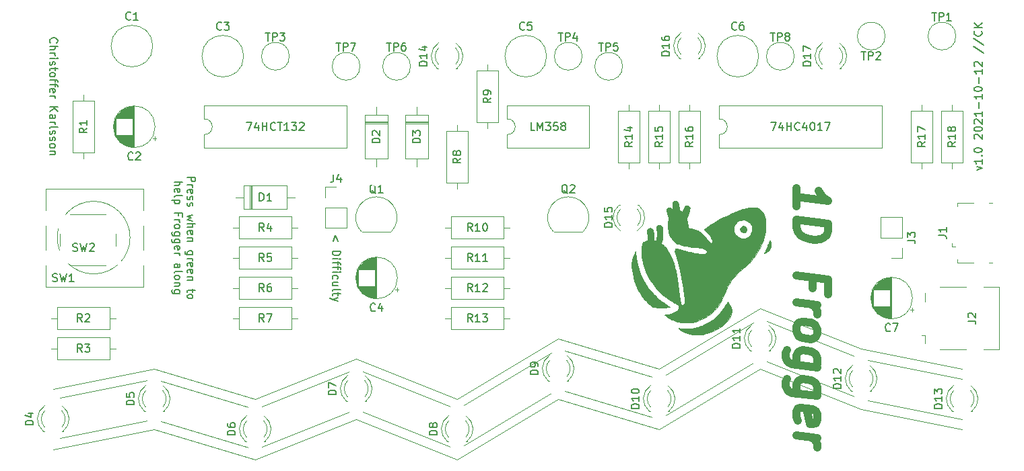
<source format=gto>
G04 #@! TF.GenerationSoftware,KiCad,Pcbnew,(5.1.10)-1*
G04 #@! TF.CreationDate,2021-10-13T19:52:24+02:00*
G04 #@! TF.ProjectId,frogger,66726f67-6765-4722-9e6b-696361645f70,1*
G04 #@! TF.SameCoordinates,Original*
G04 #@! TF.FileFunction,Legend,Top*
G04 #@! TF.FilePolarity,Positive*
%FSLAX46Y46*%
G04 Gerber Fmt 4.6, Leading zero omitted, Abs format (unit mm)*
G04 Created by KiCad (PCBNEW (5.1.10)-1) date 2021-10-13 19:52:24*
%MOMM*%
%LPD*%
G01*
G04 APERTURE LIST*
%ADD10C,0.150000*%
%ADD11C,1.000000*%
%ADD12C,0.120000*%
%ADD13C,0.010000*%
%ADD14O,1.600000X1.600000*%
%ADD15R,1.600000X1.600000*%
%ADD16C,1.000000*%
%ADD17R,1.700000X2.000000*%
%ADD18R,2.000000X0.500000*%
%ADD19C,1.800000*%
%ADD20R,1.800000X1.800000*%
%ADD21C,1.600000*%
%ADD22O,1.700000X1.700000*%
%ADD23R,1.700000X1.700000*%
%ADD24O,2.200000X2.200000*%
%ADD25R,2.200000X2.200000*%
%ADD26C,1.200000*%
%ADD27C,2.000000*%
%ADD28C,3.000000*%
%ADD29O,3.048000X1.850000*%
%ADD30R,1.050000X1.500000*%
%ADD31O,1.050000X1.500000*%
%ADD32O,1.550000X0.890000*%
%ADD33R,1.550000X1.200000*%
%ADD34R,1.550000X1.500000*%
%ADD35O,0.950000X1.250000*%
%ADD36R,1.350000X0.400000*%
G04 APERTURE END LIST*
D10*
X56792857Y-32608095D02*
X56745238Y-32560476D01*
X56697619Y-32417619D01*
X56697619Y-32322380D01*
X56745238Y-32179523D01*
X56840476Y-32084285D01*
X56935714Y-32036666D01*
X57126190Y-31989047D01*
X57269047Y-31989047D01*
X57459523Y-32036666D01*
X57554761Y-32084285D01*
X57650000Y-32179523D01*
X57697619Y-32322380D01*
X57697619Y-32417619D01*
X57650000Y-32560476D01*
X57602380Y-32608095D01*
X56697619Y-33036666D02*
X57697619Y-33036666D01*
X56697619Y-33465238D02*
X57221428Y-33465238D01*
X57316666Y-33417619D01*
X57364285Y-33322380D01*
X57364285Y-33179523D01*
X57316666Y-33084285D01*
X57269047Y-33036666D01*
X56697619Y-33941428D02*
X57364285Y-33941428D01*
X57173809Y-33941428D02*
X57269047Y-33989047D01*
X57316666Y-34036666D01*
X57364285Y-34131904D01*
X57364285Y-34227142D01*
X56697619Y-34560476D02*
X57364285Y-34560476D01*
X57697619Y-34560476D02*
X57650000Y-34512857D01*
X57602380Y-34560476D01*
X57650000Y-34608095D01*
X57697619Y-34560476D01*
X57602380Y-34560476D01*
X56745238Y-34989047D02*
X56697619Y-35084285D01*
X56697619Y-35274761D01*
X56745238Y-35370000D01*
X56840476Y-35417619D01*
X56888095Y-35417619D01*
X56983333Y-35370000D01*
X57030952Y-35274761D01*
X57030952Y-35131904D01*
X57078571Y-35036666D01*
X57173809Y-34989047D01*
X57221428Y-34989047D01*
X57316666Y-35036666D01*
X57364285Y-35131904D01*
X57364285Y-35274761D01*
X57316666Y-35370000D01*
X57364285Y-35703333D02*
X57364285Y-36084285D01*
X57697619Y-35846190D02*
X56840476Y-35846190D01*
X56745238Y-35893809D01*
X56697619Y-35989047D01*
X56697619Y-36084285D01*
X56697619Y-36560476D02*
X56745238Y-36465238D01*
X56792857Y-36417619D01*
X56888095Y-36370000D01*
X57173809Y-36370000D01*
X57269047Y-36417619D01*
X57316666Y-36465238D01*
X57364285Y-36560476D01*
X57364285Y-36703333D01*
X57316666Y-36798571D01*
X57269047Y-36846190D01*
X57173809Y-36893809D01*
X56888095Y-36893809D01*
X56792857Y-36846190D01*
X56745238Y-36798571D01*
X56697619Y-36703333D01*
X56697619Y-36560476D01*
X57364285Y-37179523D02*
X57364285Y-37560476D01*
X56697619Y-37322380D02*
X57554761Y-37322380D01*
X57650000Y-37370000D01*
X57697619Y-37465238D01*
X57697619Y-37560476D01*
X57364285Y-37750952D02*
X57364285Y-38131904D01*
X56697619Y-37893809D02*
X57554761Y-37893809D01*
X57650000Y-37941428D01*
X57697619Y-38036666D01*
X57697619Y-38131904D01*
X56745238Y-38846190D02*
X56697619Y-38750952D01*
X56697619Y-38560476D01*
X56745238Y-38465238D01*
X56840476Y-38417619D01*
X57221428Y-38417619D01*
X57316666Y-38465238D01*
X57364285Y-38560476D01*
X57364285Y-38750952D01*
X57316666Y-38846190D01*
X57221428Y-38893809D01*
X57126190Y-38893809D01*
X57030952Y-38417619D01*
X56697619Y-39322380D02*
X57364285Y-39322380D01*
X57173809Y-39322380D02*
X57269047Y-39370000D01*
X57316666Y-39417619D01*
X57364285Y-39512857D01*
X57364285Y-39608095D01*
X56697619Y-40703333D02*
X57697619Y-40703333D01*
X56697619Y-41274761D02*
X57269047Y-40846190D01*
X57697619Y-41274761D02*
X57126190Y-40703333D01*
X56697619Y-42131904D02*
X57221428Y-42131904D01*
X57316666Y-42084285D01*
X57364285Y-41989047D01*
X57364285Y-41798571D01*
X57316666Y-41703333D01*
X56745238Y-42131904D02*
X56697619Y-42036666D01*
X56697619Y-41798571D01*
X56745238Y-41703333D01*
X56840476Y-41655714D01*
X56935714Y-41655714D01*
X57030952Y-41703333D01*
X57078571Y-41798571D01*
X57078571Y-42036666D01*
X57126190Y-42131904D01*
X56697619Y-42608095D02*
X57364285Y-42608095D01*
X57173809Y-42608095D02*
X57269047Y-42655714D01*
X57316666Y-42703333D01*
X57364285Y-42798571D01*
X57364285Y-42893809D01*
X56697619Y-43370000D02*
X56745238Y-43274761D01*
X56840476Y-43227142D01*
X57697619Y-43227142D01*
X56745238Y-43703333D02*
X56697619Y-43798571D01*
X56697619Y-43989047D01*
X56745238Y-44084285D01*
X56840476Y-44131904D01*
X56888095Y-44131904D01*
X56983333Y-44084285D01*
X57030952Y-43989047D01*
X57030952Y-43846190D01*
X57078571Y-43750952D01*
X57173809Y-43703333D01*
X57221428Y-43703333D01*
X57316666Y-43750952D01*
X57364285Y-43846190D01*
X57364285Y-43989047D01*
X57316666Y-44084285D01*
X56745238Y-44512857D02*
X56697619Y-44608095D01*
X56697619Y-44798571D01*
X56745238Y-44893809D01*
X56840476Y-44941428D01*
X56888095Y-44941428D01*
X56983333Y-44893809D01*
X57030952Y-44798571D01*
X57030952Y-44655714D01*
X57078571Y-44560476D01*
X57173809Y-44512857D01*
X57221428Y-44512857D01*
X57316666Y-44560476D01*
X57364285Y-44655714D01*
X57364285Y-44798571D01*
X57316666Y-44893809D01*
X56697619Y-45512857D02*
X56745238Y-45417619D01*
X56792857Y-45370000D01*
X56888095Y-45322380D01*
X57173809Y-45322380D01*
X57269047Y-45370000D01*
X57316666Y-45417619D01*
X57364285Y-45512857D01*
X57364285Y-45655714D01*
X57316666Y-45750952D01*
X57269047Y-45798571D01*
X57173809Y-45846190D01*
X56888095Y-45846190D01*
X56792857Y-45798571D01*
X56745238Y-45750952D01*
X56697619Y-45655714D01*
X56697619Y-45512857D01*
X57364285Y-46274761D02*
X56697619Y-46274761D01*
X57269047Y-46274761D02*
X57316666Y-46322380D01*
X57364285Y-46417619D01*
X57364285Y-46560476D01*
X57316666Y-46655714D01*
X57221428Y-46703333D01*
X56697619Y-46703333D01*
X92924285Y-57602857D02*
X92638571Y-56840952D01*
X92352857Y-57602857D01*
X92257619Y-58840952D02*
X93257619Y-58840952D01*
X93257619Y-59079047D01*
X93210000Y-59221904D01*
X93114761Y-59317142D01*
X93019523Y-59364761D01*
X92829047Y-59412380D01*
X92686190Y-59412380D01*
X92495714Y-59364761D01*
X92400476Y-59317142D01*
X92305238Y-59221904D01*
X92257619Y-59079047D01*
X92257619Y-58840952D01*
X92257619Y-59840952D02*
X92924285Y-59840952D01*
X93257619Y-59840952D02*
X93210000Y-59793333D01*
X93162380Y-59840952D01*
X93210000Y-59888571D01*
X93257619Y-59840952D01*
X93162380Y-59840952D01*
X92924285Y-60174285D02*
X92924285Y-60555238D01*
X92257619Y-60317142D02*
X93114761Y-60317142D01*
X93210000Y-60364761D01*
X93257619Y-60460000D01*
X93257619Y-60555238D01*
X92924285Y-60745714D02*
X92924285Y-61126666D01*
X92257619Y-60888571D02*
X93114761Y-60888571D01*
X93210000Y-60936190D01*
X93257619Y-61031428D01*
X93257619Y-61126666D01*
X92257619Y-61460000D02*
X92924285Y-61460000D01*
X93257619Y-61460000D02*
X93210000Y-61412380D01*
X93162380Y-61460000D01*
X93210000Y-61507619D01*
X93257619Y-61460000D01*
X93162380Y-61460000D01*
X92305238Y-62364761D02*
X92257619Y-62269523D01*
X92257619Y-62079047D01*
X92305238Y-61983809D01*
X92352857Y-61936190D01*
X92448095Y-61888571D01*
X92733809Y-61888571D01*
X92829047Y-61936190D01*
X92876666Y-61983809D01*
X92924285Y-62079047D01*
X92924285Y-62269523D01*
X92876666Y-62364761D01*
X92924285Y-63221904D02*
X92257619Y-63221904D01*
X92924285Y-62793333D02*
X92400476Y-62793333D01*
X92305238Y-62840952D01*
X92257619Y-62936190D01*
X92257619Y-63079047D01*
X92305238Y-63174285D01*
X92352857Y-63221904D01*
X92257619Y-63840952D02*
X92305238Y-63745714D01*
X92400476Y-63698095D01*
X93257619Y-63698095D01*
X92924285Y-64079047D02*
X92924285Y-64460000D01*
X93257619Y-64221904D02*
X92400476Y-64221904D01*
X92305238Y-64269523D01*
X92257619Y-64364761D01*
X92257619Y-64460000D01*
X92924285Y-64698095D02*
X92257619Y-64936190D01*
X92924285Y-65174285D02*
X92257619Y-64936190D01*
X92019523Y-64840952D01*
X91971904Y-64793333D01*
X91924285Y-64698095D01*
D11*
X150590476Y-53163273D02*
X150590476Y-50877559D01*
X150590476Y-52020416D02*
X154590476Y-52520416D01*
X154019047Y-52068035D01*
X153638095Y-51639464D01*
X153447619Y-51234702D01*
X150590476Y-54877559D02*
X154590476Y-55377559D01*
X154590476Y-56329940D01*
X154400000Y-56877559D01*
X154019047Y-57210892D01*
X153638095Y-57353750D01*
X152876190Y-57448988D01*
X152304761Y-57377559D01*
X151542857Y-57091845D01*
X151161904Y-56853750D01*
X150780952Y-56425178D01*
X150590476Y-55829940D01*
X150590476Y-54877559D01*
X152685714Y-63520416D02*
X152685714Y-62187083D01*
X150590476Y-61925178D02*
X154590476Y-62425178D01*
X154590476Y-64329940D01*
X150590476Y-65353749D02*
X153257142Y-65687083D01*
X152495238Y-65591845D02*
X152876190Y-65829940D01*
X153066666Y-66044226D01*
X153257142Y-66448988D01*
X153257142Y-66829940D01*
X150590476Y-68401369D02*
X150780952Y-68044226D01*
X150971428Y-67877559D01*
X151352380Y-67734702D01*
X152495238Y-67877559D01*
X152876190Y-68115654D01*
X153066666Y-68329940D01*
X153257142Y-68734702D01*
X153257142Y-69306130D01*
X153066666Y-69663273D01*
X152876190Y-69829940D01*
X152495238Y-69972797D01*
X151352380Y-69829940D01*
X150971428Y-69591845D01*
X150780952Y-69377559D01*
X150590476Y-68972797D01*
X150590476Y-68401369D01*
X153257142Y-73496607D02*
X150019047Y-73091845D01*
X149638095Y-72853749D01*
X149447619Y-72639464D01*
X149257142Y-72234702D01*
X149257142Y-71663273D01*
X149447619Y-71306130D01*
X150780952Y-73187083D02*
X150590476Y-72782321D01*
X150590476Y-72020416D01*
X150780952Y-71663273D01*
X150971428Y-71496607D01*
X151352380Y-71353749D01*
X152495238Y-71496607D01*
X152876190Y-71734702D01*
X153066666Y-71948988D01*
X153257142Y-72353749D01*
X153257142Y-73115654D01*
X153066666Y-73472797D01*
X153257142Y-77115654D02*
X150019047Y-76710892D01*
X149638095Y-76472797D01*
X149447619Y-76258511D01*
X149257142Y-75853749D01*
X149257142Y-75282321D01*
X149447619Y-74925178D01*
X150780952Y-76806130D02*
X150590476Y-76401369D01*
X150590476Y-75639464D01*
X150780952Y-75282321D01*
X150971428Y-75115654D01*
X151352380Y-74972797D01*
X152495238Y-75115654D01*
X152876190Y-75353749D01*
X153066666Y-75568035D01*
X153257142Y-75972797D01*
X153257142Y-76734702D01*
X153066666Y-77091845D01*
X150780952Y-80234702D02*
X150590476Y-79829940D01*
X150590476Y-79068035D01*
X150780952Y-78710892D01*
X151161904Y-78568035D01*
X152685714Y-78758511D01*
X153066666Y-78996607D01*
X153257142Y-79401369D01*
X153257142Y-80163273D01*
X153066666Y-80520416D01*
X152685714Y-80663273D01*
X152304761Y-80615654D01*
X151923809Y-78663273D01*
X150590476Y-82115654D02*
X153257142Y-82448988D01*
X152495238Y-82353749D02*
X152876190Y-82591845D01*
X153066666Y-82806130D01*
X153257142Y-83210892D01*
X153257142Y-83591845D01*
D10*
X74032619Y-49530952D02*
X75032619Y-49530952D01*
X75032619Y-49911904D01*
X74985000Y-50007142D01*
X74937380Y-50054761D01*
X74842142Y-50102380D01*
X74699285Y-50102380D01*
X74604047Y-50054761D01*
X74556428Y-50007142D01*
X74508809Y-49911904D01*
X74508809Y-49530952D01*
X74032619Y-50530952D02*
X74699285Y-50530952D01*
X74508809Y-50530952D02*
X74604047Y-50578571D01*
X74651666Y-50626190D01*
X74699285Y-50721428D01*
X74699285Y-50816666D01*
X74080238Y-51530952D02*
X74032619Y-51435714D01*
X74032619Y-51245238D01*
X74080238Y-51150000D01*
X74175476Y-51102380D01*
X74556428Y-51102380D01*
X74651666Y-51150000D01*
X74699285Y-51245238D01*
X74699285Y-51435714D01*
X74651666Y-51530952D01*
X74556428Y-51578571D01*
X74461190Y-51578571D01*
X74365952Y-51102380D01*
X74080238Y-51959523D02*
X74032619Y-52054761D01*
X74032619Y-52245238D01*
X74080238Y-52340476D01*
X74175476Y-52388095D01*
X74223095Y-52388095D01*
X74318333Y-52340476D01*
X74365952Y-52245238D01*
X74365952Y-52102380D01*
X74413571Y-52007142D01*
X74508809Y-51959523D01*
X74556428Y-51959523D01*
X74651666Y-52007142D01*
X74699285Y-52102380D01*
X74699285Y-52245238D01*
X74651666Y-52340476D01*
X74080238Y-52769047D02*
X74032619Y-52864285D01*
X74032619Y-53054761D01*
X74080238Y-53150000D01*
X74175476Y-53197619D01*
X74223095Y-53197619D01*
X74318333Y-53150000D01*
X74365952Y-53054761D01*
X74365952Y-52911904D01*
X74413571Y-52816666D01*
X74508809Y-52769047D01*
X74556428Y-52769047D01*
X74651666Y-52816666D01*
X74699285Y-52911904D01*
X74699285Y-53054761D01*
X74651666Y-53150000D01*
X74699285Y-54292857D02*
X74032619Y-54483333D01*
X74508809Y-54673809D01*
X74032619Y-54864285D01*
X74699285Y-55054761D01*
X74032619Y-55435714D02*
X75032619Y-55435714D01*
X74032619Y-55864285D02*
X74556428Y-55864285D01*
X74651666Y-55816666D01*
X74699285Y-55721428D01*
X74699285Y-55578571D01*
X74651666Y-55483333D01*
X74604047Y-55435714D01*
X74080238Y-56721428D02*
X74032619Y-56626190D01*
X74032619Y-56435714D01*
X74080238Y-56340476D01*
X74175476Y-56292857D01*
X74556428Y-56292857D01*
X74651666Y-56340476D01*
X74699285Y-56435714D01*
X74699285Y-56626190D01*
X74651666Y-56721428D01*
X74556428Y-56769047D01*
X74461190Y-56769047D01*
X74365952Y-56292857D01*
X74699285Y-57197619D02*
X74032619Y-57197619D01*
X74604047Y-57197619D02*
X74651666Y-57245238D01*
X74699285Y-57340476D01*
X74699285Y-57483333D01*
X74651666Y-57578571D01*
X74556428Y-57626190D01*
X74032619Y-57626190D01*
X74699285Y-59292857D02*
X73889761Y-59292857D01*
X73794523Y-59245238D01*
X73746904Y-59197619D01*
X73699285Y-59102380D01*
X73699285Y-58959523D01*
X73746904Y-58864285D01*
X74080238Y-59292857D02*
X74032619Y-59197619D01*
X74032619Y-59007142D01*
X74080238Y-58911904D01*
X74127857Y-58864285D01*
X74223095Y-58816666D01*
X74508809Y-58816666D01*
X74604047Y-58864285D01*
X74651666Y-58911904D01*
X74699285Y-59007142D01*
X74699285Y-59197619D01*
X74651666Y-59292857D01*
X74032619Y-59769047D02*
X74699285Y-59769047D01*
X74508809Y-59769047D02*
X74604047Y-59816666D01*
X74651666Y-59864285D01*
X74699285Y-59959523D01*
X74699285Y-60054761D01*
X74080238Y-60769047D02*
X74032619Y-60673809D01*
X74032619Y-60483333D01*
X74080238Y-60388095D01*
X74175476Y-60340476D01*
X74556428Y-60340476D01*
X74651666Y-60388095D01*
X74699285Y-60483333D01*
X74699285Y-60673809D01*
X74651666Y-60769047D01*
X74556428Y-60816666D01*
X74461190Y-60816666D01*
X74365952Y-60340476D01*
X74080238Y-61626190D02*
X74032619Y-61530952D01*
X74032619Y-61340476D01*
X74080238Y-61245238D01*
X74175476Y-61197619D01*
X74556428Y-61197619D01*
X74651666Y-61245238D01*
X74699285Y-61340476D01*
X74699285Y-61530952D01*
X74651666Y-61626190D01*
X74556428Y-61673809D01*
X74461190Y-61673809D01*
X74365952Y-61197619D01*
X74699285Y-62102380D02*
X74032619Y-62102380D01*
X74604047Y-62102380D02*
X74651666Y-62150000D01*
X74699285Y-62245238D01*
X74699285Y-62388095D01*
X74651666Y-62483333D01*
X74556428Y-62530952D01*
X74032619Y-62530952D01*
X74699285Y-63626190D02*
X74699285Y-64007142D01*
X75032619Y-63769047D02*
X74175476Y-63769047D01*
X74080238Y-63816666D01*
X74032619Y-63911904D01*
X74032619Y-64007142D01*
X74032619Y-64483333D02*
X74080238Y-64388095D01*
X74127857Y-64340476D01*
X74223095Y-64292857D01*
X74508809Y-64292857D01*
X74604047Y-64340476D01*
X74651666Y-64388095D01*
X74699285Y-64483333D01*
X74699285Y-64626190D01*
X74651666Y-64721428D01*
X74604047Y-64769047D01*
X74508809Y-64816666D01*
X74223095Y-64816666D01*
X74127857Y-64769047D01*
X74080238Y-64721428D01*
X74032619Y-64626190D01*
X74032619Y-64483333D01*
X72382619Y-50126190D02*
X73382619Y-50126190D01*
X72382619Y-50554761D02*
X72906428Y-50554761D01*
X73001666Y-50507142D01*
X73049285Y-50411904D01*
X73049285Y-50269047D01*
X73001666Y-50173809D01*
X72954047Y-50126190D01*
X72430238Y-51411904D02*
X72382619Y-51316666D01*
X72382619Y-51126190D01*
X72430238Y-51030952D01*
X72525476Y-50983333D01*
X72906428Y-50983333D01*
X73001666Y-51030952D01*
X73049285Y-51126190D01*
X73049285Y-51316666D01*
X73001666Y-51411904D01*
X72906428Y-51459523D01*
X72811190Y-51459523D01*
X72715952Y-50983333D01*
X72382619Y-52030952D02*
X72430238Y-51935714D01*
X72525476Y-51888095D01*
X73382619Y-51888095D01*
X73049285Y-52411904D02*
X72049285Y-52411904D01*
X73001666Y-52411904D02*
X73049285Y-52507142D01*
X73049285Y-52697619D01*
X73001666Y-52792857D01*
X72954047Y-52840476D01*
X72858809Y-52888095D01*
X72573095Y-52888095D01*
X72477857Y-52840476D01*
X72430238Y-52792857D01*
X72382619Y-52697619D01*
X72382619Y-52507142D01*
X72430238Y-52411904D01*
X72906428Y-54411904D02*
X72906428Y-54078571D01*
X72382619Y-54078571D02*
X73382619Y-54078571D01*
X73382619Y-54554761D01*
X72382619Y-54935714D02*
X73049285Y-54935714D01*
X72858809Y-54935714D02*
X72954047Y-54983333D01*
X73001666Y-55030952D01*
X73049285Y-55126190D01*
X73049285Y-55221428D01*
X72382619Y-55697619D02*
X72430238Y-55602380D01*
X72477857Y-55554761D01*
X72573095Y-55507142D01*
X72858809Y-55507142D01*
X72954047Y-55554761D01*
X73001666Y-55602380D01*
X73049285Y-55697619D01*
X73049285Y-55840476D01*
X73001666Y-55935714D01*
X72954047Y-55983333D01*
X72858809Y-56030952D01*
X72573095Y-56030952D01*
X72477857Y-55983333D01*
X72430238Y-55935714D01*
X72382619Y-55840476D01*
X72382619Y-55697619D01*
X73049285Y-56888095D02*
X72239761Y-56888095D01*
X72144523Y-56840476D01*
X72096904Y-56792857D01*
X72049285Y-56697619D01*
X72049285Y-56554761D01*
X72096904Y-56459523D01*
X72430238Y-56888095D02*
X72382619Y-56792857D01*
X72382619Y-56602380D01*
X72430238Y-56507142D01*
X72477857Y-56459523D01*
X72573095Y-56411904D01*
X72858809Y-56411904D01*
X72954047Y-56459523D01*
X73001666Y-56507142D01*
X73049285Y-56602380D01*
X73049285Y-56792857D01*
X73001666Y-56888095D01*
X73049285Y-57792857D02*
X72239761Y-57792857D01*
X72144523Y-57745238D01*
X72096904Y-57697619D01*
X72049285Y-57602380D01*
X72049285Y-57459523D01*
X72096904Y-57364285D01*
X72430238Y-57792857D02*
X72382619Y-57697619D01*
X72382619Y-57507142D01*
X72430238Y-57411904D01*
X72477857Y-57364285D01*
X72573095Y-57316666D01*
X72858809Y-57316666D01*
X72954047Y-57364285D01*
X73001666Y-57411904D01*
X73049285Y-57507142D01*
X73049285Y-57697619D01*
X73001666Y-57792857D01*
X72430238Y-58650000D02*
X72382619Y-58554761D01*
X72382619Y-58364285D01*
X72430238Y-58269047D01*
X72525476Y-58221428D01*
X72906428Y-58221428D01*
X73001666Y-58269047D01*
X73049285Y-58364285D01*
X73049285Y-58554761D01*
X73001666Y-58650000D01*
X72906428Y-58697619D01*
X72811190Y-58697619D01*
X72715952Y-58221428D01*
X72382619Y-59126190D02*
X73049285Y-59126190D01*
X72858809Y-59126190D02*
X72954047Y-59173809D01*
X73001666Y-59221428D01*
X73049285Y-59316666D01*
X73049285Y-59411904D01*
X72382619Y-60935714D02*
X72906428Y-60935714D01*
X73001666Y-60888095D01*
X73049285Y-60792857D01*
X73049285Y-60602380D01*
X73001666Y-60507142D01*
X72430238Y-60935714D02*
X72382619Y-60840476D01*
X72382619Y-60602380D01*
X72430238Y-60507142D01*
X72525476Y-60459523D01*
X72620714Y-60459523D01*
X72715952Y-60507142D01*
X72763571Y-60602380D01*
X72763571Y-60840476D01*
X72811190Y-60935714D01*
X72382619Y-61554761D02*
X72430238Y-61459523D01*
X72525476Y-61411904D01*
X73382619Y-61411904D01*
X72382619Y-62078571D02*
X72430238Y-61983333D01*
X72477857Y-61935714D01*
X72573095Y-61888095D01*
X72858809Y-61888095D01*
X72954047Y-61935714D01*
X73001666Y-61983333D01*
X73049285Y-62078571D01*
X73049285Y-62221428D01*
X73001666Y-62316666D01*
X72954047Y-62364285D01*
X72858809Y-62411904D01*
X72573095Y-62411904D01*
X72477857Y-62364285D01*
X72430238Y-62316666D01*
X72382619Y-62221428D01*
X72382619Y-62078571D01*
X73049285Y-62840476D02*
X72382619Y-62840476D01*
X72954047Y-62840476D02*
X73001666Y-62888095D01*
X73049285Y-62983333D01*
X73049285Y-63126190D01*
X73001666Y-63221428D01*
X72906428Y-63269047D01*
X72382619Y-63269047D01*
X73049285Y-64173809D02*
X72239761Y-64173809D01*
X72144523Y-64126190D01*
X72096904Y-64078571D01*
X72049285Y-63983333D01*
X72049285Y-63840476D01*
X72096904Y-63745238D01*
X72430238Y-64173809D02*
X72382619Y-64078571D01*
X72382619Y-63888095D01*
X72430238Y-63792857D01*
X72477857Y-63745238D01*
X72573095Y-63697619D01*
X72858809Y-63697619D01*
X72954047Y-63745238D01*
X73001666Y-63792857D01*
X73049285Y-63888095D01*
X73049285Y-64078571D01*
X73001666Y-64173809D01*
X173285714Y-48655714D02*
X173952380Y-48417619D01*
X173285714Y-48179523D01*
X173952380Y-47274761D02*
X173952380Y-47846190D01*
X173952380Y-47560476D02*
X172952380Y-47560476D01*
X173095238Y-47655714D01*
X173190476Y-47750952D01*
X173238095Y-47846190D01*
X173857142Y-46846190D02*
X173904761Y-46798571D01*
X173952380Y-46846190D01*
X173904761Y-46893809D01*
X173857142Y-46846190D01*
X173952380Y-46846190D01*
X172952380Y-46179523D02*
X172952380Y-46084285D01*
X173000000Y-45989047D01*
X173047619Y-45941428D01*
X173142857Y-45893809D01*
X173333333Y-45846190D01*
X173571428Y-45846190D01*
X173761904Y-45893809D01*
X173857142Y-45941428D01*
X173904761Y-45989047D01*
X173952380Y-46084285D01*
X173952380Y-46179523D01*
X173904761Y-46274761D01*
X173857142Y-46322380D01*
X173761904Y-46370000D01*
X173571428Y-46417619D01*
X173333333Y-46417619D01*
X173142857Y-46370000D01*
X173047619Y-46322380D01*
X173000000Y-46274761D01*
X172952380Y-46179523D01*
X173047619Y-44703333D02*
X173000000Y-44655714D01*
X172952380Y-44560476D01*
X172952380Y-44322380D01*
X173000000Y-44227142D01*
X173047619Y-44179523D01*
X173142857Y-44131904D01*
X173238095Y-44131904D01*
X173380952Y-44179523D01*
X173952380Y-44750952D01*
X173952380Y-44131904D01*
X172952380Y-43512857D02*
X172952380Y-43417619D01*
X173000000Y-43322380D01*
X173047619Y-43274761D01*
X173142857Y-43227142D01*
X173333333Y-43179523D01*
X173571428Y-43179523D01*
X173761904Y-43227142D01*
X173857142Y-43274761D01*
X173904761Y-43322380D01*
X173952380Y-43417619D01*
X173952380Y-43512857D01*
X173904761Y-43608095D01*
X173857142Y-43655714D01*
X173761904Y-43703333D01*
X173571428Y-43750952D01*
X173333333Y-43750952D01*
X173142857Y-43703333D01*
X173047619Y-43655714D01*
X173000000Y-43608095D01*
X172952380Y-43512857D01*
X173047619Y-42798571D02*
X173000000Y-42750952D01*
X172952380Y-42655714D01*
X172952380Y-42417619D01*
X173000000Y-42322380D01*
X173047619Y-42274761D01*
X173142857Y-42227142D01*
X173238095Y-42227142D01*
X173380952Y-42274761D01*
X173952380Y-42846190D01*
X173952380Y-42227142D01*
X173952380Y-41274761D02*
X173952380Y-41846190D01*
X173952380Y-41560476D02*
X172952380Y-41560476D01*
X173095238Y-41655714D01*
X173190476Y-41750952D01*
X173238095Y-41846190D01*
X173571428Y-40846190D02*
X173571428Y-40084285D01*
X173952380Y-39084285D02*
X173952380Y-39655714D01*
X173952380Y-39370000D02*
X172952380Y-39370000D01*
X173095238Y-39465238D01*
X173190476Y-39560476D01*
X173238095Y-39655714D01*
X172952380Y-38465238D02*
X172952380Y-38370000D01*
X173000000Y-38274761D01*
X173047619Y-38227142D01*
X173142857Y-38179523D01*
X173333333Y-38131904D01*
X173571428Y-38131904D01*
X173761904Y-38179523D01*
X173857142Y-38227142D01*
X173904761Y-38274761D01*
X173952380Y-38370000D01*
X173952380Y-38465238D01*
X173904761Y-38560476D01*
X173857142Y-38608095D01*
X173761904Y-38655714D01*
X173571428Y-38703333D01*
X173333333Y-38703333D01*
X173142857Y-38655714D01*
X173047619Y-38608095D01*
X173000000Y-38560476D01*
X172952380Y-38465238D01*
X173571428Y-37703333D02*
X173571428Y-36941428D01*
X173952380Y-35941428D02*
X173952380Y-36512857D01*
X173952380Y-36227142D02*
X172952380Y-36227142D01*
X173095238Y-36322380D01*
X173190476Y-36417619D01*
X173238095Y-36512857D01*
X173047619Y-35560476D02*
X173000000Y-35512857D01*
X172952380Y-35417619D01*
X172952380Y-35179523D01*
X173000000Y-35084285D01*
X173047619Y-35036666D01*
X173142857Y-34989047D01*
X173238095Y-34989047D01*
X173380952Y-35036666D01*
X173952380Y-35608095D01*
X173952380Y-34989047D01*
X172904761Y-33084285D02*
X174190476Y-33941428D01*
X172904761Y-32036666D02*
X174190476Y-32893809D01*
X173857142Y-31131904D02*
X173904761Y-31179523D01*
X173952380Y-31322380D01*
X173952380Y-31417619D01*
X173904761Y-31560476D01*
X173809523Y-31655714D01*
X173714285Y-31703333D01*
X173523809Y-31750952D01*
X173380952Y-31750952D01*
X173190476Y-31703333D01*
X173095238Y-31655714D01*
X173000000Y-31560476D01*
X172952380Y-31417619D01*
X172952380Y-31322380D01*
X173000000Y-31179523D01*
X173047619Y-31131904D01*
X173952380Y-30703333D02*
X172952380Y-30703333D01*
X173952380Y-30131904D02*
X173380952Y-30560476D01*
X172952380Y-30131904D02*
X173523809Y-30703333D01*
D12*
X158750000Y-71120000D02*
X171450000Y-73660000D01*
X146050000Y-66040000D02*
X158750000Y-71120000D01*
X133350000Y-73660000D02*
X146050000Y-66040000D01*
X120650000Y-69850000D02*
X133350000Y-73660000D01*
X107950000Y-77470000D02*
X120650000Y-69850000D01*
X95250000Y-72390000D02*
X107950000Y-77470000D01*
X158750000Y-78740000D02*
X171450000Y-81280000D01*
X146050000Y-73660000D02*
X158750000Y-78740000D01*
X133350000Y-81280000D02*
X146050000Y-73660000D01*
X120650000Y-77470000D02*
X133350000Y-81280000D01*
X107950000Y-85090000D02*
X120650000Y-77470000D01*
X95250000Y-80010000D02*
X107950000Y-85090000D01*
X82550000Y-77470000D02*
X95250000Y-72390000D01*
X69850000Y-73660000D02*
X82550000Y-77470000D01*
X57150000Y-76200000D02*
X69850000Y-73660000D01*
X82550000Y-85090000D02*
X95250000Y-80010000D01*
X69850000Y-81280000D02*
X82550000Y-85090000D01*
X57150000Y-83820000D02*
X69850000Y-81280000D01*
X69850000Y-74930000D02*
X57150000Y-77470000D01*
X82550000Y-78740000D02*
X69850000Y-74930000D01*
X95250000Y-73660000D02*
X82550000Y-78740000D01*
X107950000Y-78740000D02*
X95250000Y-73660000D01*
X120650000Y-71120000D02*
X107950000Y-78740000D01*
X133350000Y-74930000D02*
X120650000Y-71120000D01*
X146050000Y-67310000D02*
X133350000Y-74930000D01*
X158750000Y-72390000D02*
X146050000Y-67310000D01*
X171450000Y-74930000D02*
X158750000Y-72390000D01*
X158750000Y-77470000D02*
X171450000Y-80010000D01*
X146050000Y-72390000D02*
X158750000Y-77470000D01*
X133350000Y-80010000D02*
X146050000Y-72390000D01*
X120650000Y-76200000D02*
X133350000Y-80010000D01*
X107950000Y-83820000D02*
X120650000Y-76200000D01*
X95250000Y-78740000D02*
X107950000Y-83820000D01*
X82550000Y-83820000D02*
X95250000Y-78740000D01*
X69850000Y-80010000D02*
X82550000Y-83820000D01*
X57150000Y-82550000D02*
X69850000Y-80010000D01*
X140910000Y-44180000D02*
X140910000Y-45830000D01*
X140910000Y-45830000D02*
X161350000Y-45830000D01*
X161350000Y-45830000D02*
X161350000Y-40530000D01*
X161350000Y-40530000D02*
X140910000Y-40530000D01*
X140910000Y-40530000D02*
X140910000Y-42180000D01*
X140910000Y-42180000D02*
G75*
G02*
X140910000Y-44180000I0J-1000000D01*
G01*
X114240000Y-42180000D02*
G75*
G02*
X114240000Y-44180000I0J-1000000D01*
G01*
X114240000Y-44180000D02*
X114240000Y-45830000D01*
X114240000Y-45830000D02*
X124520000Y-45830000D01*
X124520000Y-45830000D02*
X124520000Y-40530000D01*
X124520000Y-40530000D02*
X114240000Y-40530000D01*
X114240000Y-40530000D02*
X114240000Y-42180000D01*
X76140000Y-42180000D02*
G75*
G02*
X76140000Y-44180000I0J-1000000D01*
G01*
X76140000Y-44180000D02*
X76140000Y-45830000D01*
X76140000Y-45830000D02*
X94040000Y-45830000D01*
X94040000Y-45830000D02*
X94040000Y-40530000D01*
X94040000Y-40530000D02*
X76140000Y-40530000D01*
X76140000Y-40530000D02*
X76140000Y-42180000D01*
X176090000Y-71220000D02*
X174140000Y-71220000D01*
X171920000Y-71220000D02*
X168690000Y-71220000D01*
X166770000Y-70500000D02*
X166770000Y-69420000D01*
X166770000Y-65200000D02*
X166770000Y-64120000D01*
X171920000Y-63400000D02*
X168690000Y-63400000D01*
X176090000Y-63400000D02*
X174140000Y-63400000D01*
X166770000Y-69420000D02*
X166340000Y-69420000D01*
X176090000Y-63400000D02*
X176090000Y-71220000D01*
X138240000Y-34580000D02*
X138396000Y-34580000D01*
X135924000Y-34580000D02*
X136080000Y-34580000D01*
X138239837Y-31978870D02*
G75*
G02*
X138240000Y-34060961I-1079837J-1041130D01*
G01*
X136080163Y-31978870D02*
G75*
G03*
X136080000Y-34060961I1079837J-1041130D01*
G01*
X138238608Y-31347665D02*
G75*
G02*
X138395516Y-34580000I-1078608J-1672335D01*
G01*
X136081392Y-31347665D02*
G75*
G03*
X135924484Y-34580000I1078608J-1672335D01*
G01*
D13*
G36*
X144310451Y-56240417D02*
G01*
X144259642Y-56341498D01*
X144224582Y-56382575D01*
X144114805Y-56465414D01*
X143999726Y-56506275D01*
X143878808Y-56505247D01*
X143751510Y-56462417D01*
X143746683Y-56460037D01*
X143645966Y-56388614D01*
X143571968Y-56292628D01*
X143529153Y-56181187D01*
X143521985Y-56063403D01*
X143529848Y-56017584D01*
X143579645Y-55888208D01*
X143657766Y-55789988D01*
X143762469Y-55724282D01*
X143892008Y-55692447D01*
X143951428Y-55689500D01*
X144055908Y-55708211D01*
X144159191Y-55758576D01*
X144247141Y-55831941D01*
X144296677Y-55900837D01*
X144330986Y-56006608D01*
X144334905Y-56124294D01*
X144310451Y-56240417D01*
G37*
X144310451Y-56240417D02*
X144259642Y-56341498D01*
X144224582Y-56382575D01*
X144114805Y-56465414D01*
X143999726Y-56506275D01*
X143878808Y-56505247D01*
X143751510Y-56462417D01*
X143746683Y-56460037D01*
X143645966Y-56388614D01*
X143571968Y-56292628D01*
X143529153Y-56181187D01*
X143521985Y-56063403D01*
X143529848Y-56017584D01*
X143579645Y-55888208D01*
X143657766Y-55789988D01*
X143762469Y-55724282D01*
X143892008Y-55692447D01*
X143951428Y-55689500D01*
X144055908Y-55708211D01*
X144159191Y-55758576D01*
X144247141Y-55831941D01*
X144296677Y-55900837D01*
X144330986Y-56006608D01*
X144334905Y-56124294D01*
X144310451Y-56240417D01*
G36*
X147397369Y-58071823D02*
G01*
X147363694Y-58268390D01*
X147298864Y-58461359D01*
X147207880Y-58638703D01*
X147102379Y-58781080D01*
X147045796Y-58836814D01*
X146973801Y-58897058D01*
X146892905Y-58957667D01*
X146809622Y-59014498D01*
X146730465Y-59063407D01*
X146661947Y-59100251D01*
X146610579Y-59120886D01*
X146582876Y-59121169D01*
X146579866Y-59113513D01*
X146588986Y-59085562D01*
X146613517Y-59027442D01*
X146650019Y-58946892D01*
X146695055Y-58851648D01*
X146709327Y-58822167D01*
X146784097Y-58664412D01*
X146860703Y-58495367D01*
X146936515Y-58321492D01*
X147008902Y-58149247D01*
X147075237Y-57985094D01*
X147132889Y-57835493D01*
X147179229Y-57706904D01*
X147211627Y-57605789D01*
X147224050Y-57557459D01*
X147242429Y-57503863D01*
X147265049Y-57487181D01*
X147290225Y-57502410D01*
X147316270Y-57544549D01*
X147341499Y-57608593D01*
X147364228Y-57689541D01*
X147382768Y-57782391D01*
X147395437Y-57882139D01*
X147400547Y-57983784D01*
X147397369Y-58071823D01*
G37*
X147397369Y-58071823D02*
X147363694Y-58268390D01*
X147298864Y-58461359D01*
X147207880Y-58638703D01*
X147102379Y-58781080D01*
X147045796Y-58836814D01*
X146973801Y-58897058D01*
X146892905Y-58957667D01*
X146809622Y-59014498D01*
X146730465Y-59063407D01*
X146661947Y-59100251D01*
X146610579Y-59120886D01*
X146582876Y-59121169D01*
X146579866Y-59113513D01*
X146588986Y-59085562D01*
X146613517Y-59027442D01*
X146650019Y-58946892D01*
X146695055Y-58851648D01*
X146709327Y-58822167D01*
X146784097Y-58664412D01*
X146860703Y-58495367D01*
X146936515Y-58321492D01*
X147008902Y-58149247D01*
X147075237Y-57985094D01*
X147132889Y-57835493D01*
X147179229Y-57706904D01*
X147211627Y-57605789D01*
X147224050Y-57557459D01*
X147242429Y-57503863D01*
X147265049Y-57487181D01*
X147290225Y-57502410D01*
X147316270Y-57544549D01*
X147341499Y-57608593D01*
X147364228Y-57689541D01*
X147382768Y-57782391D01*
X147395437Y-57882139D01*
X147400547Y-57983784D01*
X147397369Y-58071823D01*
G36*
X142431745Y-66697115D02*
G01*
X142395912Y-66833750D01*
X142297913Y-67077002D01*
X142160368Y-67321140D01*
X141985923Y-67563596D01*
X141777224Y-67801804D01*
X141536918Y-68033195D01*
X141267651Y-68255201D01*
X140972069Y-68465256D01*
X140652818Y-68660791D01*
X140345583Y-68823150D01*
X140081095Y-68947580D01*
X139836183Y-69050592D01*
X139597411Y-69137274D01*
X139351346Y-69212710D01*
X139229134Y-69245785D01*
X139021278Y-69297404D01*
X138839853Y-69336110D01*
X138671681Y-69363938D01*
X138503587Y-69382922D01*
X138322395Y-69395099D01*
X138239500Y-69398662D01*
X137889496Y-69397127D01*
X137546101Y-69367149D01*
X137214046Y-69310089D01*
X136898062Y-69227311D01*
X136602880Y-69120177D01*
X136333233Y-68990049D01*
X136093852Y-68838291D01*
X135978545Y-68747579D01*
X135892153Y-68671010D01*
X135834470Y-68613285D01*
X135806799Y-68576111D01*
X135810443Y-68561195D01*
X135841577Y-68568212D01*
X135873053Y-68573499D01*
X135939835Y-68580174D01*
X136034941Y-68587695D01*
X136151388Y-68595522D01*
X136282194Y-68603111D01*
X136309826Y-68604571D01*
X136559111Y-68613029D01*
X136817331Y-68613591D01*
X137074291Y-68606679D01*
X137319796Y-68592716D01*
X137543649Y-68572123D01*
X137733841Y-68545634D01*
X137897269Y-68513099D01*
X138080974Y-68469114D01*
X138269972Y-68417786D01*
X138449277Y-68363219D01*
X138603905Y-68309520D01*
X138624495Y-68301619D01*
X138732690Y-68256060D01*
X138868580Y-68193662D01*
X139023307Y-68118943D01*
X139188016Y-68036422D01*
X139353850Y-67950618D01*
X139511953Y-67866049D01*
X139653468Y-67787234D01*
X139769539Y-67718692D01*
X139781382Y-67711344D01*
X140103553Y-67489006D01*
X140421057Y-67228521D01*
X140730027Y-66934071D01*
X141026597Y-66609834D01*
X141306900Y-66259989D01*
X141567070Y-65888718D01*
X141765137Y-65566960D01*
X141822678Y-65468409D01*
X141873987Y-65382303D01*
X141914825Y-65315623D01*
X141940955Y-65275348D01*
X141947055Y-65267417D01*
X141963360Y-65262479D01*
X141987689Y-65277039D01*
X142023184Y-65314690D01*
X142072989Y-65379028D01*
X142140246Y-65473647D01*
X142187648Y-65542584D01*
X142311554Y-65758771D01*
X142398777Y-65987658D01*
X142448457Y-66223903D01*
X142459734Y-66462168D01*
X142431745Y-66697115D01*
G37*
X142431745Y-66697115D02*
X142395912Y-66833750D01*
X142297913Y-67077002D01*
X142160368Y-67321140D01*
X141985923Y-67563596D01*
X141777224Y-67801804D01*
X141536918Y-68033195D01*
X141267651Y-68255201D01*
X140972069Y-68465256D01*
X140652818Y-68660791D01*
X140345583Y-68823150D01*
X140081095Y-68947580D01*
X139836183Y-69050592D01*
X139597411Y-69137274D01*
X139351346Y-69212710D01*
X139229134Y-69245785D01*
X139021278Y-69297404D01*
X138839853Y-69336110D01*
X138671681Y-69363938D01*
X138503587Y-69382922D01*
X138322395Y-69395099D01*
X138239500Y-69398662D01*
X137889496Y-69397127D01*
X137546101Y-69367149D01*
X137214046Y-69310089D01*
X136898062Y-69227311D01*
X136602880Y-69120177D01*
X136333233Y-68990049D01*
X136093852Y-68838291D01*
X135978545Y-68747579D01*
X135892153Y-68671010D01*
X135834470Y-68613285D01*
X135806799Y-68576111D01*
X135810443Y-68561195D01*
X135841577Y-68568212D01*
X135873053Y-68573499D01*
X135939835Y-68580174D01*
X136034941Y-68587695D01*
X136151388Y-68595522D01*
X136282194Y-68603111D01*
X136309826Y-68604571D01*
X136559111Y-68613029D01*
X136817331Y-68613591D01*
X137074291Y-68606679D01*
X137319796Y-68592716D01*
X137543649Y-68572123D01*
X137733841Y-68545634D01*
X137897269Y-68513099D01*
X138080974Y-68469114D01*
X138269972Y-68417786D01*
X138449277Y-68363219D01*
X138603905Y-68309520D01*
X138624495Y-68301619D01*
X138732690Y-68256060D01*
X138868580Y-68193662D01*
X139023307Y-68118943D01*
X139188016Y-68036422D01*
X139353850Y-67950618D01*
X139511953Y-67866049D01*
X139653468Y-67787234D01*
X139769539Y-67718692D01*
X139781382Y-67711344D01*
X140103553Y-67489006D01*
X140421057Y-67228521D01*
X140730027Y-66934071D01*
X141026597Y-66609834D01*
X141306900Y-66259989D01*
X141567070Y-65888718D01*
X141765137Y-65566960D01*
X141822678Y-65468409D01*
X141873987Y-65382303D01*
X141914825Y-65315623D01*
X141940955Y-65275348D01*
X141947055Y-65267417D01*
X141963360Y-65262479D01*
X141987689Y-65277039D01*
X142023184Y-65314690D01*
X142072989Y-65379028D01*
X142140246Y-65473647D01*
X142187648Y-65542584D01*
X142311554Y-65758771D01*
X142398777Y-65987658D01*
X142448457Y-66223903D01*
X142459734Y-66462168D01*
X142431745Y-66697115D01*
G36*
X146737293Y-55509584D02*
G01*
X146735719Y-55737868D01*
X146730820Y-55933271D01*
X146721522Y-56105185D01*
X146706748Y-56263002D01*
X146685423Y-56416115D01*
X146656473Y-56573916D01*
X146618822Y-56745797D01*
X146575082Y-56926408D01*
X146424002Y-57447097D01*
X146233458Y-57960385D01*
X146005900Y-58461575D01*
X145743778Y-58945968D01*
X145449545Y-59408868D01*
X145125649Y-59845575D01*
X144930694Y-60078691D01*
X144870359Y-60146635D01*
X144810117Y-60211708D01*
X144745974Y-60277664D01*
X144673937Y-60348254D01*
X144590011Y-60427232D01*
X144490204Y-60518350D01*
X144370520Y-60625359D01*
X144226967Y-60752014D01*
X144055551Y-60902065D01*
X144039167Y-60916369D01*
X143730142Y-61190083D01*
X143453314Y-61444335D01*
X143205506Y-61682919D01*
X142983543Y-61909630D01*
X142784250Y-62128262D01*
X142604449Y-62342613D01*
X142440967Y-62556475D01*
X142290626Y-62773644D01*
X142150252Y-62997916D01*
X142016668Y-63233085D01*
X141886700Y-63482946D01*
X141879715Y-63496945D01*
X141831989Y-63593987D01*
X141786129Y-63690124D01*
X141739542Y-63791244D01*
X141689637Y-63903232D01*
X141633822Y-64031977D01*
X141569507Y-64183363D01*
X141494100Y-64363277D01*
X141421781Y-64537167D01*
X141231323Y-64956239D01*
X141020401Y-65342299D01*
X140785060Y-65701315D01*
X140521346Y-66039257D01*
X140225303Y-66362093D01*
X140187687Y-66399834D01*
X139836781Y-66721928D01*
X139470351Y-67005957D01*
X139089580Y-67251454D01*
X138695654Y-67457951D01*
X138289756Y-67624979D01*
X137873069Y-67752071D01*
X137446779Y-67838758D01*
X137012069Y-67884573D01*
X136570123Y-67889048D01*
X136436951Y-67882301D01*
X136121747Y-67852112D01*
X135830404Y-67802108D01*
X135548880Y-67728861D01*
X135263131Y-67628942D01*
X135069516Y-67548524D01*
X134944627Y-67489875D01*
X134806359Y-67418261D01*
X134661628Y-67337913D01*
X134517349Y-67253062D01*
X134380438Y-67167943D01*
X134257811Y-67086785D01*
X134156384Y-67013821D01*
X134083072Y-66953284D01*
X134061536Y-66931710D01*
X134045334Y-66914279D01*
X134037413Y-66901622D01*
X134043315Y-66891884D01*
X134068580Y-66883209D01*
X134118748Y-66873740D01*
X134199361Y-66861622D01*
X134315960Y-66844997D01*
X134323667Y-66843895D01*
X134551810Y-66802949D01*
X134778309Y-66746743D01*
X134996268Y-66677934D01*
X135198789Y-66599175D01*
X135378973Y-66513122D01*
X135529924Y-66422431D01*
X135634971Y-66339142D01*
X135739097Y-66220395D01*
X135801512Y-66098127D01*
X135822812Y-65970319D01*
X135803595Y-65834957D01*
X135793555Y-65802687D01*
X135766272Y-65739145D01*
X135727115Y-65680771D01*
X135671100Y-65623385D01*
X135593245Y-65562805D01*
X135488567Y-65494848D01*
X135352082Y-65415335D01*
X135292266Y-65382005D01*
X135121423Y-65283983D01*
X134932905Y-65169514D01*
X134735725Y-65044544D01*
X134538897Y-64915015D01*
X134351435Y-64786872D01*
X134182353Y-64666058D01*
X134040666Y-64558517D01*
X134027333Y-64547908D01*
X133586082Y-64169065D01*
X133177689Y-63765468D01*
X132803016Y-63338590D01*
X132462924Y-62889906D01*
X132158274Y-62420892D01*
X131889929Y-61933022D01*
X131658750Y-61427771D01*
X131465599Y-60906614D01*
X131311336Y-60371025D01*
X131196824Y-59822479D01*
X131170740Y-59658250D01*
X131151135Y-59499184D01*
X131135404Y-59319220D01*
X131123923Y-59128831D01*
X131117071Y-58938487D01*
X131115224Y-58758660D01*
X131118761Y-58599822D01*
X131128005Y-58472917D01*
X131151207Y-58308165D01*
X131183036Y-58138001D01*
X131219927Y-57979998D01*
X131247474Y-57884094D01*
X131287958Y-57796537D01*
X131352025Y-57730229D01*
X131363811Y-57721415D01*
X131443192Y-57673984D01*
X131550287Y-57623804D01*
X131671332Y-57576612D01*
X131792567Y-57538145D01*
X131822083Y-57530365D01*
X131913417Y-57507461D01*
X131902116Y-57397522D01*
X131896371Y-57330226D01*
X131889733Y-57234831D01*
X131883137Y-57125536D01*
X131878839Y-57044167D01*
X131872320Y-56924805D01*
X131863515Y-56781559D01*
X131853596Y-56632736D01*
X131844074Y-56501089D01*
X131835409Y-56381331D01*
X131830866Y-56295713D01*
X131830801Y-56236212D01*
X131835568Y-56194804D01*
X131845523Y-56163465D01*
X131860241Y-56135484D01*
X131935899Y-56045817D01*
X132036085Y-55982111D01*
X132149411Y-55949632D01*
X132256766Y-55952096D01*
X132331655Y-55982291D01*
X132411984Y-56039929D01*
X132485636Y-56113932D01*
X132540492Y-56193224D01*
X132554608Y-56224347D01*
X132581477Y-56315811D01*
X132607877Y-56440798D01*
X132632581Y-56590503D01*
X132654359Y-56756124D01*
X132671981Y-56928855D01*
X132684219Y-57099894D01*
X132687795Y-57178144D01*
X132692520Y-57303896D01*
X132696925Y-57393856D01*
X132702220Y-57454535D01*
X132709616Y-57492447D01*
X132720322Y-57514105D01*
X132735548Y-57526022D01*
X132753855Y-57533701D01*
X132829089Y-57550713D01*
X132890583Y-57536850D01*
X132940951Y-57489410D01*
X132982808Y-57405687D01*
X133018769Y-57282979D01*
X133025665Y-57252698D01*
X133041762Y-57149021D01*
X133053036Y-57013966D01*
X133059492Y-56858210D01*
X133061138Y-56692432D01*
X133057980Y-56527310D01*
X133050024Y-56373522D01*
X133037278Y-56241746D01*
X133024986Y-56165750D01*
X133000087Y-56022633D01*
X132992525Y-55911026D01*
X133003454Y-55823321D01*
X133034029Y-55751912D01*
X133085404Y-55689189D01*
X133099281Y-55676101D01*
X133203941Y-55602416D01*
X133315276Y-55568400D01*
X133403027Y-55566921D01*
X133515866Y-55591206D01*
X133602148Y-55645700D01*
X133667766Y-55734728D01*
X133687169Y-55775375D01*
X133724226Y-55871799D01*
X133752936Y-55972577D01*
X133774195Y-56084598D01*
X133788902Y-56214750D01*
X133797954Y-56369923D01*
X133802249Y-56557003D01*
X133802891Y-56663167D01*
X133800453Y-56885270D01*
X133791403Y-57074134D01*
X133774498Y-57238510D01*
X133748490Y-57387151D01*
X133712134Y-57528809D01*
X133664186Y-57672236D01*
X133656258Y-57693538D01*
X133629933Y-57768278D01*
X133611159Y-57830745D01*
X133604000Y-57867407D01*
X133620149Y-57896160D01*
X133662761Y-57939642D01*
X133723090Y-57989083D01*
X133731812Y-57995516D01*
X133823729Y-58070031D01*
X133932152Y-58169930D01*
X134048653Y-58286384D01*
X134164805Y-58410567D01*
X134272181Y-58533651D01*
X134362353Y-58646806D01*
X134390334Y-58685336D01*
X134569688Y-58964680D01*
X134738704Y-59277184D01*
X134897577Y-59623591D01*
X135046498Y-60004646D01*
X135185662Y-60421092D01*
X135315261Y-60873673D01*
X135435490Y-61363132D01*
X135546540Y-61890214D01*
X135648605Y-62455662D01*
X135741879Y-63060219D01*
X135826554Y-63704630D01*
X135902825Y-64389638D01*
X135921793Y-64579500D01*
X135946695Y-64818750D01*
X135971143Y-65018926D01*
X135995840Y-65183274D01*
X136021493Y-65315038D01*
X136048806Y-65417463D01*
X136078484Y-65493793D01*
X136111232Y-65547272D01*
X136137883Y-65574065D01*
X136214279Y-65609677D01*
X136299271Y-65609789D01*
X136383960Y-65577451D01*
X136459444Y-65515710D01*
X136506974Y-65447664D01*
X136527023Y-65391472D01*
X136539857Y-65309990D01*
X136545467Y-65200333D01*
X136543840Y-65059613D01*
X136534968Y-64884944D01*
X136518839Y-64673440D01*
X136503561Y-64505417D01*
X136396246Y-63567490D01*
X136255504Y-62652189D01*
X136080388Y-61754990D01*
X135869950Y-60871367D01*
X135623243Y-59996796D01*
X135438167Y-59416581D01*
X135258629Y-58878579D01*
X135338760Y-58705138D01*
X135376823Y-58626460D01*
X135410739Y-58562972D01*
X135435222Y-58524304D01*
X135441702Y-58517597D01*
X135473731Y-58516714D01*
X135545906Y-58528752D01*
X135658074Y-58553673D01*
X135810078Y-58591439D01*
X136001766Y-58642013D01*
X136232982Y-58705356D01*
X136461500Y-58769497D01*
X136788565Y-58860549D01*
X137080855Y-58938255D01*
X137343452Y-59003539D01*
X137581438Y-59057323D01*
X137799895Y-59100529D01*
X138003904Y-59134080D01*
X138198547Y-59158897D01*
X138388907Y-59175905D01*
X138580064Y-59186024D01*
X138777101Y-59190177D01*
X138779250Y-59190193D01*
X138907876Y-59190699D01*
X139001757Y-59189585D01*
X139068473Y-59186048D01*
X139115603Y-59179282D01*
X139150729Y-59168484D01*
X139181430Y-59152851D01*
X139192000Y-59146420D01*
X139279289Y-59074360D01*
X139326038Y-58994177D01*
X139332638Y-58908564D01*
X139299478Y-58820214D01*
X139226948Y-58731818D01*
X139119988Y-58648991D01*
X139037655Y-58600664D01*
X138948243Y-58558893D01*
X138846908Y-58522578D01*
X138728801Y-58490623D01*
X138589076Y-58461926D01*
X138422887Y-58435390D01*
X138225388Y-58409916D01*
X137991731Y-58384406D01*
X137922000Y-58377387D01*
X137515441Y-58333874D01*
X137148595Y-58287584D01*
X136818890Y-58237756D01*
X136523755Y-58183629D01*
X136260617Y-58124441D01*
X136026905Y-58059431D01*
X135820046Y-57987836D01*
X135637469Y-57908897D01*
X135476601Y-57821851D01*
X135334872Y-57725936D01*
X135209707Y-57620392D01*
X135144163Y-57554967D01*
X135031438Y-57423490D01*
X134915601Y-57267489D01*
X134807380Y-57102443D01*
X134717505Y-56943835D01*
X134709003Y-56927053D01*
X134623573Y-56728011D01*
X134557338Y-56509313D01*
X134509469Y-56266402D01*
X134479138Y-55994723D01*
X134465514Y-55689718D01*
X134464547Y-55583667D01*
X134466001Y-55394304D01*
X134471256Y-55239435D01*
X134480754Y-55111354D01*
X134494941Y-55002354D01*
X134499647Y-54975116D01*
X134515678Y-54878963D01*
X134527978Y-54789585D01*
X134534658Y-54721394D01*
X134535333Y-54702897D01*
X134528616Y-54656644D01*
X134510094Y-54579472D01*
X134482212Y-54480323D01*
X134447414Y-54368143D01*
X134426858Y-54306031D01*
X134367010Y-54128537D01*
X134319879Y-53986298D01*
X134284322Y-53874569D01*
X134259194Y-53788603D01*
X134243355Y-53723657D01*
X134235659Y-53674985D01*
X134234965Y-53637840D01*
X134240130Y-53607479D01*
X134250010Y-53579155D01*
X134251126Y-53576461D01*
X134316754Y-53465405D01*
X134406263Y-53389298D01*
X134519717Y-53348099D01*
X134610830Y-53340000D01*
X134737400Y-53359754D01*
X134847911Y-53417239D01*
X134938959Y-53509789D01*
X135007141Y-53634737D01*
X135015529Y-53657072D01*
X135039357Y-53716351D01*
X135060183Y-53754924D01*
X135069468Y-53763333D01*
X135075762Y-53764092D01*
X135080312Y-53762797D01*
X135082926Y-53754093D01*
X135083413Y-53732624D01*
X135081583Y-53693036D01*
X135077245Y-53629971D01*
X135070208Y-53538075D01*
X135060281Y-53411992D01*
X135054189Y-53334655D01*
X135041705Y-53159947D01*
X135035099Y-53021348D01*
X135034727Y-52912996D01*
X135040948Y-52829027D01*
X135054117Y-52763581D01*
X135074591Y-52710793D01*
X135094202Y-52677112D01*
X135152749Y-52616093D01*
X135235124Y-52562506D01*
X135324139Y-52525732D01*
X135391777Y-52514699D01*
X135455844Y-52528126D01*
X135535210Y-52562428D01*
X135614684Y-52609111D01*
X135679075Y-52659684D01*
X135705190Y-52689919D01*
X135735267Y-52748638D01*
X135762720Y-52830894D01*
X135788517Y-52941035D01*
X135813627Y-53083412D01*
X135839022Y-53262373D01*
X135847237Y-53327034D01*
X135866341Y-53474830D01*
X135882906Y-53585599D01*
X135898399Y-53664459D01*
X135914288Y-53716526D01*
X135932042Y-53746917D01*
X135953130Y-53760748D01*
X135972429Y-53763334D01*
X136010620Y-53772553D01*
X136071984Y-53796596D01*
X136135726Y-53826565D01*
X136201350Y-53858872D01*
X136251488Y-53881756D01*
X136274541Y-53890065D01*
X136289337Y-53872188D01*
X136310396Y-53826695D01*
X136320267Y-53800375D01*
X136382728Y-53624556D01*
X136434925Y-53484368D01*
X136479763Y-53375208D01*
X136520144Y-53292472D01*
X136558972Y-53231559D01*
X136599150Y-53187864D01*
X136643581Y-53156786D01*
X136695168Y-53133720D01*
X136752333Y-53115362D01*
X136851602Y-53096680D01*
X136935517Y-53107208D01*
X137015145Y-53150315D01*
X137091135Y-53218569D01*
X137148541Y-53280678D01*
X137186024Y-53334375D01*
X137204988Y-53389113D01*
X137206834Y-53454350D01*
X137192967Y-53539540D01*
X137164789Y-53654139D01*
X137159001Y-53676005D01*
X137125984Y-53794101D01*
X137085745Y-53928614D01*
X137040954Y-54071515D01*
X136994282Y-54214774D01*
X136948399Y-54350364D01*
X136905977Y-54470255D01*
X136869684Y-54566418D01*
X136842192Y-54630826D01*
X136839826Y-54635615D01*
X136814972Y-54693572D01*
X136803506Y-54749978D01*
X136805473Y-54815948D01*
X136820919Y-54902600D01*
X136841281Y-54987474D01*
X136860540Y-55068319D01*
X136884975Y-55178024D01*
X136911834Y-55303862D01*
X136938363Y-55433109D01*
X136946004Y-55471449D01*
X136977356Y-55627987D01*
X137002563Y-55747855D01*
X137023071Y-55836034D01*
X137040328Y-55897501D01*
X137055778Y-55937235D01*
X137070868Y-55960215D01*
X137087044Y-55971419D01*
X137091681Y-55973041D01*
X137127769Y-55981200D01*
X137194304Y-55994039D01*
X137279952Y-56009420D01*
X137329333Y-56017891D01*
X137642383Y-56082003D01*
X137921716Y-56163656D01*
X138172952Y-56264745D01*
X138371921Y-56369314D01*
X138562001Y-56496733D01*
X138761928Y-56659706D01*
X138967337Y-56853913D01*
X139173862Y-57075032D01*
X139377140Y-57318742D01*
X139516689Y-57502557D01*
X139581941Y-57588652D01*
X139646833Y-57668623D01*
X139702641Y-57731999D01*
X139732723Y-57761848D01*
X139812062Y-57814336D01*
X139883074Y-57826509D01*
X139943661Y-57798537D01*
X139986533Y-57741153D01*
X140011531Y-57665510D01*
X140013494Y-57575664D01*
X139991453Y-57467271D01*
X139944440Y-57335990D01*
X139871487Y-57177478D01*
X139852318Y-57139417D01*
X139740202Y-56938231D01*
X139616445Y-56754905D01*
X139473575Y-56579994D01*
X139304116Y-56404050D01*
X139175901Y-56284416D01*
X139101639Y-56215241D01*
X139041422Y-56154880D01*
X139001033Y-56109448D01*
X138986257Y-56085064D01*
X138986403Y-56084041D01*
X139008482Y-56060509D01*
X139063377Y-56018021D01*
X139147340Y-55958950D01*
X139256622Y-55885674D01*
X139387475Y-55800567D01*
X139536150Y-55706004D01*
X139698898Y-55604363D01*
X139871971Y-55498017D01*
X140051620Y-55389343D01*
X140234096Y-55280716D01*
X140415651Y-55174512D01*
X140483167Y-55135544D01*
X140987091Y-54852595D01*
X141477180Y-54590895D01*
X141951309Y-54351379D01*
X142407357Y-54134980D01*
X142843199Y-53942631D01*
X143256712Y-53775266D01*
X143645775Y-53633819D01*
X143854655Y-53567784D01*
X143854655Y-54927312D01*
X143650268Y-54948170D01*
X143458033Y-55001776D01*
X143352835Y-55049413D01*
X143269692Y-55103937D01*
X143173330Y-55183247D01*
X143073252Y-55277778D01*
X142978966Y-55377963D01*
X142899976Y-55474237D01*
X142845790Y-55557034D01*
X142842958Y-55562500D01*
X142809259Y-55630956D01*
X142784910Y-55688768D01*
X142768507Y-55744810D01*
X142758646Y-55807959D01*
X142753924Y-55887090D01*
X142752937Y-55991080D01*
X142754216Y-56123722D01*
X142758583Y-56462693D01*
X142853556Y-56628596D01*
X142975586Y-56804404D01*
X143125791Y-56959432D01*
X143296878Y-57088031D01*
X143481553Y-57184552D01*
X143637000Y-57235556D01*
X143718000Y-57249413D01*
X143819642Y-57259170D01*
X143920281Y-57262767D01*
X143922750Y-57262759D01*
X144140711Y-57242592D01*
X144341239Y-57183861D01*
X144524832Y-57086349D01*
X144691991Y-56949840D01*
X144727298Y-56913825D01*
X144869850Y-56734209D01*
X144974590Y-56539910D01*
X145040862Y-56334986D01*
X145068007Y-56123499D01*
X145055368Y-55909508D01*
X145002287Y-55697072D01*
X144946155Y-55562500D01*
X144875927Y-55448131D01*
X144777707Y-55328362D01*
X144662478Y-55214310D01*
X144541226Y-55117094D01*
X144449947Y-55060321D01*
X144263574Y-54983478D01*
X144062117Y-54939111D01*
X143854655Y-54927312D01*
X143854655Y-53567784D01*
X144008263Y-53519221D01*
X144342054Y-53432409D01*
X144372075Y-53425667D01*
X144576583Y-53389341D01*
X144798653Y-53365435D01*
X145026284Y-53354268D01*
X145247472Y-53356158D01*
X145450214Y-53371425D01*
X145589941Y-53393257D01*
X145785763Y-53454627D01*
X145967972Y-53555391D01*
X146135810Y-53694605D01*
X146288518Y-53871328D01*
X146425337Y-54084619D01*
X146545509Y-54333535D01*
X146648276Y-54617135D01*
X146689275Y-54758167D01*
X146703968Y-54815124D01*
X146715365Y-54868358D01*
X146723873Y-54924238D01*
X146729900Y-54989136D01*
X146733852Y-55069422D01*
X146736136Y-55171468D01*
X146737160Y-55301644D01*
X146737332Y-55466321D01*
X146737293Y-55509584D01*
G37*
X146737293Y-55509584D02*
X146735719Y-55737868D01*
X146730820Y-55933271D01*
X146721522Y-56105185D01*
X146706748Y-56263002D01*
X146685423Y-56416115D01*
X146656473Y-56573916D01*
X146618822Y-56745797D01*
X146575082Y-56926408D01*
X146424002Y-57447097D01*
X146233458Y-57960385D01*
X146005900Y-58461575D01*
X145743778Y-58945968D01*
X145449545Y-59408868D01*
X145125649Y-59845575D01*
X144930694Y-60078691D01*
X144870359Y-60146635D01*
X144810117Y-60211708D01*
X144745974Y-60277664D01*
X144673937Y-60348254D01*
X144590011Y-60427232D01*
X144490204Y-60518350D01*
X144370520Y-60625359D01*
X144226967Y-60752014D01*
X144055551Y-60902065D01*
X144039167Y-60916369D01*
X143730142Y-61190083D01*
X143453314Y-61444335D01*
X143205506Y-61682919D01*
X142983543Y-61909630D01*
X142784250Y-62128262D01*
X142604449Y-62342613D01*
X142440967Y-62556475D01*
X142290626Y-62773644D01*
X142150252Y-62997916D01*
X142016668Y-63233085D01*
X141886700Y-63482946D01*
X141879715Y-63496945D01*
X141831989Y-63593987D01*
X141786129Y-63690124D01*
X141739542Y-63791244D01*
X141689637Y-63903232D01*
X141633822Y-64031977D01*
X141569507Y-64183363D01*
X141494100Y-64363277D01*
X141421781Y-64537167D01*
X141231323Y-64956239D01*
X141020401Y-65342299D01*
X140785060Y-65701315D01*
X140521346Y-66039257D01*
X140225303Y-66362093D01*
X140187687Y-66399834D01*
X139836781Y-66721928D01*
X139470351Y-67005957D01*
X139089580Y-67251454D01*
X138695654Y-67457951D01*
X138289756Y-67624979D01*
X137873069Y-67752071D01*
X137446779Y-67838758D01*
X137012069Y-67884573D01*
X136570123Y-67889048D01*
X136436951Y-67882301D01*
X136121747Y-67852112D01*
X135830404Y-67802108D01*
X135548880Y-67728861D01*
X135263131Y-67628942D01*
X135069516Y-67548524D01*
X134944627Y-67489875D01*
X134806359Y-67418261D01*
X134661628Y-67337913D01*
X134517349Y-67253062D01*
X134380438Y-67167943D01*
X134257811Y-67086785D01*
X134156384Y-67013821D01*
X134083072Y-66953284D01*
X134061536Y-66931710D01*
X134045334Y-66914279D01*
X134037413Y-66901622D01*
X134043315Y-66891884D01*
X134068580Y-66883209D01*
X134118748Y-66873740D01*
X134199361Y-66861622D01*
X134315960Y-66844997D01*
X134323667Y-66843895D01*
X134551810Y-66802949D01*
X134778309Y-66746743D01*
X134996268Y-66677934D01*
X135198789Y-66599175D01*
X135378973Y-66513122D01*
X135529924Y-66422431D01*
X135634971Y-66339142D01*
X135739097Y-66220395D01*
X135801512Y-66098127D01*
X135822812Y-65970319D01*
X135803595Y-65834957D01*
X135793555Y-65802687D01*
X135766272Y-65739145D01*
X135727115Y-65680771D01*
X135671100Y-65623385D01*
X135593245Y-65562805D01*
X135488567Y-65494848D01*
X135352082Y-65415335D01*
X135292266Y-65382005D01*
X135121423Y-65283983D01*
X134932905Y-65169514D01*
X134735725Y-65044544D01*
X134538897Y-64915015D01*
X134351435Y-64786872D01*
X134182353Y-64666058D01*
X134040666Y-64558517D01*
X134027333Y-64547908D01*
X133586082Y-64169065D01*
X133177689Y-63765468D01*
X132803016Y-63338590D01*
X132462924Y-62889906D01*
X132158274Y-62420892D01*
X131889929Y-61933022D01*
X131658750Y-61427771D01*
X131465599Y-60906614D01*
X131311336Y-60371025D01*
X131196824Y-59822479D01*
X131170740Y-59658250D01*
X131151135Y-59499184D01*
X131135404Y-59319220D01*
X131123923Y-59128831D01*
X131117071Y-58938487D01*
X131115224Y-58758660D01*
X131118761Y-58599822D01*
X131128005Y-58472917D01*
X131151207Y-58308165D01*
X131183036Y-58138001D01*
X131219927Y-57979998D01*
X131247474Y-57884094D01*
X131287958Y-57796537D01*
X131352025Y-57730229D01*
X131363811Y-57721415D01*
X131443192Y-57673984D01*
X131550287Y-57623804D01*
X131671332Y-57576612D01*
X131792567Y-57538145D01*
X131822083Y-57530365D01*
X131913417Y-57507461D01*
X131902116Y-57397522D01*
X131896371Y-57330226D01*
X131889733Y-57234831D01*
X131883137Y-57125536D01*
X131878839Y-57044167D01*
X131872320Y-56924805D01*
X131863515Y-56781559D01*
X131853596Y-56632736D01*
X131844074Y-56501089D01*
X131835409Y-56381331D01*
X131830866Y-56295713D01*
X131830801Y-56236212D01*
X131835568Y-56194804D01*
X131845523Y-56163465D01*
X131860241Y-56135484D01*
X131935899Y-56045817D01*
X132036085Y-55982111D01*
X132149411Y-55949632D01*
X132256766Y-55952096D01*
X132331655Y-55982291D01*
X132411984Y-56039929D01*
X132485636Y-56113932D01*
X132540492Y-56193224D01*
X132554608Y-56224347D01*
X132581477Y-56315811D01*
X132607877Y-56440798D01*
X132632581Y-56590503D01*
X132654359Y-56756124D01*
X132671981Y-56928855D01*
X132684219Y-57099894D01*
X132687795Y-57178144D01*
X132692520Y-57303896D01*
X132696925Y-57393856D01*
X132702220Y-57454535D01*
X132709616Y-57492447D01*
X132720322Y-57514105D01*
X132735548Y-57526022D01*
X132753855Y-57533701D01*
X132829089Y-57550713D01*
X132890583Y-57536850D01*
X132940951Y-57489410D01*
X132982808Y-57405687D01*
X133018769Y-57282979D01*
X133025665Y-57252698D01*
X133041762Y-57149021D01*
X133053036Y-57013966D01*
X133059492Y-56858210D01*
X133061138Y-56692432D01*
X133057980Y-56527310D01*
X133050024Y-56373522D01*
X133037278Y-56241746D01*
X133024986Y-56165750D01*
X133000087Y-56022633D01*
X132992525Y-55911026D01*
X133003454Y-55823321D01*
X133034029Y-55751912D01*
X133085404Y-55689189D01*
X133099281Y-55676101D01*
X133203941Y-55602416D01*
X133315276Y-55568400D01*
X133403027Y-55566921D01*
X133515866Y-55591206D01*
X133602148Y-55645700D01*
X133667766Y-55734728D01*
X133687169Y-55775375D01*
X133724226Y-55871799D01*
X133752936Y-55972577D01*
X133774195Y-56084598D01*
X133788902Y-56214750D01*
X133797954Y-56369923D01*
X133802249Y-56557003D01*
X133802891Y-56663167D01*
X133800453Y-56885270D01*
X133791403Y-57074134D01*
X133774498Y-57238510D01*
X133748490Y-57387151D01*
X133712134Y-57528809D01*
X133664186Y-57672236D01*
X133656258Y-57693538D01*
X133629933Y-57768278D01*
X133611159Y-57830745D01*
X133604000Y-57867407D01*
X133620149Y-57896160D01*
X133662761Y-57939642D01*
X133723090Y-57989083D01*
X133731812Y-57995516D01*
X133823729Y-58070031D01*
X133932152Y-58169930D01*
X134048653Y-58286384D01*
X134164805Y-58410567D01*
X134272181Y-58533651D01*
X134362353Y-58646806D01*
X134390334Y-58685336D01*
X134569688Y-58964680D01*
X134738704Y-59277184D01*
X134897577Y-59623591D01*
X135046498Y-60004646D01*
X135185662Y-60421092D01*
X135315261Y-60873673D01*
X135435490Y-61363132D01*
X135546540Y-61890214D01*
X135648605Y-62455662D01*
X135741879Y-63060219D01*
X135826554Y-63704630D01*
X135902825Y-64389638D01*
X135921793Y-64579500D01*
X135946695Y-64818750D01*
X135971143Y-65018926D01*
X135995840Y-65183274D01*
X136021493Y-65315038D01*
X136048806Y-65417463D01*
X136078484Y-65493793D01*
X136111232Y-65547272D01*
X136137883Y-65574065D01*
X136214279Y-65609677D01*
X136299271Y-65609789D01*
X136383960Y-65577451D01*
X136459444Y-65515710D01*
X136506974Y-65447664D01*
X136527023Y-65391472D01*
X136539857Y-65309990D01*
X136545467Y-65200333D01*
X136543840Y-65059613D01*
X136534968Y-64884944D01*
X136518839Y-64673440D01*
X136503561Y-64505417D01*
X136396246Y-63567490D01*
X136255504Y-62652189D01*
X136080388Y-61754990D01*
X135869950Y-60871367D01*
X135623243Y-59996796D01*
X135438167Y-59416581D01*
X135258629Y-58878579D01*
X135338760Y-58705138D01*
X135376823Y-58626460D01*
X135410739Y-58562972D01*
X135435222Y-58524304D01*
X135441702Y-58517597D01*
X135473731Y-58516714D01*
X135545906Y-58528752D01*
X135658074Y-58553673D01*
X135810078Y-58591439D01*
X136001766Y-58642013D01*
X136232982Y-58705356D01*
X136461500Y-58769497D01*
X136788565Y-58860549D01*
X137080855Y-58938255D01*
X137343452Y-59003539D01*
X137581438Y-59057323D01*
X137799895Y-59100529D01*
X138003904Y-59134080D01*
X138198547Y-59158897D01*
X138388907Y-59175905D01*
X138580064Y-59186024D01*
X138777101Y-59190177D01*
X138779250Y-59190193D01*
X138907876Y-59190699D01*
X139001757Y-59189585D01*
X139068473Y-59186048D01*
X139115603Y-59179282D01*
X139150729Y-59168484D01*
X139181430Y-59152851D01*
X139192000Y-59146420D01*
X139279289Y-59074360D01*
X139326038Y-58994177D01*
X139332638Y-58908564D01*
X139299478Y-58820214D01*
X139226948Y-58731818D01*
X139119988Y-58648991D01*
X139037655Y-58600664D01*
X138948243Y-58558893D01*
X138846908Y-58522578D01*
X138728801Y-58490623D01*
X138589076Y-58461926D01*
X138422887Y-58435390D01*
X138225388Y-58409916D01*
X137991731Y-58384406D01*
X137922000Y-58377387D01*
X137515441Y-58333874D01*
X137148595Y-58287584D01*
X136818890Y-58237756D01*
X136523755Y-58183629D01*
X136260617Y-58124441D01*
X136026905Y-58059431D01*
X135820046Y-57987836D01*
X135637469Y-57908897D01*
X135476601Y-57821851D01*
X135334872Y-57725936D01*
X135209707Y-57620392D01*
X135144163Y-57554967D01*
X135031438Y-57423490D01*
X134915601Y-57267489D01*
X134807380Y-57102443D01*
X134717505Y-56943835D01*
X134709003Y-56927053D01*
X134623573Y-56728011D01*
X134557338Y-56509313D01*
X134509469Y-56266402D01*
X134479138Y-55994723D01*
X134465514Y-55689718D01*
X134464547Y-55583667D01*
X134466001Y-55394304D01*
X134471256Y-55239435D01*
X134480754Y-55111354D01*
X134494941Y-55002354D01*
X134499647Y-54975116D01*
X134515678Y-54878963D01*
X134527978Y-54789585D01*
X134534658Y-54721394D01*
X134535333Y-54702897D01*
X134528616Y-54656644D01*
X134510094Y-54579472D01*
X134482212Y-54480323D01*
X134447414Y-54368143D01*
X134426858Y-54306031D01*
X134367010Y-54128537D01*
X134319879Y-53986298D01*
X134284322Y-53874569D01*
X134259194Y-53788603D01*
X134243355Y-53723657D01*
X134235659Y-53674985D01*
X134234965Y-53637840D01*
X134240130Y-53607479D01*
X134250010Y-53579155D01*
X134251126Y-53576461D01*
X134316754Y-53465405D01*
X134406263Y-53389298D01*
X134519717Y-53348099D01*
X134610830Y-53340000D01*
X134737400Y-53359754D01*
X134847911Y-53417239D01*
X134938959Y-53509789D01*
X135007141Y-53634737D01*
X135015529Y-53657072D01*
X135039357Y-53716351D01*
X135060183Y-53754924D01*
X135069468Y-53763333D01*
X135075762Y-53764092D01*
X135080312Y-53762797D01*
X135082926Y-53754093D01*
X135083413Y-53732624D01*
X135081583Y-53693036D01*
X135077245Y-53629971D01*
X135070208Y-53538075D01*
X135060281Y-53411992D01*
X135054189Y-53334655D01*
X135041705Y-53159947D01*
X135035099Y-53021348D01*
X135034727Y-52912996D01*
X135040948Y-52829027D01*
X135054117Y-52763581D01*
X135074591Y-52710793D01*
X135094202Y-52677112D01*
X135152749Y-52616093D01*
X135235124Y-52562506D01*
X135324139Y-52525732D01*
X135391777Y-52514699D01*
X135455844Y-52528126D01*
X135535210Y-52562428D01*
X135614684Y-52609111D01*
X135679075Y-52659684D01*
X135705190Y-52689919D01*
X135735267Y-52748638D01*
X135762720Y-52830894D01*
X135788517Y-52941035D01*
X135813627Y-53083412D01*
X135839022Y-53262373D01*
X135847237Y-53327034D01*
X135866341Y-53474830D01*
X135882906Y-53585599D01*
X135898399Y-53664459D01*
X135914288Y-53716526D01*
X135932042Y-53746917D01*
X135953130Y-53760748D01*
X135972429Y-53763334D01*
X136010620Y-53772553D01*
X136071984Y-53796596D01*
X136135726Y-53826565D01*
X136201350Y-53858872D01*
X136251488Y-53881756D01*
X136274541Y-53890065D01*
X136289337Y-53872188D01*
X136310396Y-53826695D01*
X136320267Y-53800375D01*
X136382728Y-53624556D01*
X136434925Y-53484368D01*
X136479763Y-53375208D01*
X136520144Y-53292472D01*
X136558972Y-53231559D01*
X136599150Y-53187864D01*
X136643581Y-53156786D01*
X136695168Y-53133720D01*
X136752333Y-53115362D01*
X136851602Y-53096680D01*
X136935517Y-53107208D01*
X137015145Y-53150315D01*
X137091135Y-53218569D01*
X137148541Y-53280678D01*
X137186024Y-53334375D01*
X137204988Y-53389113D01*
X137206834Y-53454350D01*
X137192967Y-53539540D01*
X137164789Y-53654139D01*
X137159001Y-53676005D01*
X137125984Y-53794101D01*
X137085745Y-53928614D01*
X137040954Y-54071515D01*
X136994282Y-54214774D01*
X136948399Y-54350364D01*
X136905977Y-54470255D01*
X136869684Y-54566418D01*
X136842192Y-54630826D01*
X136839826Y-54635615D01*
X136814972Y-54693572D01*
X136803506Y-54749978D01*
X136805473Y-54815948D01*
X136820919Y-54902600D01*
X136841281Y-54987474D01*
X136860540Y-55068319D01*
X136884975Y-55178024D01*
X136911834Y-55303862D01*
X136938363Y-55433109D01*
X136946004Y-55471449D01*
X136977356Y-55627987D01*
X137002563Y-55747855D01*
X137023071Y-55836034D01*
X137040328Y-55897501D01*
X137055778Y-55937235D01*
X137070868Y-55960215D01*
X137087044Y-55971419D01*
X137091681Y-55973041D01*
X137127769Y-55981200D01*
X137194304Y-55994039D01*
X137279952Y-56009420D01*
X137329333Y-56017891D01*
X137642383Y-56082003D01*
X137921716Y-56163656D01*
X138172952Y-56264745D01*
X138371921Y-56369314D01*
X138562001Y-56496733D01*
X138761928Y-56659706D01*
X138967337Y-56853913D01*
X139173862Y-57075032D01*
X139377140Y-57318742D01*
X139516689Y-57502557D01*
X139581941Y-57588652D01*
X139646833Y-57668623D01*
X139702641Y-57731999D01*
X139732723Y-57761848D01*
X139812062Y-57814336D01*
X139883074Y-57826509D01*
X139943661Y-57798537D01*
X139986533Y-57741153D01*
X140011531Y-57665510D01*
X140013494Y-57575664D01*
X139991453Y-57467271D01*
X139944440Y-57335990D01*
X139871487Y-57177478D01*
X139852318Y-57139417D01*
X139740202Y-56938231D01*
X139616445Y-56754905D01*
X139473575Y-56579994D01*
X139304116Y-56404050D01*
X139175901Y-56284416D01*
X139101639Y-56215241D01*
X139041422Y-56154880D01*
X139001033Y-56109448D01*
X138986257Y-56085064D01*
X138986403Y-56084041D01*
X139008482Y-56060509D01*
X139063377Y-56018021D01*
X139147340Y-55958950D01*
X139256622Y-55885674D01*
X139387475Y-55800567D01*
X139536150Y-55706004D01*
X139698898Y-55604363D01*
X139871971Y-55498017D01*
X140051620Y-55389343D01*
X140234096Y-55280716D01*
X140415651Y-55174512D01*
X140483167Y-55135544D01*
X140987091Y-54852595D01*
X141477180Y-54590895D01*
X141951309Y-54351379D01*
X142407357Y-54134980D01*
X142843199Y-53942631D01*
X143256712Y-53775266D01*
X143645775Y-53633819D01*
X143854655Y-53567784D01*
X143854655Y-54927312D01*
X143650268Y-54948170D01*
X143458033Y-55001776D01*
X143352835Y-55049413D01*
X143269692Y-55103937D01*
X143173330Y-55183247D01*
X143073252Y-55277778D01*
X142978966Y-55377963D01*
X142899976Y-55474237D01*
X142845790Y-55557034D01*
X142842958Y-55562500D01*
X142809259Y-55630956D01*
X142784910Y-55688768D01*
X142768507Y-55744810D01*
X142758646Y-55807959D01*
X142753924Y-55887090D01*
X142752937Y-55991080D01*
X142754216Y-56123722D01*
X142758583Y-56462693D01*
X142853556Y-56628596D01*
X142975586Y-56804404D01*
X143125791Y-56959432D01*
X143296878Y-57088031D01*
X143481553Y-57184552D01*
X143637000Y-57235556D01*
X143718000Y-57249413D01*
X143819642Y-57259170D01*
X143920281Y-57262767D01*
X143922750Y-57262759D01*
X144140711Y-57242592D01*
X144341239Y-57183861D01*
X144524832Y-57086349D01*
X144691991Y-56949840D01*
X144727298Y-56913825D01*
X144869850Y-56734209D01*
X144974590Y-56539910D01*
X145040862Y-56334986D01*
X145068007Y-56123499D01*
X145055368Y-55909508D01*
X145002287Y-55697072D01*
X144946155Y-55562500D01*
X144875927Y-55448131D01*
X144777707Y-55328362D01*
X144662478Y-55214310D01*
X144541226Y-55117094D01*
X144449947Y-55060321D01*
X144263574Y-54983478D01*
X144062117Y-54939111D01*
X143854655Y-54927312D01*
X143854655Y-53567784D01*
X144008263Y-53519221D01*
X144342054Y-53432409D01*
X144372075Y-53425667D01*
X144576583Y-53389341D01*
X144798653Y-53365435D01*
X145026284Y-53354268D01*
X145247472Y-53356158D01*
X145450214Y-53371425D01*
X145589941Y-53393257D01*
X145785763Y-53454627D01*
X145967972Y-53555391D01*
X146135810Y-53694605D01*
X146288518Y-53871328D01*
X146425337Y-54084619D01*
X146545509Y-54333535D01*
X146648276Y-54617135D01*
X146689275Y-54758167D01*
X146703968Y-54815124D01*
X146715365Y-54868358D01*
X146723873Y-54924238D01*
X146729900Y-54989136D01*
X146733852Y-55069422D01*
X146736136Y-55171468D01*
X146737160Y-55301644D01*
X146737332Y-55466321D01*
X146737293Y-55509584D01*
G36*
X134631801Y-65910181D02*
G01*
X134559956Y-65923728D01*
X134457206Y-65936018D01*
X134329264Y-65946824D01*
X134181839Y-65955919D01*
X134020643Y-65963079D01*
X133851386Y-65968076D01*
X133679779Y-65970684D01*
X133511533Y-65970678D01*
X133352360Y-65967830D01*
X133207969Y-65961916D01*
X133127750Y-65956560D01*
X132935032Y-65940058D01*
X132776193Y-65921950D01*
X132643761Y-65898764D01*
X132530264Y-65867032D01*
X132428230Y-65823284D01*
X132330186Y-65764051D01*
X132228662Y-65685863D01*
X132116184Y-65585251D01*
X131985282Y-65458745D01*
X131923211Y-65397256D01*
X131697886Y-65166518D01*
X131501653Y-64949840D01*
X131327908Y-64738531D01*
X131170043Y-64523897D01*
X131021453Y-64297246D01*
X130875531Y-64049886D01*
X130812090Y-63935228D01*
X130586223Y-63488526D01*
X130391123Y-63036586D01*
X130227585Y-62582829D01*
X130096406Y-62130678D01*
X129998380Y-61683554D01*
X129934304Y-61244877D01*
X129904974Y-60818071D01*
X129911184Y-60406555D01*
X129933613Y-60157431D01*
X129968003Y-59935028D01*
X130017549Y-59722930D01*
X130085976Y-59508263D01*
X130177008Y-59278152D01*
X130209632Y-59203399D01*
X130257275Y-59097577D01*
X130299961Y-59005259D01*
X130334345Y-58933486D01*
X130357085Y-58889297D01*
X130363690Y-58879011D01*
X130372453Y-58890873D01*
X130381957Y-58936989D01*
X130390845Y-59009333D01*
X130395836Y-59069279D01*
X130457584Y-59674842D01*
X130557462Y-60264241D01*
X130695197Y-60836551D01*
X130870516Y-61390851D01*
X131083147Y-61926217D01*
X131332819Y-62441725D01*
X131456952Y-62666577D01*
X131723632Y-63102288D01*
X132008873Y-63510482D01*
X132319235Y-63899597D01*
X132661282Y-64278074D01*
X132887347Y-64506404D01*
X133088948Y-64699125D01*
X133282347Y-64873793D01*
X133475455Y-65036636D01*
X133676181Y-65193885D01*
X133892437Y-65351771D01*
X134132133Y-65516522D01*
X134361675Y-65667559D01*
X134467218Y-65737478D01*
X134555162Y-65798844D01*
X134620767Y-65848115D01*
X134659292Y-65881751D01*
X134667032Y-65895602D01*
X134631801Y-65910181D01*
G37*
X134631801Y-65910181D02*
X134559956Y-65923728D01*
X134457206Y-65936018D01*
X134329264Y-65946824D01*
X134181839Y-65955919D01*
X134020643Y-65963079D01*
X133851386Y-65968076D01*
X133679779Y-65970684D01*
X133511533Y-65970678D01*
X133352360Y-65967830D01*
X133207969Y-65961916D01*
X133127750Y-65956560D01*
X132935032Y-65940058D01*
X132776193Y-65921950D01*
X132643761Y-65898764D01*
X132530264Y-65867032D01*
X132428230Y-65823284D01*
X132330186Y-65764051D01*
X132228662Y-65685863D01*
X132116184Y-65585251D01*
X131985282Y-65458745D01*
X131923211Y-65397256D01*
X131697886Y-65166518D01*
X131501653Y-64949840D01*
X131327908Y-64738531D01*
X131170043Y-64523897D01*
X131021453Y-64297246D01*
X130875531Y-64049886D01*
X130812090Y-63935228D01*
X130586223Y-63488526D01*
X130391123Y-63036586D01*
X130227585Y-62582829D01*
X130096406Y-62130678D01*
X129998380Y-61683554D01*
X129934304Y-61244877D01*
X129904974Y-60818071D01*
X129911184Y-60406555D01*
X129933613Y-60157431D01*
X129968003Y-59935028D01*
X130017549Y-59722930D01*
X130085976Y-59508263D01*
X130177008Y-59278152D01*
X130209632Y-59203399D01*
X130257275Y-59097577D01*
X130299961Y-59005259D01*
X130334345Y-58933486D01*
X130357085Y-58889297D01*
X130363690Y-58879011D01*
X130372453Y-58890873D01*
X130381957Y-58936989D01*
X130390845Y-59009333D01*
X130395836Y-59069279D01*
X130457584Y-59674842D01*
X130557462Y-60264241D01*
X130695197Y-60836551D01*
X130870516Y-61390851D01*
X131083147Y-61926217D01*
X131332819Y-62441725D01*
X131456952Y-62666577D01*
X131723632Y-63102288D01*
X132008873Y-63510482D01*
X132319235Y-63899597D01*
X132661282Y-64278074D01*
X132887347Y-64506404D01*
X133088948Y-64699125D01*
X133282347Y-64873793D01*
X133475455Y-65036636D01*
X133676181Y-65193885D01*
X133892437Y-65351771D01*
X134132133Y-65516522D01*
X134361675Y-65667559D01*
X134467218Y-65737478D01*
X134555162Y-65798844D01*
X134620767Y-65848115D01*
X134659292Y-65881751D01*
X134667032Y-65895602D01*
X134631801Y-65910181D01*
D12*
X137160000Y-48490000D02*
X137160000Y-47720000D01*
X137160000Y-40410000D02*
X137160000Y-41180000D01*
X138530000Y-47720000D02*
X138530000Y-41180000D01*
X135790000Y-47720000D02*
X138530000Y-47720000D01*
X135790000Y-41180000D02*
X135790000Y-47720000D01*
X138530000Y-41180000D02*
X135790000Y-41180000D01*
X94014000Y-77760000D02*
X94170000Y-77760000D01*
X96330000Y-77760000D02*
X96486000Y-77760000D01*
X96329837Y-75158870D02*
G75*
G02*
X96330000Y-77240961I-1079837J-1041130D01*
G01*
X94170163Y-75158870D02*
G75*
G03*
X94170000Y-77240961I1079837J-1041130D01*
G01*
X96328608Y-74527665D02*
G75*
G02*
X96485516Y-77760000I-1078608J-1672335D01*
G01*
X94171392Y-74527665D02*
G75*
G03*
X94014484Y-77760000I1078608J-1672335D01*
G01*
X87090000Y-61060000D02*
X87090000Y-58320000D01*
X87090000Y-58320000D02*
X80550000Y-58320000D01*
X80550000Y-58320000D02*
X80550000Y-61060000D01*
X80550000Y-61060000D02*
X87090000Y-61060000D01*
X87860000Y-59690000D02*
X87090000Y-59690000D01*
X79780000Y-59690000D02*
X80550000Y-59690000D01*
X91380000Y-55940000D02*
X94040000Y-55940000D01*
X91380000Y-53340000D02*
X91380000Y-55940000D01*
X94040000Y-53340000D02*
X94040000Y-55940000D01*
X91380000Y-53340000D02*
X94040000Y-53340000D01*
X91380000Y-52070000D02*
X91380000Y-50740000D01*
X91380000Y-50740000D02*
X92710000Y-50740000D01*
X81100000Y-50600000D02*
X81100000Y-53540000D01*
X81100000Y-53540000D02*
X86540000Y-53540000D01*
X86540000Y-53540000D02*
X86540000Y-50600000D01*
X86540000Y-50600000D02*
X81100000Y-50600000D01*
X80080000Y-52070000D02*
X81100000Y-52070000D01*
X87560000Y-52070000D02*
X86540000Y-52070000D01*
X82000000Y-50600000D02*
X82000000Y-53540000D01*
X82120000Y-50600000D02*
X82120000Y-53540000D01*
X81880000Y-50600000D02*
X81880000Y-53540000D01*
X81314000Y-82840000D02*
X81470000Y-82840000D01*
X83630000Y-82840000D02*
X83786000Y-82840000D01*
X83629837Y-80238870D02*
G75*
G02*
X83630000Y-82320961I-1079837J-1041130D01*
G01*
X81470163Y-80238870D02*
G75*
G03*
X81470000Y-82320961I1079837J-1041130D01*
G01*
X83628608Y-79607665D02*
G75*
G02*
X83785516Y-82840000I-1078608J-1672335D01*
G01*
X81471392Y-79607665D02*
G75*
G03*
X81314484Y-82840000I1078608J-1672335D01*
G01*
X57690000Y-65940000D02*
X57690000Y-68680000D01*
X57690000Y-68680000D02*
X64230000Y-68680000D01*
X64230000Y-68680000D02*
X64230000Y-65940000D01*
X64230000Y-65940000D02*
X57690000Y-65940000D01*
X56920000Y-67310000D02*
X57690000Y-67310000D01*
X65000000Y-67310000D02*
X64230000Y-67310000D01*
X69660000Y-33020000D02*
G75*
G03*
X69660000Y-33020000I-2620000J0D01*
G01*
X63770000Y-54190000D02*
X59270000Y-54190000D01*
X65020000Y-58190000D02*
X65020000Y-56690000D01*
X59270000Y-60690000D02*
X63770000Y-60690000D01*
X58020000Y-56690000D02*
X58020000Y-58190000D01*
X150340000Y-34290000D02*
G75*
G03*
X150340000Y-34290000I-1750000J0D01*
G01*
X95730000Y-35560000D02*
G75*
G03*
X95730000Y-35560000I-1750000J0D01*
G01*
X102080000Y-35560000D02*
G75*
G03*
X102080000Y-35560000I-1750000J0D01*
G01*
X128750000Y-35560000D02*
G75*
G03*
X128750000Y-35560000I-1750000J0D01*
G01*
X123670000Y-34290000D02*
G75*
G03*
X123670000Y-34290000I-1750000J0D01*
G01*
X86840000Y-34290000D02*
G75*
G03*
X86840000Y-34290000I-1750000J0D01*
G01*
X161770000Y-31750000D02*
G75*
G03*
X161770000Y-31750000I-1750000J0D01*
G01*
X170660000Y-31750000D02*
G75*
G03*
X170660000Y-31750000I-1750000J0D01*
G01*
X68480000Y-63340000D02*
X56180000Y-63340000D01*
X56180000Y-58760000D02*
X56180000Y-55620000D01*
X56180000Y-51040000D02*
X68480000Y-51040000D01*
X68480000Y-60620000D02*
X68480000Y-63340000D01*
X66809050Y-57150000D02*
G75*
G03*
X66809050Y-57150000I-4579050J0D01*
G01*
X68480000Y-51040000D02*
X68480000Y-53760000D01*
X68480000Y-55620000D02*
X68480000Y-58760000D01*
X56180000Y-53760000D02*
X56180000Y-51040000D01*
X56180000Y-63340000D02*
X56180000Y-60620000D01*
X128170000Y-47720000D02*
X130910000Y-47720000D01*
X130910000Y-47720000D02*
X130910000Y-41180000D01*
X130910000Y-41180000D02*
X128170000Y-41180000D01*
X128170000Y-41180000D02*
X128170000Y-47720000D01*
X129540000Y-48490000D02*
X129540000Y-47720000D01*
X129540000Y-40410000D02*
X129540000Y-41180000D01*
X171550000Y-41180000D02*
X168810000Y-41180000D01*
X168810000Y-41180000D02*
X168810000Y-47720000D01*
X168810000Y-47720000D02*
X171550000Y-47720000D01*
X171550000Y-47720000D02*
X171550000Y-41180000D01*
X170180000Y-40410000D02*
X170180000Y-41180000D01*
X170180000Y-48490000D02*
X170180000Y-47720000D01*
X110390000Y-42640000D02*
X113130000Y-42640000D01*
X113130000Y-42640000D02*
X113130000Y-36100000D01*
X113130000Y-36100000D02*
X110390000Y-36100000D01*
X110390000Y-36100000D02*
X110390000Y-42640000D01*
X111760000Y-43410000D02*
X111760000Y-42640000D01*
X111760000Y-35330000D02*
X111760000Y-36100000D01*
X57690000Y-69750000D02*
X57690000Y-72490000D01*
X57690000Y-72490000D02*
X64230000Y-72490000D01*
X64230000Y-72490000D02*
X64230000Y-69750000D01*
X64230000Y-69750000D02*
X57690000Y-69750000D01*
X56920000Y-71120000D02*
X57690000Y-71120000D01*
X65000000Y-71120000D02*
X64230000Y-71120000D01*
X107220000Y-65940000D02*
X107220000Y-68680000D01*
X107220000Y-68680000D02*
X113760000Y-68680000D01*
X113760000Y-68680000D02*
X113760000Y-65940000D01*
X113760000Y-65940000D02*
X107220000Y-65940000D01*
X106450000Y-67310000D02*
X107220000Y-67310000D01*
X114530000Y-67310000D02*
X113760000Y-67310000D01*
X165000000Y-47720000D02*
X167740000Y-47720000D01*
X167740000Y-47720000D02*
X167740000Y-41180000D01*
X167740000Y-41180000D02*
X165000000Y-41180000D01*
X165000000Y-41180000D02*
X165000000Y-47720000D01*
X166370000Y-48490000D02*
X166370000Y-47720000D01*
X166370000Y-40410000D02*
X166370000Y-41180000D01*
X134720000Y-41180000D02*
X131980000Y-41180000D01*
X131980000Y-41180000D02*
X131980000Y-47720000D01*
X131980000Y-47720000D02*
X134720000Y-47720000D01*
X134720000Y-47720000D02*
X134720000Y-41180000D01*
X133350000Y-40410000D02*
X133350000Y-41180000D01*
X133350000Y-48490000D02*
X133350000Y-47720000D01*
X106580000Y-50260000D02*
X109320000Y-50260000D01*
X109320000Y-50260000D02*
X109320000Y-43720000D01*
X109320000Y-43720000D02*
X106580000Y-43720000D01*
X106580000Y-43720000D02*
X106580000Y-50260000D01*
X107950000Y-51030000D02*
X107950000Y-50260000D01*
X107950000Y-42950000D02*
X107950000Y-43720000D01*
X113760000Y-57250000D02*
X113760000Y-54510000D01*
X113760000Y-54510000D02*
X107220000Y-54510000D01*
X107220000Y-54510000D02*
X107220000Y-57250000D01*
X107220000Y-57250000D02*
X113760000Y-57250000D01*
X114530000Y-55880000D02*
X113760000Y-55880000D01*
X106450000Y-55880000D02*
X107220000Y-55880000D01*
X107220000Y-58320000D02*
X107220000Y-61060000D01*
X107220000Y-61060000D02*
X113760000Y-61060000D01*
X113760000Y-61060000D02*
X113760000Y-58320000D01*
X113760000Y-58320000D02*
X107220000Y-58320000D01*
X106450000Y-59690000D02*
X107220000Y-59690000D01*
X114530000Y-59690000D02*
X113760000Y-59690000D01*
X113760000Y-64870000D02*
X113760000Y-62130000D01*
X113760000Y-62130000D02*
X107220000Y-62130000D01*
X107220000Y-62130000D02*
X107220000Y-64870000D01*
X107220000Y-64870000D02*
X113760000Y-64870000D01*
X114530000Y-63500000D02*
X113760000Y-63500000D01*
X106450000Y-63500000D02*
X107220000Y-63500000D01*
X62330000Y-39910000D02*
X59590000Y-39910000D01*
X59590000Y-39910000D02*
X59590000Y-46450000D01*
X59590000Y-46450000D02*
X62330000Y-46450000D01*
X62330000Y-46450000D02*
X62330000Y-39910000D01*
X60960000Y-39140000D02*
X60960000Y-39910000D01*
X60960000Y-47220000D02*
X60960000Y-46450000D01*
X87090000Y-64870000D02*
X87090000Y-62130000D01*
X87090000Y-62130000D02*
X80550000Y-62130000D01*
X80550000Y-62130000D02*
X80550000Y-64870000D01*
X80550000Y-64870000D02*
X87090000Y-64870000D01*
X87860000Y-63500000D02*
X87090000Y-63500000D01*
X79780000Y-63500000D02*
X80550000Y-63500000D01*
X80550000Y-65940000D02*
X80550000Y-68680000D01*
X80550000Y-68680000D02*
X87090000Y-68680000D01*
X87090000Y-68680000D02*
X87090000Y-65940000D01*
X87090000Y-65940000D02*
X80550000Y-65940000D01*
X79780000Y-67310000D02*
X80550000Y-67310000D01*
X87860000Y-67310000D02*
X87090000Y-67310000D01*
X80550000Y-54510000D02*
X80550000Y-57250000D01*
X80550000Y-57250000D02*
X87090000Y-57250000D01*
X87090000Y-57250000D02*
X87090000Y-54510000D01*
X87090000Y-54510000D02*
X80550000Y-54510000D01*
X79780000Y-55880000D02*
X80550000Y-55880000D01*
X87860000Y-55880000D02*
X87090000Y-55880000D01*
X120120000Y-56460000D02*
X123720000Y-56460000D01*
X123758478Y-56448478D02*
G75*
G03*
X121920000Y-52010000I-1838478J1838478D01*
G01*
X120081522Y-56448478D02*
G75*
G02*
X121920000Y-52010000I1838478J1838478D01*
G01*
X95990000Y-56460000D02*
X99590000Y-56460000D01*
X99628478Y-56448478D02*
G75*
G03*
X97790000Y-52010000I-1838478J1838478D01*
G01*
X95951522Y-56448478D02*
G75*
G02*
X97790000Y-52010000I1838478J1838478D01*
G01*
X163890000Y-54550000D02*
X161230000Y-54550000D01*
X163890000Y-57150000D02*
X163890000Y-54550000D01*
X161230000Y-57150000D02*
X161230000Y-54550000D01*
X163890000Y-57150000D02*
X161230000Y-57150000D01*
X163890000Y-58420000D02*
X163890000Y-59750000D01*
X163890000Y-59750000D02*
X162560000Y-59750000D01*
X170630000Y-58290000D02*
X170180000Y-58290000D01*
X170180000Y-57840000D02*
X170180000Y-58290000D01*
X170860000Y-60290000D02*
X170860000Y-59870000D01*
X172840000Y-60290000D02*
X170860000Y-60290000D01*
X175210000Y-60290000D02*
X174810000Y-60290000D01*
X174810000Y-52770000D02*
X175210000Y-52770000D01*
X170860000Y-52770000D02*
X170860000Y-53190000D01*
X172840000Y-52770000D02*
X170860000Y-52770000D01*
X130776000Y-53050000D02*
X130620000Y-53050000D01*
X128460000Y-53050000D02*
X128304000Y-53050000D01*
X128460163Y-55651130D02*
G75*
G02*
X128460000Y-53569039I1079837J1041130D01*
G01*
X130619837Y-55651130D02*
G75*
G03*
X130620000Y-53569039I-1079837J1041130D01*
G01*
X128461392Y-56282335D02*
G75*
G02*
X128304484Y-53050000I1078608J1672335D01*
G01*
X130618608Y-56282335D02*
G75*
G03*
X130775516Y-53050000I-1078608J1672335D01*
G01*
X153704000Y-35850000D02*
X153860000Y-35850000D01*
X156020000Y-35850000D02*
X156176000Y-35850000D01*
X156019837Y-33248870D02*
G75*
G02*
X156020000Y-35330961I-1079837J-1041130D01*
G01*
X153860163Y-33248870D02*
G75*
G03*
X153860000Y-35330961I1079837J-1041130D01*
G01*
X156018608Y-32617665D02*
G75*
G02*
X156175516Y-35850000I-1078608J-1672335D01*
G01*
X153861392Y-32617665D02*
G75*
G03*
X153704484Y-35850000I1078608J-1672335D01*
G01*
X105444000Y-35850000D02*
X105600000Y-35850000D01*
X107760000Y-35850000D02*
X107916000Y-35850000D01*
X107759837Y-33248870D02*
G75*
G02*
X107760000Y-35330961I-1079837J-1041130D01*
G01*
X105600163Y-33248870D02*
G75*
G03*
X105600000Y-35330961I1079837J-1041130D01*
G01*
X107758608Y-32617665D02*
G75*
G02*
X107915516Y-35850000I-1078608J-1672335D01*
G01*
X105601392Y-32617665D02*
G75*
G03*
X105444484Y-35850000I1078608J-1672335D01*
G01*
X170214000Y-79030000D02*
X170370000Y-79030000D01*
X172530000Y-79030000D02*
X172686000Y-79030000D01*
X172529837Y-76428870D02*
G75*
G02*
X172530000Y-78510961I-1079837J-1041130D01*
G01*
X170370163Y-76428870D02*
G75*
G03*
X170370000Y-78510961I1079837J-1041130D01*
G01*
X172528608Y-75797665D02*
G75*
G02*
X172685516Y-79030000I-1078608J-1672335D01*
G01*
X170371392Y-75797665D02*
G75*
G03*
X170214484Y-79030000I1078608J-1672335D01*
G01*
X157514000Y-76490000D02*
X157670000Y-76490000D01*
X159830000Y-76490000D02*
X159986000Y-76490000D01*
X159829837Y-73888870D02*
G75*
G02*
X159830000Y-75970961I-1079837J-1041130D01*
G01*
X157670163Y-73888870D02*
G75*
G03*
X157670000Y-75970961I1079837J-1041130D01*
G01*
X159828608Y-73257665D02*
G75*
G02*
X159985516Y-76490000I-1078608J-1672335D01*
G01*
X157671392Y-73257665D02*
G75*
G03*
X157514484Y-76490000I1078608J-1672335D01*
G01*
X144814000Y-71410000D02*
X144970000Y-71410000D01*
X147130000Y-71410000D02*
X147286000Y-71410000D01*
X147129837Y-68808870D02*
G75*
G02*
X147130000Y-70890961I-1079837J-1041130D01*
G01*
X144970163Y-68808870D02*
G75*
G03*
X144970000Y-70890961I1079837J-1041130D01*
G01*
X147128608Y-68177665D02*
G75*
G02*
X147285516Y-71410000I-1078608J-1672335D01*
G01*
X144971392Y-68177665D02*
G75*
G03*
X144814484Y-71410000I1078608J-1672335D01*
G01*
X132114000Y-79030000D02*
X132270000Y-79030000D01*
X134430000Y-79030000D02*
X134586000Y-79030000D01*
X134429837Y-76428870D02*
G75*
G02*
X134430000Y-78510961I-1079837J-1041130D01*
G01*
X132270163Y-76428870D02*
G75*
G03*
X132270000Y-78510961I1079837J-1041130D01*
G01*
X134428608Y-75797665D02*
G75*
G02*
X134585516Y-79030000I-1078608J-1672335D01*
G01*
X132271392Y-75797665D02*
G75*
G03*
X132114484Y-79030000I1078608J-1672335D01*
G01*
X119414000Y-75220000D02*
X119570000Y-75220000D01*
X121730000Y-75220000D02*
X121886000Y-75220000D01*
X121729837Y-72618870D02*
G75*
G02*
X121730000Y-74700961I-1079837J-1041130D01*
G01*
X119570163Y-72618870D02*
G75*
G03*
X119570000Y-74700961I1079837J-1041130D01*
G01*
X121728608Y-71987665D02*
G75*
G02*
X121885516Y-75220000I-1078608J-1672335D01*
G01*
X119571392Y-71987665D02*
G75*
G03*
X119414484Y-75220000I1078608J-1672335D01*
G01*
X106714000Y-82840000D02*
X106870000Y-82840000D01*
X109030000Y-82840000D02*
X109186000Y-82840000D01*
X109029837Y-80238870D02*
G75*
G02*
X109030000Y-82320961I-1079837J-1041130D01*
G01*
X106870163Y-80238870D02*
G75*
G03*
X106870000Y-82320961I1079837J-1041130D01*
G01*
X109028608Y-79607665D02*
G75*
G02*
X109185516Y-82840000I-1078608J-1672335D01*
G01*
X106871392Y-79607665D02*
G75*
G03*
X106714484Y-82840000I1078608J-1672335D01*
G01*
X68614000Y-79030000D02*
X68770000Y-79030000D01*
X70930000Y-79030000D02*
X71086000Y-79030000D01*
X70929837Y-76428870D02*
G75*
G02*
X70930000Y-78510961I-1079837J-1041130D01*
G01*
X68770163Y-76428870D02*
G75*
G03*
X68770000Y-78510961I1079837J-1041130D01*
G01*
X70928608Y-75797665D02*
G75*
G02*
X71085516Y-79030000I-1078608J-1672335D01*
G01*
X68771392Y-75797665D02*
G75*
G03*
X68614484Y-79030000I1078608J-1672335D01*
G01*
X55914000Y-81570000D02*
X56070000Y-81570000D01*
X58230000Y-81570000D02*
X58386000Y-81570000D01*
X58229837Y-78968870D02*
G75*
G02*
X58230000Y-81050961I-1079837J-1041130D01*
G01*
X56070163Y-78968870D02*
G75*
G03*
X56070000Y-81050961I1079837J-1041130D01*
G01*
X58228608Y-78337665D02*
G75*
G02*
X58385516Y-81570000I-1078608J-1672335D01*
G01*
X56071392Y-78337665D02*
G75*
G03*
X55914484Y-81570000I1078608J-1672335D01*
G01*
X104340000Y-41730000D02*
X101400000Y-41730000D01*
X101400000Y-41730000D02*
X101400000Y-47170000D01*
X101400000Y-47170000D02*
X104340000Y-47170000D01*
X104340000Y-47170000D02*
X104340000Y-41730000D01*
X102870000Y-40710000D02*
X102870000Y-41730000D01*
X102870000Y-48190000D02*
X102870000Y-47170000D01*
X104340000Y-42630000D02*
X101400000Y-42630000D01*
X104340000Y-42750000D02*
X101400000Y-42750000D01*
X104340000Y-42510000D02*
X101400000Y-42510000D01*
X99260000Y-41730000D02*
X96320000Y-41730000D01*
X96320000Y-41730000D02*
X96320000Y-47170000D01*
X96320000Y-47170000D02*
X99260000Y-47170000D01*
X99260000Y-47170000D02*
X99260000Y-41730000D01*
X97790000Y-40710000D02*
X97790000Y-41730000D01*
X97790000Y-48190000D02*
X97790000Y-47170000D01*
X99260000Y-42630000D02*
X96320000Y-42630000D01*
X99260000Y-42750000D02*
X96320000Y-42750000D01*
X99260000Y-42510000D02*
X96320000Y-42510000D01*
X100430000Y-62230000D02*
G75*
G03*
X100430000Y-62230000I-2620000J0D01*
G01*
X97810000Y-64810000D02*
X97810000Y-59650000D01*
X97770000Y-64810000D02*
X97770000Y-59650000D01*
X97730000Y-64809000D02*
X97730000Y-59651000D01*
X97690000Y-64808000D02*
X97690000Y-59652000D01*
X97650000Y-64806000D02*
X97650000Y-59654000D01*
X97610000Y-64803000D02*
X97610000Y-59657000D01*
X97570000Y-64799000D02*
X97570000Y-63270000D01*
X97570000Y-61190000D02*
X97570000Y-59661000D01*
X97530000Y-64795000D02*
X97530000Y-63270000D01*
X97530000Y-61190000D02*
X97530000Y-59665000D01*
X97490000Y-64791000D02*
X97490000Y-63270000D01*
X97490000Y-61190000D02*
X97490000Y-59669000D01*
X97450000Y-64786000D02*
X97450000Y-63270000D01*
X97450000Y-61190000D02*
X97450000Y-59674000D01*
X97410000Y-64780000D02*
X97410000Y-63270000D01*
X97410000Y-61190000D02*
X97410000Y-59680000D01*
X97370000Y-64773000D02*
X97370000Y-63270000D01*
X97370000Y-61190000D02*
X97370000Y-59687000D01*
X97330000Y-64766000D02*
X97330000Y-63270000D01*
X97330000Y-61190000D02*
X97330000Y-59694000D01*
X97290000Y-64758000D02*
X97290000Y-63270000D01*
X97290000Y-61190000D02*
X97290000Y-59702000D01*
X97250000Y-64750000D02*
X97250000Y-63270000D01*
X97250000Y-61190000D02*
X97250000Y-59710000D01*
X97210000Y-64741000D02*
X97210000Y-63270000D01*
X97210000Y-61190000D02*
X97210000Y-59719000D01*
X97170000Y-64731000D02*
X97170000Y-63270000D01*
X97170000Y-61190000D02*
X97170000Y-59729000D01*
X97130000Y-64721000D02*
X97130000Y-63270000D01*
X97130000Y-61190000D02*
X97130000Y-59739000D01*
X97089000Y-64710000D02*
X97089000Y-63270000D01*
X97089000Y-61190000D02*
X97089000Y-59750000D01*
X97049000Y-64698000D02*
X97049000Y-63270000D01*
X97049000Y-61190000D02*
X97049000Y-59762000D01*
X97009000Y-64685000D02*
X97009000Y-63270000D01*
X97009000Y-61190000D02*
X97009000Y-59775000D01*
X96969000Y-64672000D02*
X96969000Y-63270000D01*
X96969000Y-61190000D02*
X96969000Y-59788000D01*
X96929000Y-64658000D02*
X96929000Y-63270000D01*
X96929000Y-61190000D02*
X96929000Y-59802000D01*
X96889000Y-64644000D02*
X96889000Y-63270000D01*
X96889000Y-61190000D02*
X96889000Y-59816000D01*
X96849000Y-64628000D02*
X96849000Y-63270000D01*
X96849000Y-61190000D02*
X96849000Y-59832000D01*
X96809000Y-64612000D02*
X96809000Y-63270000D01*
X96809000Y-61190000D02*
X96809000Y-59848000D01*
X96769000Y-64595000D02*
X96769000Y-63270000D01*
X96769000Y-61190000D02*
X96769000Y-59865000D01*
X96729000Y-64578000D02*
X96729000Y-63270000D01*
X96729000Y-61190000D02*
X96729000Y-59882000D01*
X96689000Y-64559000D02*
X96689000Y-63270000D01*
X96689000Y-61190000D02*
X96689000Y-59901000D01*
X96649000Y-64540000D02*
X96649000Y-63270000D01*
X96649000Y-61190000D02*
X96649000Y-59920000D01*
X96609000Y-64520000D02*
X96609000Y-63270000D01*
X96609000Y-61190000D02*
X96609000Y-59940000D01*
X96569000Y-64498000D02*
X96569000Y-63270000D01*
X96569000Y-61190000D02*
X96569000Y-59962000D01*
X96529000Y-64477000D02*
X96529000Y-63270000D01*
X96529000Y-61190000D02*
X96529000Y-59983000D01*
X96489000Y-64454000D02*
X96489000Y-63270000D01*
X96489000Y-61190000D02*
X96489000Y-60006000D01*
X96449000Y-64430000D02*
X96449000Y-63270000D01*
X96449000Y-61190000D02*
X96449000Y-60030000D01*
X96409000Y-64405000D02*
X96409000Y-63270000D01*
X96409000Y-61190000D02*
X96409000Y-60055000D01*
X96369000Y-64379000D02*
X96369000Y-63270000D01*
X96369000Y-61190000D02*
X96369000Y-60081000D01*
X96329000Y-64352000D02*
X96329000Y-63270000D01*
X96329000Y-61190000D02*
X96329000Y-60108000D01*
X96289000Y-64325000D02*
X96289000Y-63270000D01*
X96289000Y-61190000D02*
X96289000Y-60135000D01*
X96249000Y-64295000D02*
X96249000Y-63270000D01*
X96249000Y-61190000D02*
X96249000Y-60165000D01*
X96209000Y-64265000D02*
X96209000Y-63270000D01*
X96209000Y-61190000D02*
X96209000Y-60195000D01*
X96169000Y-64234000D02*
X96169000Y-63270000D01*
X96169000Y-61190000D02*
X96169000Y-60226000D01*
X96129000Y-64201000D02*
X96129000Y-63270000D01*
X96129000Y-61190000D02*
X96129000Y-60259000D01*
X96089000Y-64167000D02*
X96089000Y-63270000D01*
X96089000Y-61190000D02*
X96089000Y-60293000D01*
X96049000Y-64131000D02*
X96049000Y-63270000D01*
X96049000Y-61190000D02*
X96049000Y-60329000D01*
X96009000Y-64094000D02*
X96009000Y-63270000D01*
X96009000Y-61190000D02*
X96009000Y-60366000D01*
X95969000Y-64056000D02*
X95969000Y-63270000D01*
X95969000Y-61190000D02*
X95969000Y-60404000D01*
X95929000Y-64015000D02*
X95929000Y-63270000D01*
X95929000Y-61190000D02*
X95929000Y-60445000D01*
X95889000Y-63973000D02*
X95889000Y-63270000D01*
X95889000Y-61190000D02*
X95889000Y-60487000D01*
X95849000Y-63929000D02*
X95849000Y-63270000D01*
X95849000Y-61190000D02*
X95849000Y-60531000D01*
X95809000Y-63883000D02*
X95809000Y-63270000D01*
X95809000Y-61190000D02*
X95809000Y-60577000D01*
X95769000Y-63835000D02*
X95769000Y-63270000D01*
X95769000Y-61190000D02*
X95769000Y-60625000D01*
X95729000Y-63784000D02*
X95729000Y-63270000D01*
X95729000Y-61190000D02*
X95729000Y-60676000D01*
X95689000Y-63730000D02*
X95689000Y-63270000D01*
X95689000Y-61190000D02*
X95689000Y-60730000D01*
X95649000Y-63673000D02*
X95649000Y-63270000D01*
X95649000Y-61190000D02*
X95649000Y-60787000D01*
X95609000Y-63613000D02*
X95609000Y-63270000D01*
X95609000Y-61190000D02*
X95609000Y-60847000D01*
X95569000Y-63549000D02*
X95569000Y-63270000D01*
X95569000Y-61190000D02*
X95569000Y-60911000D01*
X95529000Y-63481000D02*
X95529000Y-63270000D01*
X95529000Y-61190000D02*
X95529000Y-60979000D01*
X95489000Y-63408000D02*
X95489000Y-61052000D01*
X95449000Y-63328000D02*
X95449000Y-61132000D01*
X95409000Y-63241000D02*
X95409000Y-61219000D01*
X95369000Y-63145000D02*
X95369000Y-61315000D01*
X95329000Y-63035000D02*
X95329000Y-61425000D01*
X95289000Y-62907000D02*
X95289000Y-61553000D01*
X95249000Y-62748000D02*
X95249000Y-61712000D01*
X95209000Y-62514000D02*
X95209000Y-61946000D01*
X100614775Y-63705000D02*
X100114775Y-63705000D01*
X100364775Y-63955000D02*
X100364775Y-63455000D01*
X145860000Y-34290000D02*
G75*
G03*
X145860000Y-34290000I-2620000J0D01*
G01*
X119190000Y-34290000D02*
G75*
G03*
X119190000Y-34290000I-2620000J0D01*
G01*
X81090000Y-34290000D02*
G75*
G03*
X81090000Y-34290000I-2620000J0D01*
G01*
X165200000Y-64770000D02*
G75*
G03*
X165200000Y-64770000I-2620000J0D01*
G01*
X162580000Y-67350000D02*
X162580000Y-62190000D01*
X162540000Y-67350000D02*
X162540000Y-62190000D01*
X162500000Y-67349000D02*
X162500000Y-62191000D01*
X162460000Y-67348000D02*
X162460000Y-62192000D01*
X162420000Y-67346000D02*
X162420000Y-62194000D01*
X162380000Y-67343000D02*
X162380000Y-62197000D01*
X162340000Y-67339000D02*
X162340000Y-65810000D01*
X162340000Y-63730000D02*
X162340000Y-62201000D01*
X162300000Y-67335000D02*
X162300000Y-65810000D01*
X162300000Y-63730000D02*
X162300000Y-62205000D01*
X162260000Y-67331000D02*
X162260000Y-65810000D01*
X162260000Y-63730000D02*
X162260000Y-62209000D01*
X162220000Y-67326000D02*
X162220000Y-65810000D01*
X162220000Y-63730000D02*
X162220000Y-62214000D01*
X162180000Y-67320000D02*
X162180000Y-65810000D01*
X162180000Y-63730000D02*
X162180000Y-62220000D01*
X162140000Y-67313000D02*
X162140000Y-65810000D01*
X162140000Y-63730000D02*
X162140000Y-62227000D01*
X162100000Y-67306000D02*
X162100000Y-65810000D01*
X162100000Y-63730000D02*
X162100000Y-62234000D01*
X162060000Y-67298000D02*
X162060000Y-65810000D01*
X162060000Y-63730000D02*
X162060000Y-62242000D01*
X162020000Y-67290000D02*
X162020000Y-65810000D01*
X162020000Y-63730000D02*
X162020000Y-62250000D01*
X161980000Y-67281000D02*
X161980000Y-65810000D01*
X161980000Y-63730000D02*
X161980000Y-62259000D01*
X161940000Y-67271000D02*
X161940000Y-65810000D01*
X161940000Y-63730000D02*
X161940000Y-62269000D01*
X161900000Y-67261000D02*
X161900000Y-65810000D01*
X161900000Y-63730000D02*
X161900000Y-62279000D01*
X161859000Y-67250000D02*
X161859000Y-65810000D01*
X161859000Y-63730000D02*
X161859000Y-62290000D01*
X161819000Y-67238000D02*
X161819000Y-65810000D01*
X161819000Y-63730000D02*
X161819000Y-62302000D01*
X161779000Y-67225000D02*
X161779000Y-65810000D01*
X161779000Y-63730000D02*
X161779000Y-62315000D01*
X161739000Y-67212000D02*
X161739000Y-65810000D01*
X161739000Y-63730000D02*
X161739000Y-62328000D01*
X161699000Y-67198000D02*
X161699000Y-65810000D01*
X161699000Y-63730000D02*
X161699000Y-62342000D01*
X161659000Y-67184000D02*
X161659000Y-65810000D01*
X161659000Y-63730000D02*
X161659000Y-62356000D01*
X161619000Y-67168000D02*
X161619000Y-65810000D01*
X161619000Y-63730000D02*
X161619000Y-62372000D01*
X161579000Y-67152000D02*
X161579000Y-65810000D01*
X161579000Y-63730000D02*
X161579000Y-62388000D01*
X161539000Y-67135000D02*
X161539000Y-65810000D01*
X161539000Y-63730000D02*
X161539000Y-62405000D01*
X161499000Y-67118000D02*
X161499000Y-65810000D01*
X161499000Y-63730000D02*
X161499000Y-62422000D01*
X161459000Y-67099000D02*
X161459000Y-65810000D01*
X161459000Y-63730000D02*
X161459000Y-62441000D01*
X161419000Y-67080000D02*
X161419000Y-65810000D01*
X161419000Y-63730000D02*
X161419000Y-62460000D01*
X161379000Y-67060000D02*
X161379000Y-65810000D01*
X161379000Y-63730000D02*
X161379000Y-62480000D01*
X161339000Y-67038000D02*
X161339000Y-65810000D01*
X161339000Y-63730000D02*
X161339000Y-62502000D01*
X161299000Y-67017000D02*
X161299000Y-65810000D01*
X161299000Y-63730000D02*
X161299000Y-62523000D01*
X161259000Y-66994000D02*
X161259000Y-65810000D01*
X161259000Y-63730000D02*
X161259000Y-62546000D01*
X161219000Y-66970000D02*
X161219000Y-65810000D01*
X161219000Y-63730000D02*
X161219000Y-62570000D01*
X161179000Y-66945000D02*
X161179000Y-65810000D01*
X161179000Y-63730000D02*
X161179000Y-62595000D01*
X161139000Y-66919000D02*
X161139000Y-65810000D01*
X161139000Y-63730000D02*
X161139000Y-62621000D01*
X161099000Y-66892000D02*
X161099000Y-65810000D01*
X161099000Y-63730000D02*
X161099000Y-62648000D01*
X161059000Y-66865000D02*
X161059000Y-65810000D01*
X161059000Y-63730000D02*
X161059000Y-62675000D01*
X161019000Y-66835000D02*
X161019000Y-65810000D01*
X161019000Y-63730000D02*
X161019000Y-62705000D01*
X160979000Y-66805000D02*
X160979000Y-65810000D01*
X160979000Y-63730000D02*
X160979000Y-62735000D01*
X160939000Y-66774000D02*
X160939000Y-65810000D01*
X160939000Y-63730000D02*
X160939000Y-62766000D01*
X160899000Y-66741000D02*
X160899000Y-65810000D01*
X160899000Y-63730000D02*
X160899000Y-62799000D01*
X160859000Y-66707000D02*
X160859000Y-65810000D01*
X160859000Y-63730000D02*
X160859000Y-62833000D01*
X160819000Y-66671000D02*
X160819000Y-65810000D01*
X160819000Y-63730000D02*
X160819000Y-62869000D01*
X160779000Y-66634000D02*
X160779000Y-65810000D01*
X160779000Y-63730000D02*
X160779000Y-62906000D01*
X160739000Y-66596000D02*
X160739000Y-65810000D01*
X160739000Y-63730000D02*
X160739000Y-62944000D01*
X160699000Y-66555000D02*
X160699000Y-65810000D01*
X160699000Y-63730000D02*
X160699000Y-62985000D01*
X160659000Y-66513000D02*
X160659000Y-65810000D01*
X160659000Y-63730000D02*
X160659000Y-63027000D01*
X160619000Y-66469000D02*
X160619000Y-65810000D01*
X160619000Y-63730000D02*
X160619000Y-63071000D01*
X160579000Y-66423000D02*
X160579000Y-65810000D01*
X160579000Y-63730000D02*
X160579000Y-63117000D01*
X160539000Y-66375000D02*
X160539000Y-65810000D01*
X160539000Y-63730000D02*
X160539000Y-63165000D01*
X160499000Y-66324000D02*
X160499000Y-65810000D01*
X160499000Y-63730000D02*
X160499000Y-63216000D01*
X160459000Y-66270000D02*
X160459000Y-65810000D01*
X160459000Y-63730000D02*
X160459000Y-63270000D01*
X160419000Y-66213000D02*
X160419000Y-65810000D01*
X160419000Y-63730000D02*
X160419000Y-63327000D01*
X160379000Y-66153000D02*
X160379000Y-65810000D01*
X160379000Y-63730000D02*
X160379000Y-63387000D01*
X160339000Y-66089000D02*
X160339000Y-65810000D01*
X160339000Y-63730000D02*
X160339000Y-63451000D01*
X160299000Y-66021000D02*
X160299000Y-65810000D01*
X160299000Y-63730000D02*
X160299000Y-63519000D01*
X160259000Y-65948000D02*
X160259000Y-63592000D01*
X160219000Y-65868000D02*
X160219000Y-63672000D01*
X160179000Y-65781000D02*
X160179000Y-63759000D01*
X160139000Y-65685000D02*
X160139000Y-63855000D01*
X160099000Y-65575000D02*
X160099000Y-63965000D01*
X160059000Y-65447000D02*
X160059000Y-64093000D01*
X160019000Y-65288000D02*
X160019000Y-64252000D01*
X159979000Y-65054000D02*
X159979000Y-64486000D01*
X165384775Y-66245000D02*
X164884775Y-66245000D01*
X165134775Y-66495000D02*
X165134775Y-65995000D01*
X69950000Y-43180000D02*
G75*
G03*
X69950000Y-43180000I-2620000J0D01*
G01*
X67330000Y-45760000D02*
X67330000Y-40600000D01*
X67290000Y-45760000D02*
X67290000Y-40600000D01*
X67250000Y-45759000D02*
X67250000Y-40601000D01*
X67210000Y-45758000D02*
X67210000Y-40602000D01*
X67170000Y-45756000D02*
X67170000Y-40604000D01*
X67130000Y-45753000D02*
X67130000Y-40607000D01*
X67090000Y-45749000D02*
X67090000Y-44220000D01*
X67090000Y-42140000D02*
X67090000Y-40611000D01*
X67050000Y-45745000D02*
X67050000Y-44220000D01*
X67050000Y-42140000D02*
X67050000Y-40615000D01*
X67010000Y-45741000D02*
X67010000Y-44220000D01*
X67010000Y-42140000D02*
X67010000Y-40619000D01*
X66970000Y-45736000D02*
X66970000Y-44220000D01*
X66970000Y-42140000D02*
X66970000Y-40624000D01*
X66930000Y-45730000D02*
X66930000Y-44220000D01*
X66930000Y-42140000D02*
X66930000Y-40630000D01*
X66890000Y-45723000D02*
X66890000Y-44220000D01*
X66890000Y-42140000D02*
X66890000Y-40637000D01*
X66850000Y-45716000D02*
X66850000Y-44220000D01*
X66850000Y-42140000D02*
X66850000Y-40644000D01*
X66810000Y-45708000D02*
X66810000Y-44220000D01*
X66810000Y-42140000D02*
X66810000Y-40652000D01*
X66770000Y-45700000D02*
X66770000Y-44220000D01*
X66770000Y-42140000D02*
X66770000Y-40660000D01*
X66730000Y-45691000D02*
X66730000Y-44220000D01*
X66730000Y-42140000D02*
X66730000Y-40669000D01*
X66690000Y-45681000D02*
X66690000Y-44220000D01*
X66690000Y-42140000D02*
X66690000Y-40679000D01*
X66650000Y-45671000D02*
X66650000Y-44220000D01*
X66650000Y-42140000D02*
X66650000Y-40689000D01*
X66609000Y-45660000D02*
X66609000Y-44220000D01*
X66609000Y-42140000D02*
X66609000Y-40700000D01*
X66569000Y-45648000D02*
X66569000Y-44220000D01*
X66569000Y-42140000D02*
X66569000Y-40712000D01*
X66529000Y-45635000D02*
X66529000Y-44220000D01*
X66529000Y-42140000D02*
X66529000Y-40725000D01*
X66489000Y-45622000D02*
X66489000Y-44220000D01*
X66489000Y-42140000D02*
X66489000Y-40738000D01*
X66449000Y-45608000D02*
X66449000Y-44220000D01*
X66449000Y-42140000D02*
X66449000Y-40752000D01*
X66409000Y-45594000D02*
X66409000Y-44220000D01*
X66409000Y-42140000D02*
X66409000Y-40766000D01*
X66369000Y-45578000D02*
X66369000Y-44220000D01*
X66369000Y-42140000D02*
X66369000Y-40782000D01*
X66329000Y-45562000D02*
X66329000Y-44220000D01*
X66329000Y-42140000D02*
X66329000Y-40798000D01*
X66289000Y-45545000D02*
X66289000Y-44220000D01*
X66289000Y-42140000D02*
X66289000Y-40815000D01*
X66249000Y-45528000D02*
X66249000Y-44220000D01*
X66249000Y-42140000D02*
X66249000Y-40832000D01*
X66209000Y-45509000D02*
X66209000Y-44220000D01*
X66209000Y-42140000D02*
X66209000Y-40851000D01*
X66169000Y-45490000D02*
X66169000Y-44220000D01*
X66169000Y-42140000D02*
X66169000Y-40870000D01*
X66129000Y-45470000D02*
X66129000Y-44220000D01*
X66129000Y-42140000D02*
X66129000Y-40890000D01*
X66089000Y-45448000D02*
X66089000Y-44220000D01*
X66089000Y-42140000D02*
X66089000Y-40912000D01*
X66049000Y-45427000D02*
X66049000Y-44220000D01*
X66049000Y-42140000D02*
X66049000Y-40933000D01*
X66009000Y-45404000D02*
X66009000Y-44220000D01*
X66009000Y-42140000D02*
X66009000Y-40956000D01*
X65969000Y-45380000D02*
X65969000Y-44220000D01*
X65969000Y-42140000D02*
X65969000Y-40980000D01*
X65929000Y-45355000D02*
X65929000Y-44220000D01*
X65929000Y-42140000D02*
X65929000Y-41005000D01*
X65889000Y-45329000D02*
X65889000Y-44220000D01*
X65889000Y-42140000D02*
X65889000Y-41031000D01*
X65849000Y-45302000D02*
X65849000Y-44220000D01*
X65849000Y-42140000D02*
X65849000Y-41058000D01*
X65809000Y-45275000D02*
X65809000Y-44220000D01*
X65809000Y-42140000D02*
X65809000Y-41085000D01*
X65769000Y-45245000D02*
X65769000Y-44220000D01*
X65769000Y-42140000D02*
X65769000Y-41115000D01*
X65729000Y-45215000D02*
X65729000Y-44220000D01*
X65729000Y-42140000D02*
X65729000Y-41145000D01*
X65689000Y-45184000D02*
X65689000Y-44220000D01*
X65689000Y-42140000D02*
X65689000Y-41176000D01*
X65649000Y-45151000D02*
X65649000Y-44220000D01*
X65649000Y-42140000D02*
X65649000Y-41209000D01*
X65609000Y-45117000D02*
X65609000Y-44220000D01*
X65609000Y-42140000D02*
X65609000Y-41243000D01*
X65569000Y-45081000D02*
X65569000Y-44220000D01*
X65569000Y-42140000D02*
X65569000Y-41279000D01*
X65529000Y-45044000D02*
X65529000Y-44220000D01*
X65529000Y-42140000D02*
X65529000Y-41316000D01*
X65489000Y-45006000D02*
X65489000Y-44220000D01*
X65489000Y-42140000D02*
X65489000Y-41354000D01*
X65449000Y-44965000D02*
X65449000Y-44220000D01*
X65449000Y-42140000D02*
X65449000Y-41395000D01*
X65409000Y-44923000D02*
X65409000Y-44220000D01*
X65409000Y-42140000D02*
X65409000Y-41437000D01*
X65369000Y-44879000D02*
X65369000Y-44220000D01*
X65369000Y-42140000D02*
X65369000Y-41481000D01*
X65329000Y-44833000D02*
X65329000Y-44220000D01*
X65329000Y-42140000D02*
X65329000Y-41527000D01*
X65289000Y-44785000D02*
X65289000Y-44220000D01*
X65289000Y-42140000D02*
X65289000Y-41575000D01*
X65249000Y-44734000D02*
X65249000Y-44220000D01*
X65249000Y-42140000D02*
X65249000Y-41626000D01*
X65209000Y-44680000D02*
X65209000Y-44220000D01*
X65209000Y-42140000D02*
X65209000Y-41680000D01*
X65169000Y-44623000D02*
X65169000Y-44220000D01*
X65169000Y-42140000D02*
X65169000Y-41737000D01*
X65129000Y-44563000D02*
X65129000Y-44220000D01*
X65129000Y-42140000D02*
X65129000Y-41797000D01*
X65089000Y-44499000D02*
X65089000Y-44220000D01*
X65089000Y-42140000D02*
X65089000Y-41861000D01*
X65049000Y-44431000D02*
X65049000Y-44220000D01*
X65049000Y-42140000D02*
X65049000Y-41929000D01*
X65009000Y-44358000D02*
X65009000Y-42002000D01*
X64969000Y-44278000D02*
X64969000Y-42082000D01*
X64929000Y-44191000D02*
X64929000Y-42169000D01*
X64889000Y-44095000D02*
X64889000Y-42265000D01*
X64849000Y-43985000D02*
X64849000Y-42375000D01*
X64809000Y-43857000D02*
X64809000Y-42503000D01*
X64769000Y-43698000D02*
X64769000Y-42662000D01*
X64729000Y-43464000D02*
X64729000Y-42896000D01*
X70134775Y-44655000D02*
X69634775Y-44655000D01*
X69884775Y-44905000D02*
X69884775Y-44405000D01*
D10*
X147391904Y-42632380D02*
X148058571Y-42632380D01*
X147630000Y-43632380D01*
X148868095Y-42965714D02*
X148868095Y-43632380D01*
X148630000Y-42584761D02*
X148391904Y-43299047D01*
X149010952Y-43299047D01*
X149391904Y-43632380D02*
X149391904Y-42632380D01*
X149391904Y-43108571D02*
X149963333Y-43108571D01*
X149963333Y-43632380D02*
X149963333Y-42632380D01*
X151010952Y-43537142D02*
X150963333Y-43584761D01*
X150820476Y-43632380D01*
X150725238Y-43632380D01*
X150582380Y-43584761D01*
X150487142Y-43489523D01*
X150439523Y-43394285D01*
X150391904Y-43203809D01*
X150391904Y-43060952D01*
X150439523Y-42870476D01*
X150487142Y-42775238D01*
X150582380Y-42680000D01*
X150725238Y-42632380D01*
X150820476Y-42632380D01*
X150963333Y-42680000D01*
X151010952Y-42727619D01*
X151868095Y-42965714D02*
X151868095Y-43632380D01*
X151630000Y-42584761D02*
X151391904Y-43299047D01*
X152010952Y-43299047D01*
X152582380Y-42632380D02*
X152677619Y-42632380D01*
X152772857Y-42680000D01*
X152820476Y-42727619D01*
X152868095Y-42822857D01*
X152915714Y-43013333D01*
X152915714Y-43251428D01*
X152868095Y-43441904D01*
X152820476Y-43537142D01*
X152772857Y-43584761D01*
X152677619Y-43632380D01*
X152582380Y-43632380D01*
X152487142Y-43584761D01*
X152439523Y-43537142D01*
X152391904Y-43441904D01*
X152344285Y-43251428D01*
X152344285Y-43013333D01*
X152391904Y-42822857D01*
X152439523Y-42727619D01*
X152487142Y-42680000D01*
X152582380Y-42632380D01*
X153868095Y-43632380D02*
X153296666Y-43632380D01*
X153582380Y-43632380D02*
X153582380Y-42632380D01*
X153487142Y-42775238D01*
X153391904Y-42870476D01*
X153296666Y-42918095D01*
X154201428Y-42632380D02*
X154868095Y-42632380D01*
X154439523Y-43632380D01*
X117689523Y-43632380D02*
X117213333Y-43632380D01*
X117213333Y-42632380D01*
X118022857Y-43632380D02*
X118022857Y-42632380D01*
X118356190Y-43346666D01*
X118689523Y-42632380D01*
X118689523Y-43632380D01*
X119070476Y-42632380D02*
X119689523Y-42632380D01*
X119356190Y-43013333D01*
X119499047Y-43013333D01*
X119594285Y-43060952D01*
X119641904Y-43108571D01*
X119689523Y-43203809D01*
X119689523Y-43441904D01*
X119641904Y-43537142D01*
X119594285Y-43584761D01*
X119499047Y-43632380D01*
X119213333Y-43632380D01*
X119118095Y-43584761D01*
X119070476Y-43537142D01*
X120594285Y-42632380D02*
X120118095Y-42632380D01*
X120070476Y-43108571D01*
X120118095Y-43060952D01*
X120213333Y-43013333D01*
X120451428Y-43013333D01*
X120546666Y-43060952D01*
X120594285Y-43108571D01*
X120641904Y-43203809D01*
X120641904Y-43441904D01*
X120594285Y-43537142D01*
X120546666Y-43584761D01*
X120451428Y-43632380D01*
X120213333Y-43632380D01*
X120118095Y-43584761D01*
X120070476Y-43537142D01*
X121213333Y-43060952D02*
X121118095Y-43013333D01*
X121070476Y-42965714D01*
X121022857Y-42870476D01*
X121022857Y-42822857D01*
X121070476Y-42727619D01*
X121118095Y-42680000D01*
X121213333Y-42632380D01*
X121403809Y-42632380D01*
X121499047Y-42680000D01*
X121546666Y-42727619D01*
X121594285Y-42822857D01*
X121594285Y-42870476D01*
X121546666Y-42965714D01*
X121499047Y-43013333D01*
X121403809Y-43060952D01*
X121213333Y-43060952D01*
X121118095Y-43108571D01*
X121070476Y-43156190D01*
X121022857Y-43251428D01*
X121022857Y-43441904D01*
X121070476Y-43537142D01*
X121118095Y-43584761D01*
X121213333Y-43632380D01*
X121403809Y-43632380D01*
X121499047Y-43584761D01*
X121546666Y-43537142D01*
X121594285Y-43441904D01*
X121594285Y-43251428D01*
X121546666Y-43156190D01*
X121499047Y-43108571D01*
X121403809Y-43060952D01*
X81447142Y-42632380D02*
X82113809Y-42632380D01*
X81685238Y-43632380D01*
X82923333Y-42965714D02*
X82923333Y-43632380D01*
X82685238Y-42584761D02*
X82447142Y-43299047D01*
X83066190Y-43299047D01*
X83447142Y-43632380D02*
X83447142Y-42632380D01*
X83447142Y-43108571D02*
X84018571Y-43108571D01*
X84018571Y-43632380D02*
X84018571Y-42632380D01*
X85066190Y-43537142D02*
X85018571Y-43584761D01*
X84875714Y-43632380D01*
X84780476Y-43632380D01*
X84637619Y-43584761D01*
X84542380Y-43489523D01*
X84494761Y-43394285D01*
X84447142Y-43203809D01*
X84447142Y-43060952D01*
X84494761Y-42870476D01*
X84542380Y-42775238D01*
X84637619Y-42680000D01*
X84780476Y-42632380D01*
X84875714Y-42632380D01*
X85018571Y-42680000D01*
X85066190Y-42727619D01*
X85351904Y-42632380D02*
X85923333Y-42632380D01*
X85637619Y-43632380D02*
X85637619Y-42632380D01*
X86780476Y-43632380D02*
X86209047Y-43632380D01*
X86494761Y-43632380D02*
X86494761Y-42632380D01*
X86399523Y-42775238D01*
X86304285Y-42870476D01*
X86209047Y-42918095D01*
X87113809Y-42632380D02*
X87732857Y-42632380D01*
X87399523Y-43013333D01*
X87542380Y-43013333D01*
X87637619Y-43060952D01*
X87685238Y-43108571D01*
X87732857Y-43203809D01*
X87732857Y-43441904D01*
X87685238Y-43537142D01*
X87637619Y-43584761D01*
X87542380Y-43632380D01*
X87256666Y-43632380D01*
X87161428Y-43584761D01*
X87113809Y-43537142D01*
X88113809Y-42727619D02*
X88161428Y-42680000D01*
X88256666Y-42632380D01*
X88494761Y-42632380D01*
X88590000Y-42680000D01*
X88637619Y-42727619D01*
X88685238Y-42822857D01*
X88685238Y-42918095D01*
X88637619Y-43060952D01*
X88066190Y-43632380D01*
X88685238Y-43632380D01*
X172172380Y-67643333D02*
X172886666Y-67643333D01*
X173029523Y-67690952D01*
X173124761Y-67786190D01*
X173172380Y-67929047D01*
X173172380Y-68024285D01*
X172267619Y-67214761D02*
X172220000Y-67167142D01*
X172172380Y-67071904D01*
X172172380Y-66833809D01*
X172220000Y-66738571D01*
X172267619Y-66690952D01*
X172362857Y-66643333D01*
X172458095Y-66643333D01*
X172600952Y-66690952D01*
X173172380Y-67262380D01*
X173172380Y-66643333D01*
X134652380Y-34234285D02*
X133652380Y-34234285D01*
X133652380Y-33996190D01*
X133700000Y-33853333D01*
X133795238Y-33758095D01*
X133890476Y-33710476D01*
X134080952Y-33662857D01*
X134223809Y-33662857D01*
X134414285Y-33710476D01*
X134509523Y-33758095D01*
X134604761Y-33853333D01*
X134652380Y-33996190D01*
X134652380Y-34234285D01*
X134652380Y-32710476D02*
X134652380Y-33281904D01*
X134652380Y-32996190D02*
X133652380Y-32996190D01*
X133795238Y-33091428D01*
X133890476Y-33186666D01*
X133938095Y-33281904D01*
X133652380Y-31853333D02*
X133652380Y-32043809D01*
X133700000Y-32139047D01*
X133747619Y-32186666D01*
X133890476Y-32281904D01*
X134080952Y-32329523D01*
X134461904Y-32329523D01*
X134557142Y-32281904D01*
X134604761Y-32234285D01*
X134652380Y-32139047D01*
X134652380Y-31948571D01*
X134604761Y-31853333D01*
X134557142Y-31805714D01*
X134461904Y-31758095D01*
X134223809Y-31758095D01*
X134128571Y-31805714D01*
X134080952Y-31853333D01*
X134033333Y-31948571D01*
X134033333Y-32139047D01*
X134080952Y-32234285D01*
X134128571Y-32281904D01*
X134223809Y-32329523D01*
X137612380Y-45092857D02*
X137136190Y-45426190D01*
X137612380Y-45664285D02*
X136612380Y-45664285D01*
X136612380Y-45283333D01*
X136660000Y-45188095D01*
X136707619Y-45140476D01*
X136802857Y-45092857D01*
X136945714Y-45092857D01*
X137040952Y-45140476D01*
X137088571Y-45188095D01*
X137136190Y-45283333D01*
X137136190Y-45664285D01*
X137612380Y-44140476D02*
X137612380Y-44711904D01*
X137612380Y-44426190D02*
X136612380Y-44426190D01*
X136755238Y-44521428D01*
X136850476Y-44616666D01*
X136898095Y-44711904D01*
X136612380Y-43283333D02*
X136612380Y-43473809D01*
X136660000Y-43569047D01*
X136707619Y-43616666D01*
X136850476Y-43711904D01*
X137040952Y-43759523D01*
X137421904Y-43759523D01*
X137517142Y-43711904D01*
X137564761Y-43664285D01*
X137612380Y-43569047D01*
X137612380Y-43378571D01*
X137564761Y-43283333D01*
X137517142Y-43235714D01*
X137421904Y-43188095D01*
X137183809Y-43188095D01*
X137088571Y-43235714D01*
X137040952Y-43283333D01*
X136993333Y-43378571D01*
X136993333Y-43569047D01*
X137040952Y-43664285D01*
X137088571Y-43711904D01*
X137183809Y-43759523D01*
X92742380Y-76938095D02*
X91742380Y-76938095D01*
X91742380Y-76700000D01*
X91790000Y-76557142D01*
X91885238Y-76461904D01*
X91980476Y-76414285D01*
X92170952Y-76366666D01*
X92313809Y-76366666D01*
X92504285Y-76414285D01*
X92599523Y-76461904D01*
X92694761Y-76557142D01*
X92742380Y-76700000D01*
X92742380Y-76938095D01*
X91742380Y-76033333D02*
X91742380Y-75366666D01*
X92742380Y-75795238D01*
X83653333Y-60142380D02*
X83320000Y-59666190D01*
X83081904Y-60142380D02*
X83081904Y-59142380D01*
X83462857Y-59142380D01*
X83558095Y-59190000D01*
X83605714Y-59237619D01*
X83653333Y-59332857D01*
X83653333Y-59475714D01*
X83605714Y-59570952D01*
X83558095Y-59618571D01*
X83462857Y-59666190D01*
X83081904Y-59666190D01*
X84558095Y-59142380D02*
X84081904Y-59142380D01*
X84034285Y-59618571D01*
X84081904Y-59570952D01*
X84177142Y-59523333D01*
X84415238Y-59523333D01*
X84510476Y-59570952D01*
X84558095Y-59618571D01*
X84605714Y-59713809D01*
X84605714Y-59951904D01*
X84558095Y-60047142D01*
X84510476Y-60094761D01*
X84415238Y-60142380D01*
X84177142Y-60142380D01*
X84081904Y-60094761D01*
X84034285Y-60047142D01*
X92376666Y-49192380D02*
X92376666Y-49906666D01*
X92329047Y-50049523D01*
X92233809Y-50144761D01*
X92090952Y-50192380D01*
X91995714Y-50192380D01*
X93281428Y-49525714D02*
X93281428Y-50192380D01*
X93043333Y-49144761D02*
X92805238Y-49859047D01*
X93424285Y-49859047D01*
X83081904Y-52522380D02*
X83081904Y-51522380D01*
X83320000Y-51522380D01*
X83462857Y-51570000D01*
X83558095Y-51665238D01*
X83605714Y-51760476D01*
X83653333Y-51950952D01*
X83653333Y-52093809D01*
X83605714Y-52284285D01*
X83558095Y-52379523D01*
X83462857Y-52474761D01*
X83320000Y-52522380D01*
X83081904Y-52522380D01*
X84605714Y-52522380D02*
X84034285Y-52522380D01*
X84320000Y-52522380D02*
X84320000Y-51522380D01*
X84224761Y-51665238D01*
X84129523Y-51760476D01*
X84034285Y-51808095D01*
X80042380Y-82018095D02*
X79042380Y-82018095D01*
X79042380Y-81780000D01*
X79090000Y-81637142D01*
X79185238Y-81541904D01*
X79280476Y-81494285D01*
X79470952Y-81446666D01*
X79613809Y-81446666D01*
X79804285Y-81494285D01*
X79899523Y-81541904D01*
X79994761Y-81637142D01*
X80042380Y-81780000D01*
X80042380Y-82018095D01*
X79042380Y-80589523D02*
X79042380Y-80780000D01*
X79090000Y-80875238D01*
X79137619Y-80922857D01*
X79280476Y-81018095D01*
X79470952Y-81065714D01*
X79851904Y-81065714D01*
X79947142Y-81018095D01*
X79994761Y-80970476D01*
X80042380Y-80875238D01*
X80042380Y-80684761D01*
X79994761Y-80589523D01*
X79947142Y-80541904D01*
X79851904Y-80494285D01*
X79613809Y-80494285D01*
X79518571Y-80541904D01*
X79470952Y-80589523D01*
X79423333Y-80684761D01*
X79423333Y-80875238D01*
X79470952Y-80970476D01*
X79518571Y-81018095D01*
X79613809Y-81065714D01*
X60793333Y-67762380D02*
X60460000Y-67286190D01*
X60221904Y-67762380D02*
X60221904Y-66762380D01*
X60602857Y-66762380D01*
X60698095Y-66810000D01*
X60745714Y-66857619D01*
X60793333Y-66952857D01*
X60793333Y-67095714D01*
X60745714Y-67190952D01*
X60698095Y-67238571D01*
X60602857Y-67286190D01*
X60221904Y-67286190D01*
X61174285Y-66857619D02*
X61221904Y-66810000D01*
X61317142Y-66762380D01*
X61555238Y-66762380D01*
X61650476Y-66810000D01*
X61698095Y-66857619D01*
X61745714Y-66952857D01*
X61745714Y-67048095D01*
X61698095Y-67190952D01*
X61126666Y-67762380D01*
X61745714Y-67762380D01*
X66873333Y-29627142D02*
X66825714Y-29674761D01*
X66682857Y-29722380D01*
X66587619Y-29722380D01*
X66444761Y-29674761D01*
X66349523Y-29579523D01*
X66301904Y-29484285D01*
X66254285Y-29293809D01*
X66254285Y-29150952D01*
X66301904Y-28960476D01*
X66349523Y-28865238D01*
X66444761Y-28770000D01*
X66587619Y-28722380D01*
X66682857Y-28722380D01*
X66825714Y-28770000D01*
X66873333Y-28817619D01*
X67825714Y-29722380D02*
X67254285Y-29722380D01*
X67540000Y-29722380D02*
X67540000Y-28722380D01*
X67444761Y-28865238D01*
X67349523Y-28960476D01*
X67254285Y-29008095D01*
X59626666Y-58824761D02*
X59769523Y-58872380D01*
X60007619Y-58872380D01*
X60102857Y-58824761D01*
X60150476Y-58777142D01*
X60198095Y-58681904D01*
X60198095Y-58586666D01*
X60150476Y-58491428D01*
X60102857Y-58443809D01*
X60007619Y-58396190D01*
X59817142Y-58348571D01*
X59721904Y-58300952D01*
X59674285Y-58253333D01*
X59626666Y-58158095D01*
X59626666Y-58062857D01*
X59674285Y-57967619D01*
X59721904Y-57920000D01*
X59817142Y-57872380D01*
X60055238Y-57872380D01*
X60198095Y-57920000D01*
X60531428Y-57872380D02*
X60769523Y-58872380D01*
X60960000Y-58158095D01*
X61150476Y-58872380D01*
X61388571Y-57872380D01*
X61721904Y-57967619D02*
X61769523Y-57920000D01*
X61864761Y-57872380D01*
X62102857Y-57872380D01*
X62198095Y-57920000D01*
X62245714Y-57967619D01*
X62293333Y-58062857D01*
X62293333Y-58158095D01*
X62245714Y-58300952D01*
X61674285Y-58872380D01*
X62293333Y-58872380D01*
X147328095Y-31344380D02*
X147899523Y-31344380D01*
X147613809Y-32344380D02*
X147613809Y-31344380D01*
X148232857Y-32344380D02*
X148232857Y-31344380D01*
X148613809Y-31344380D01*
X148709047Y-31392000D01*
X148756666Y-31439619D01*
X148804285Y-31534857D01*
X148804285Y-31677714D01*
X148756666Y-31772952D01*
X148709047Y-31820571D01*
X148613809Y-31868190D01*
X148232857Y-31868190D01*
X149375714Y-31772952D02*
X149280476Y-31725333D01*
X149232857Y-31677714D01*
X149185238Y-31582476D01*
X149185238Y-31534857D01*
X149232857Y-31439619D01*
X149280476Y-31392000D01*
X149375714Y-31344380D01*
X149566190Y-31344380D01*
X149661428Y-31392000D01*
X149709047Y-31439619D01*
X149756666Y-31534857D01*
X149756666Y-31582476D01*
X149709047Y-31677714D01*
X149661428Y-31725333D01*
X149566190Y-31772952D01*
X149375714Y-31772952D01*
X149280476Y-31820571D01*
X149232857Y-31868190D01*
X149185238Y-31963428D01*
X149185238Y-32153904D01*
X149232857Y-32249142D01*
X149280476Y-32296761D01*
X149375714Y-32344380D01*
X149566190Y-32344380D01*
X149661428Y-32296761D01*
X149709047Y-32249142D01*
X149756666Y-32153904D01*
X149756666Y-31963428D01*
X149709047Y-31868190D01*
X149661428Y-31820571D01*
X149566190Y-31772952D01*
X92718095Y-32614380D02*
X93289523Y-32614380D01*
X93003809Y-33614380D02*
X93003809Y-32614380D01*
X93622857Y-33614380D02*
X93622857Y-32614380D01*
X94003809Y-32614380D01*
X94099047Y-32662000D01*
X94146666Y-32709619D01*
X94194285Y-32804857D01*
X94194285Y-32947714D01*
X94146666Y-33042952D01*
X94099047Y-33090571D01*
X94003809Y-33138190D01*
X93622857Y-33138190D01*
X94527619Y-32614380D02*
X95194285Y-32614380D01*
X94765714Y-33614380D01*
X99068095Y-32614380D02*
X99639523Y-32614380D01*
X99353809Y-33614380D02*
X99353809Y-32614380D01*
X99972857Y-33614380D02*
X99972857Y-32614380D01*
X100353809Y-32614380D01*
X100449047Y-32662000D01*
X100496666Y-32709619D01*
X100544285Y-32804857D01*
X100544285Y-32947714D01*
X100496666Y-33042952D01*
X100449047Y-33090571D01*
X100353809Y-33138190D01*
X99972857Y-33138190D01*
X101401428Y-32614380D02*
X101210952Y-32614380D01*
X101115714Y-32662000D01*
X101068095Y-32709619D01*
X100972857Y-32852476D01*
X100925238Y-33042952D01*
X100925238Y-33423904D01*
X100972857Y-33519142D01*
X101020476Y-33566761D01*
X101115714Y-33614380D01*
X101306190Y-33614380D01*
X101401428Y-33566761D01*
X101449047Y-33519142D01*
X101496666Y-33423904D01*
X101496666Y-33185809D01*
X101449047Y-33090571D01*
X101401428Y-33042952D01*
X101306190Y-32995333D01*
X101115714Y-32995333D01*
X101020476Y-33042952D01*
X100972857Y-33090571D01*
X100925238Y-33185809D01*
X125738095Y-32614380D02*
X126309523Y-32614380D01*
X126023809Y-33614380D02*
X126023809Y-32614380D01*
X126642857Y-33614380D02*
X126642857Y-32614380D01*
X127023809Y-32614380D01*
X127119047Y-32662000D01*
X127166666Y-32709619D01*
X127214285Y-32804857D01*
X127214285Y-32947714D01*
X127166666Y-33042952D01*
X127119047Y-33090571D01*
X127023809Y-33138190D01*
X126642857Y-33138190D01*
X128119047Y-32614380D02*
X127642857Y-32614380D01*
X127595238Y-33090571D01*
X127642857Y-33042952D01*
X127738095Y-32995333D01*
X127976190Y-32995333D01*
X128071428Y-33042952D01*
X128119047Y-33090571D01*
X128166666Y-33185809D01*
X128166666Y-33423904D01*
X128119047Y-33519142D01*
X128071428Y-33566761D01*
X127976190Y-33614380D01*
X127738095Y-33614380D01*
X127642857Y-33566761D01*
X127595238Y-33519142D01*
X120658095Y-31344380D02*
X121229523Y-31344380D01*
X120943809Y-32344380D02*
X120943809Y-31344380D01*
X121562857Y-32344380D02*
X121562857Y-31344380D01*
X121943809Y-31344380D01*
X122039047Y-31392000D01*
X122086666Y-31439619D01*
X122134285Y-31534857D01*
X122134285Y-31677714D01*
X122086666Y-31772952D01*
X122039047Y-31820571D01*
X121943809Y-31868190D01*
X121562857Y-31868190D01*
X122991428Y-31677714D02*
X122991428Y-32344380D01*
X122753333Y-31296761D02*
X122515238Y-32011047D01*
X123134285Y-32011047D01*
X83828095Y-31344380D02*
X84399523Y-31344380D01*
X84113809Y-32344380D02*
X84113809Y-31344380D01*
X84732857Y-32344380D02*
X84732857Y-31344380D01*
X85113809Y-31344380D01*
X85209047Y-31392000D01*
X85256666Y-31439619D01*
X85304285Y-31534857D01*
X85304285Y-31677714D01*
X85256666Y-31772952D01*
X85209047Y-31820571D01*
X85113809Y-31868190D01*
X84732857Y-31868190D01*
X85637619Y-31344380D02*
X86256666Y-31344380D01*
X85923333Y-31725333D01*
X86066190Y-31725333D01*
X86161428Y-31772952D01*
X86209047Y-31820571D01*
X86256666Y-31915809D01*
X86256666Y-32153904D01*
X86209047Y-32249142D01*
X86161428Y-32296761D01*
X86066190Y-32344380D01*
X85780476Y-32344380D01*
X85685238Y-32296761D01*
X85637619Y-32249142D01*
X158758095Y-33742380D02*
X159329523Y-33742380D01*
X159043809Y-34742380D02*
X159043809Y-33742380D01*
X159662857Y-34742380D02*
X159662857Y-33742380D01*
X160043809Y-33742380D01*
X160139047Y-33790000D01*
X160186666Y-33837619D01*
X160234285Y-33932857D01*
X160234285Y-34075714D01*
X160186666Y-34170952D01*
X160139047Y-34218571D01*
X160043809Y-34266190D01*
X159662857Y-34266190D01*
X160615238Y-33837619D02*
X160662857Y-33790000D01*
X160758095Y-33742380D01*
X160996190Y-33742380D01*
X161091428Y-33790000D01*
X161139047Y-33837619D01*
X161186666Y-33932857D01*
X161186666Y-34028095D01*
X161139047Y-34170952D01*
X160567619Y-34742380D01*
X161186666Y-34742380D01*
X167648095Y-28804380D02*
X168219523Y-28804380D01*
X167933809Y-29804380D02*
X167933809Y-28804380D01*
X168552857Y-29804380D02*
X168552857Y-28804380D01*
X168933809Y-28804380D01*
X169029047Y-28852000D01*
X169076666Y-28899619D01*
X169124285Y-28994857D01*
X169124285Y-29137714D01*
X169076666Y-29232952D01*
X169029047Y-29280571D01*
X168933809Y-29328190D01*
X168552857Y-29328190D01*
X170076666Y-29804380D02*
X169505238Y-29804380D01*
X169790952Y-29804380D02*
X169790952Y-28804380D01*
X169695714Y-28947238D01*
X169600476Y-29042476D01*
X169505238Y-29090095D01*
X57086666Y-62634761D02*
X57229523Y-62682380D01*
X57467619Y-62682380D01*
X57562857Y-62634761D01*
X57610476Y-62587142D01*
X57658095Y-62491904D01*
X57658095Y-62396666D01*
X57610476Y-62301428D01*
X57562857Y-62253809D01*
X57467619Y-62206190D01*
X57277142Y-62158571D01*
X57181904Y-62110952D01*
X57134285Y-62063333D01*
X57086666Y-61968095D01*
X57086666Y-61872857D01*
X57134285Y-61777619D01*
X57181904Y-61730000D01*
X57277142Y-61682380D01*
X57515238Y-61682380D01*
X57658095Y-61730000D01*
X57991428Y-61682380D02*
X58229523Y-62682380D01*
X58420000Y-61968095D01*
X58610476Y-62682380D01*
X58848571Y-61682380D01*
X59753333Y-62682380D02*
X59181904Y-62682380D01*
X59467619Y-62682380D02*
X59467619Y-61682380D01*
X59372380Y-61825238D01*
X59277142Y-61920476D01*
X59181904Y-61968095D01*
X129992380Y-45092857D02*
X129516190Y-45426190D01*
X129992380Y-45664285D02*
X128992380Y-45664285D01*
X128992380Y-45283333D01*
X129040000Y-45188095D01*
X129087619Y-45140476D01*
X129182857Y-45092857D01*
X129325714Y-45092857D01*
X129420952Y-45140476D01*
X129468571Y-45188095D01*
X129516190Y-45283333D01*
X129516190Y-45664285D01*
X129992380Y-44140476D02*
X129992380Y-44711904D01*
X129992380Y-44426190D02*
X128992380Y-44426190D01*
X129135238Y-44521428D01*
X129230476Y-44616666D01*
X129278095Y-44711904D01*
X129325714Y-43283333D02*
X129992380Y-43283333D01*
X128944761Y-43521428D02*
X129659047Y-43759523D01*
X129659047Y-43140476D01*
X170632380Y-45092857D02*
X170156190Y-45426190D01*
X170632380Y-45664285D02*
X169632380Y-45664285D01*
X169632380Y-45283333D01*
X169680000Y-45188095D01*
X169727619Y-45140476D01*
X169822857Y-45092857D01*
X169965714Y-45092857D01*
X170060952Y-45140476D01*
X170108571Y-45188095D01*
X170156190Y-45283333D01*
X170156190Y-45664285D01*
X170632380Y-44140476D02*
X170632380Y-44711904D01*
X170632380Y-44426190D02*
X169632380Y-44426190D01*
X169775238Y-44521428D01*
X169870476Y-44616666D01*
X169918095Y-44711904D01*
X170060952Y-43569047D02*
X170013333Y-43664285D01*
X169965714Y-43711904D01*
X169870476Y-43759523D01*
X169822857Y-43759523D01*
X169727619Y-43711904D01*
X169680000Y-43664285D01*
X169632380Y-43569047D01*
X169632380Y-43378571D01*
X169680000Y-43283333D01*
X169727619Y-43235714D01*
X169822857Y-43188095D01*
X169870476Y-43188095D01*
X169965714Y-43235714D01*
X170013333Y-43283333D01*
X170060952Y-43378571D01*
X170060952Y-43569047D01*
X170108571Y-43664285D01*
X170156190Y-43711904D01*
X170251428Y-43759523D01*
X170441904Y-43759523D01*
X170537142Y-43711904D01*
X170584761Y-43664285D01*
X170632380Y-43569047D01*
X170632380Y-43378571D01*
X170584761Y-43283333D01*
X170537142Y-43235714D01*
X170441904Y-43188095D01*
X170251428Y-43188095D01*
X170156190Y-43235714D01*
X170108571Y-43283333D01*
X170060952Y-43378571D01*
X112212380Y-39536666D02*
X111736190Y-39870000D01*
X112212380Y-40108095D02*
X111212380Y-40108095D01*
X111212380Y-39727142D01*
X111260000Y-39631904D01*
X111307619Y-39584285D01*
X111402857Y-39536666D01*
X111545714Y-39536666D01*
X111640952Y-39584285D01*
X111688571Y-39631904D01*
X111736190Y-39727142D01*
X111736190Y-40108095D01*
X112212380Y-39060476D02*
X112212380Y-38870000D01*
X112164761Y-38774761D01*
X112117142Y-38727142D01*
X111974285Y-38631904D01*
X111783809Y-38584285D01*
X111402857Y-38584285D01*
X111307619Y-38631904D01*
X111260000Y-38679523D01*
X111212380Y-38774761D01*
X111212380Y-38965238D01*
X111260000Y-39060476D01*
X111307619Y-39108095D01*
X111402857Y-39155714D01*
X111640952Y-39155714D01*
X111736190Y-39108095D01*
X111783809Y-39060476D01*
X111831428Y-38965238D01*
X111831428Y-38774761D01*
X111783809Y-38679523D01*
X111736190Y-38631904D01*
X111640952Y-38584285D01*
X60793333Y-71572380D02*
X60460000Y-71096190D01*
X60221904Y-71572380D02*
X60221904Y-70572380D01*
X60602857Y-70572380D01*
X60698095Y-70620000D01*
X60745714Y-70667619D01*
X60793333Y-70762857D01*
X60793333Y-70905714D01*
X60745714Y-71000952D01*
X60698095Y-71048571D01*
X60602857Y-71096190D01*
X60221904Y-71096190D01*
X61126666Y-70572380D02*
X61745714Y-70572380D01*
X61412380Y-70953333D01*
X61555238Y-70953333D01*
X61650476Y-71000952D01*
X61698095Y-71048571D01*
X61745714Y-71143809D01*
X61745714Y-71381904D01*
X61698095Y-71477142D01*
X61650476Y-71524761D01*
X61555238Y-71572380D01*
X61269523Y-71572380D01*
X61174285Y-71524761D01*
X61126666Y-71477142D01*
X109847142Y-67762380D02*
X109513809Y-67286190D01*
X109275714Y-67762380D02*
X109275714Y-66762380D01*
X109656666Y-66762380D01*
X109751904Y-66810000D01*
X109799523Y-66857619D01*
X109847142Y-66952857D01*
X109847142Y-67095714D01*
X109799523Y-67190952D01*
X109751904Y-67238571D01*
X109656666Y-67286190D01*
X109275714Y-67286190D01*
X110799523Y-67762380D02*
X110228095Y-67762380D01*
X110513809Y-67762380D02*
X110513809Y-66762380D01*
X110418571Y-66905238D01*
X110323333Y-67000476D01*
X110228095Y-67048095D01*
X111132857Y-66762380D02*
X111751904Y-66762380D01*
X111418571Y-67143333D01*
X111561428Y-67143333D01*
X111656666Y-67190952D01*
X111704285Y-67238571D01*
X111751904Y-67333809D01*
X111751904Y-67571904D01*
X111704285Y-67667142D01*
X111656666Y-67714761D01*
X111561428Y-67762380D01*
X111275714Y-67762380D01*
X111180476Y-67714761D01*
X111132857Y-67667142D01*
X166822380Y-45092857D02*
X166346190Y-45426190D01*
X166822380Y-45664285D02*
X165822380Y-45664285D01*
X165822380Y-45283333D01*
X165870000Y-45188095D01*
X165917619Y-45140476D01*
X166012857Y-45092857D01*
X166155714Y-45092857D01*
X166250952Y-45140476D01*
X166298571Y-45188095D01*
X166346190Y-45283333D01*
X166346190Y-45664285D01*
X166822380Y-44140476D02*
X166822380Y-44711904D01*
X166822380Y-44426190D02*
X165822380Y-44426190D01*
X165965238Y-44521428D01*
X166060476Y-44616666D01*
X166108095Y-44711904D01*
X165822380Y-43807142D02*
X165822380Y-43140476D01*
X166822380Y-43569047D01*
X133802380Y-45092857D02*
X133326190Y-45426190D01*
X133802380Y-45664285D02*
X132802380Y-45664285D01*
X132802380Y-45283333D01*
X132850000Y-45188095D01*
X132897619Y-45140476D01*
X132992857Y-45092857D01*
X133135714Y-45092857D01*
X133230952Y-45140476D01*
X133278571Y-45188095D01*
X133326190Y-45283333D01*
X133326190Y-45664285D01*
X133802380Y-44140476D02*
X133802380Y-44711904D01*
X133802380Y-44426190D02*
X132802380Y-44426190D01*
X132945238Y-44521428D01*
X133040476Y-44616666D01*
X133088095Y-44711904D01*
X132802380Y-43235714D02*
X132802380Y-43711904D01*
X133278571Y-43759523D01*
X133230952Y-43711904D01*
X133183333Y-43616666D01*
X133183333Y-43378571D01*
X133230952Y-43283333D01*
X133278571Y-43235714D01*
X133373809Y-43188095D01*
X133611904Y-43188095D01*
X133707142Y-43235714D01*
X133754761Y-43283333D01*
X133802380Y-43378571D01*
X133802380Y-43616666D01*
X133754761Y-43711904D01*
X133707142Y-43759523D01*
X108402380Y-47156666D02*
X107926190Y-47490000D01*
X108402380Y-47728095D02*
X107402380Y-47728095D01*
X107402380Y-47347142D01*
X107450000Y-47251904D01*
X107497619Y-47204285D01*
X107592857Y-47156666D01*
X107735714Y-47156666D01*
X107830952Y-47204285D01*
X107878571Y-47251904D01*
X107926190Y-47347142D01*
X107926190Y-47728095D01*
X107830952Y-46585238D02*
X107783333Y-46680476D01*
X107735714Y-46728095D01*
X107640476Y-46775714D01*
X107592857Y-46775714D01*
X107497619Y-46728095D01*
X107450000Y-46680476D01*
X107402380Y-46585238D01*
X107402380Y-46394761D01*
X107450000Y-46299523D01*
X107497619Y-46251904D01*
X107592857Y-46204285D01*
X107640476Y-46204285D01*
X107735714Y-46251904D01*
X107783333Y-46299523D01*
X107830952Y-46394761D01*
X107830952Y-46585238D01*
X107878571Y-46680476D01*
X107926190Y-46728095D01*
X108021428Y-46775714D01*
X108211904Y-46775714D01*
X108307142Y-46728095D01*
X108354761Y-46680476D01*
X108402380Y-46585238D01*
X108402380Y-46394761D01*
X108354761Y-46299523D01*
X108307142Y-46251904D01*
X108211904Y-46204285D01*
X108021428Y-46204285D01*
X107926190Y-46251904D01*
X107878571Y-46299523D01*
X107830952Y-46394761D01*
X109847142Y-60142380D02*
X109513809Y-59666190D01*
X109275714Y-60142380D02*
X109275714Y-59142380D01*
X109656666Y-59142380D01*
X109751904Y-59190000D01*
X109799523Y-59237619D01*
X109847142Y-59332857D01*
X109847142Y-59475714D01*
X109799523Y-59570952D01*
X109751904Y-59618571D01*
X109656666Y-59666190D01*
X109275714Y-59666190D01*
X110799523Y-60142380D02*
X110228095Y-60142380D01*
X110513809Y-60142380D02*
X110513809Y-59142380D01*
X110418571Y-59285238D01*
X110323333Y-59380476D01*
X110228095Y-59428095D01*
X111751904Y-60142380D02*
X111180476Y-60142380D01*
X111466190Y-60142380D02*
X111466190Y-59142380D01*
X111370952Y-59285238D01*
X111275714Y-59380476D01*
X111180476Y-59428095D01*
X109847142Y-56332380D02*
X109513809Y-55856190D01*
X109275714Y-56332380D02*
X109275714Y-55332380D01*
X109656666Y-55332380D01*
X109751904Y-55380000D01*
X109799523Y-55427619D01*
X109847142Y-55522857D01*
X109847142Y-55665714D01*
X109799523Y-55760952D01*
X109751904Y-55808571D01*
X109656666Y-55856190D01*
X109275714Y-55856190D01*
X110799523Y-56332380D02*
X110228095Y-56332380D01*
X110513809Y-56332380D02*
X110513809Y-55332380D01*
X110418571Y-55475238D01*
X110323333Y-55570476D01*
X110228095Y-55618095D01*
X111418571Y-55332380D02*
X111513809Y-55332380D01*
X111609047Y-55380000D01*
X111656666Y-55427619D01*
X111704285Y-55522857D01*
X111751904Y-55713333D01*
X111751904Y-55951428D01*
X111704285Y-56141904D01*
X111656666Y-56237142D01*
X111609047Y-56284761D01*
X111513809Y-56332380D01*
X111418571Y-56332380D01*
X111323333Y-56284761D01*
X111275714Y-56237142D01*
X111228095Y-56141904D01*
X111180476Y-55951428D01*
X111180476Y-55713333D01*
X111228095Y-55522857D01*
X111275714Y-55427619D01*
X111323333Y-55380000D01*
X111418571Y-55332380D01*
X109847142Y-63952380D02*
X109513809Y-63476190D01*
X109275714Y-63952380D02*
X109275714Y-62952380D01*
X109656666Y-62952380D01*
X109751904Y-63000000D01*
X109799523Y-63047619D01*
X109847142Y-63142857D01*
X109847142Y-63285714D01*
X109799523Y-63380952D01*
X109751904Y-63428571D01*
X109656666Y-63476190D01*
X109275714Y-63476190D01*
X110799523Y-63952380D02*
X110228095Y-63952380D01*
X110513809Y-63952380D02*
X110513809Y-62952380D01*
X110418571Y-63095238D01*
X110323333Y-63190476D01*
X110228095Y-63238095D01*
X111180476Y-63047619D02*
X111228095Y-63000000D01*
X111323333Y-62952380D01*
X111561428Y-62952380D01*
X111656666Y-63000000D01*
X111704285Y-63047619D01*
X111751904Y-63142857D01*
X111751904Y-63238095D01*
X111704285Y-63380952D01*
X111132857Y-63952380D01*
X111751904Y-63952380D01*
X61412380Y-43346666D02*
X60936190Y-43680000D01*
X61412380Y-43918095D02*
X60412380Y-43918095D01*
X60412380Y-43537142D01*
X60460000Y-43441904D01*
X60507619Y-43394285D01*
X60602857Y-43346666D01*
X60745714Y-43346666D01*
X60840952Y-43394285D01*
X60888571Y-43441904D01*
X60936190Y-43537142D01*
X60936190Y-43918095D01*
X61412380Y-42394285D02*
X61412380Y-42965714D01*
X61412380Y-42680000D02*
X60412380Y-42680000D01*
X60555238Y-42775238D01*
X60650476Y-42870476D01*
X60698095Y-42965714D01*
X83653333Y-63952380D02*
X83320000Y-63476190D01*
X83081904Y-63952380D02*
X83081904Y-62952380D01*
X83462857Y-62952380D01*
X83558095Y-63000000D01*
X83605714Y-63047619D01*
X83653333Y-63142857D01*
X83653333Y-63285714D01*
X83605714Y-63380952D01*
X83558095Y-63428571D01*
X83462857Y-63476190D01*
X83081904Y-63476190D01*
X84510476Y-62952380D02*
X84320000Y-62952380D01*
X84224761Y-63000000D01*
X84177142Y-63047619D01*
X84081904Y-63190476D01*
X84034285Y-63380952D01*
X84034285Y-63761904D01*
X84081904Y-63857142D01*
X84129523Y-63904761D01*
X84224761Y-63952380D01*
X84415238Y-63952380D01*
X84510476Y-63904761D01*
X84558095Y-63857142D01*
X84605714Y-63761904D01*
X84605714Y-63523809D01*
X84558095Y-63428571D01*
X84510476Y-63380952D01*
X84415238Y-63333333D01*
X84224761Y-63333333D01*
X84129523Y-63380952D01*
X84081904Y-63428571D01*
X84034285Y-63523809D01*
X83653333Y-67762380D02*
X83320000Y-67286190D01*
X83081904Y-67762380D02*
X83081904Y-66762380D01*
X83462857Y-66762380D01*
X83558095Y-66810000D01*
X83605714Y-66857619D01*
X83653333Y-66952857D01*
X83653333Y-67095714D01*
X83605714Y-67190952D01*
X83558095Y-67238571D01*
X83462857Y-67286190D01*
X83081904Y-67286190D01*
X83986666Y-66762380D02*
X84653333Y-66762380D01*
X84224761Y-67762380D01*
X83653333Y-56332380D02*
X83320000Y-55856190D01*
X83081904Y-56332380D02*
X83081904Y-55332380D01*
X83462857Y-55332380D01*
X83558095Y-55380000D01*
X83605714Y-55427619D01*
X83653333Y-55522857D01*
X83653333Y-55665714D01*
X83605714Y-55760952D01*
X83558095Y-55808571D01*
X83462857Y-55856190D01*
X83081904Y-55856190D01*
X84510476Y-55665714D02*
X84510476Y-56332380D01*
X84272380Y-55284761D02*
X84034285Y-55999047D01*
X84653333Y-55999047D01*
X121824761Y-51597619D02*
X121729523Y-51550000D01*
X121634285Y-51454761D01*
X121491428Y-51311904D01*
X121396190Y-51264285D01*
X121300952Y-51264285D01*
X121348571Y-51502380D02*
X121253333Y-51454761D01*
X121158095Y-51359523D01*
X121110476Y-51169047D01*
X121110476Y-50835714D01*
X121158095Y-50645238D01*
X121253333Y-50550000D01*
X121348571Y-50502380D01*
X121539047Y-50502380D01*
X121634285Y-50550000D01*
X121729523Y-50645238D01*
X121777142Y-50835714D01*
X121777142Y-51169047D01*
X121729523Y-51359523D01*
X121634285Y-51454761D01*
X121539047Y-51502380D01*
X121348571Y-51502380D01*
X122158095Y-50597619D02*
X122205714Y-50550000D01*
X122300952Y-50502380D01*
X122539047Y-50502380D01*
X122634285Y-50550000D01*
X122681904Y-50597619D01*
X122729523Y-50692857D01*
X122729523Y-50788095D01*
X122681904Y-50930952D01*
X122110476Y-51502380D01*
X122729523Y-51502380D01*
X97694761Y-51597619D02*
X97599523Y-51550000D01*
X97504285Y-51454761D01*
X97361428Y-51311904D01*
X97266190Y-51264285D01*
X97170952Y-51264285D01*
X97218571Y-51502380D02*
X97123333Y-51454761D01*
X97028095Y-51359523D01*
X96980476Y-51169047D01*
X96980476Y-50835714D01*
X97028095Y-50645238D01*
X97123333Y-50550000D01*
X97218571Y-50502380D01*
X97409047Y-50502380D01*
X97504285Y-50550000D01*
X97599523Y-50645238D01*
X97647142Y-50835714D01*
X97647142Y-51169047D01*
X97599523Y-51359523D01*
X97504285Y-51454761D01*
X97409047Y-51502380D01*
X97218571Y-51502380D01*
X98599523Y-51502380D02*
X98028095Y-51502380D01*
X98313809Y-51502380D02*
X98313809Y-50502380D01*
X98218571Y-50645238D01*
X98123333Y-50740476D01*
X98028095Y-50788095D01*
X164552380Y-57483333D02*
X165266666Y-57483333D01*
X165409523Y-57530952D01*
X165504761Y-57626190D01*
X165552380Y-57769047D01*
X165552380Y-57864285D01*
X164552380Y-57102380D02*
X164552380Y-56483333D01*
X164933333Y-56816666D01*
X164933333Y-56673809D01*
X164980952Y-56578571D01*
X165028571Y-56530952D01*
X165123809Y-56483333D01*
X165361904Y-56483333D01*
X165457142Y-56530952D01*
X165504761Y-56578571D01*
X165552380Y-56673809D01*
X165552380Y-56959523D01*
X165504761Y-57054761D01*
X165457142Y-57102380D01*
X168472380Y-56863333D02*
X169186666Y-56863333D01*
X169329523Y-56910952D01*
X169424761Y-57006190D01*
X169472380Y-57149047D01*
X169472380Y-57244285D01*
X169472380Y-55863333D02*
X169472380Y-56434761D01*
X169472380Y-56149047D02*
X168472380Y-56149047D01*
X168615238Y-56244285D01*
X168710476Y-56339523D01*
X168758095Y-56434761D01*
X127452380Y-55824285D02*
X126452380Y-55824285D01*
X126452380Y-55586190D01*
X126500000Y-55443333D01*
X126595238Y-55348095D01*
X126690476Y-55300476D01*
X126880952Y-55252857D01*
X127023809Y-55252857D01*
X127214285Y-55300476D01*
X127309523Y-55348095D01*
X127404761Y-55443333D01*
X127452380Y-55586190D01*
X127452380Y-55824285D01*
X127452380Y-54300476D02*
X127452380Y-54871904D01*
X127452380Y-54586190D02*
X126452380Y-54586190D01*
X126595238Y-54681428D01*
X126690476Y-54776666D01*
X126738095Y-54871904D01*
X126452380Y-53395714D02*
X126452380Y-53871904D01*
X126928571Y-53919523D01*
X126880952Y-53871904D01*
X126833333Y-53776666D01*
X126833333Y-53538571D01*
X126880952Y-53443333D01*
X126928571Y-53395714D01*
X127023809Y-53348095D01*
X127261904Y-53348095D01*
X127357142Y-53395714D01*
X127404761Y-53443333D01*
X127452380Y-53538571D01*
X127452380Y-53776666D01*
X127404761Y-53871904D01*
X127357142Y-53919523D01*
X152432380Y-35504285D02*
X151432380Y-35504285D01*
X151432380Y-35266190D01*
X151480000Y-35123333D01*
X151575238Y-35028095D01*
X151670476Y-34980476D01*
X151860952Y-34932857D01*
X152003809Y-34932857D01*
X152194285Y-34980476D01*
X152289523Y-35028095D01*
X152384761Y-35123333D01*
X152432380Y-35266190D01*
X152432380Y-35504285D01*
X152432380Y-33980476D02*
X152432380Y-34551904D01*
X152432380Y-34266190D02*
X151432380Y-34266190D01*
X151575238Y-34361428D01*
X151670476Y-34456666D01*
X151718095Y-34551904D01*
X151432380Y-33647142D02*
X151432380Y-32980476D01*
X152432380Y-33409047D01*
X104172380Y-35504285D02*
X103172380Y-35504285D01*
X103172380Y-35266190D01*
X103220000Y-35123333D01*
X103315238Y-35028095D01*
X103410476Y-34980476D01*
X103600952Y-34932857D01*
X103743809Y-34932857D01*
X103934285Y-34980476D01*
X104029523Y-35028095D01*
X104124761Y-35123333D01*
X104172380Y-35266190D01*
X104172380Y-35504285D01*
X104172380Y-33980476D02*
X104172380Y-34551904D01*
X104172380Y-34266190D02*
X103172380Y-34266190D01*
X103315238Y-34361428D01*
X103410476Y-34456666D01*
X103458095Y-34551904D01*
X103505714Y-33123333D02*
X104172380Y-33123333D01*
X103124761Y-33361428D02*
X103839047Y-33599523D01*
X103839047Y-32980476D01*
X168942380Y-78684285D02*
X167942380Y-78684285D01*
X167942380Y-78446190D01*
X167990000Y-78303333D01*
X168085238Y-78208095D01*
X168180476Y-78160476D01*
X168370952Y-78112857D01*
X168513809Y-78112857D01*
X168704285Y-78160476D01*
X168799523Y-78208095D01*
X168894761Y-78303333D01*
X168942380Y-78446190D01*
X168942380Y-78684285D01*
X168942380Y-77160476D02*
X168942380Y-77731904D01*
X168942380Y-77446190D02*
X167942380Y-77446190D01*
X168085238Y-77541428D01*
X168180476Y-77636666D01*
X168228095Y-77731904D01*
X167942380Y-76827142D02*
X167942380Y-76208095D01*
X168323333Y-76541428D01*
X168323333Y-76398571D01*
X168370952Y-76303333D01*
X168418571Y-76255714D01*
X168513809Y-76208095D01*
X168751904Y-76208095D01*
X168847142Y-76255714D01*
X168894761Y-76303333D01*
X168942380Y-76398571D01*
X168942380Y-76684285D01*
X168894761Y-76779523D01*
X168847142Y-76827142D01*
X156242380Y-76144285D02*
X155242380Y-76144285D01*
X155242380Y-75906190D01*
X155290000Y-75763333D01*
X155385238Y-75668095D01*
X155480476Y-75620476D01*
X155670952Y-75572857D01*
X155813809Y-75572857D01*
X156004285Y-75620476D01*
X156099523Y-75668095D01*
X156194761Y-75763333D01*
X156242380Y-75906190D01*
X156242380Y-76144285D01*
X156242380Y-74620476D02*
X156242380Y-75191904D01*
X156242380Y-74906190D02*
X155242380Y-74906190D01*
X155385238Y-75001428D01*
X155480476Y-75096666D01*
X155528095Y-75191904D01*
X155337619Y-74239523D02*
X155290000Y-74191904D01*
X155242380Y-74096666D01*
X155242380Y-73858571D01*
X155290000Y-73763333D01*
X155337619Y-73715714D01*
X155432857Y-73668095D01*
X155528095Y-73668095D01*
X155670952Y-73715714D01*
X156242380Y-74287142D01*
X156242380Y-73668095D01*
X143542380Y-71064285D02*
X142542380Y-71064285D01*
X142542380Y-70826190D01*
X142590000Y-70683333D01*
X142685238Y-70588095D01*
X142780476Y-70540476D01*
X142970952Y-70492857D01*
X143113809Y-70492857D01*
X143304285Y-70540476D01*
X143399523Y-70588095D01*
X143494761Y-70683333D01*
X143542380Y-70826190D01*
X143542380Y-71064285D01*
X143542380Y-69540476D02*
X143542380Y-70111904D01*
X143542380Y-69826190D02*
X142542380Y-69826190D01*
X142685238Y-69921428D01*
X142780476Y-70016666D01*
X142828095Y-70111904D01*
X143542380Y-68588095D02*
X143542380Y-69159523D01*
X143542380Y-68873809D02*
X142542380Y-68873809D01*
X142685238Y-68969047D01*
X142780476Y-69064285D01*
X142828095Y-69159523D01*
X130842380Y-78684285D02*
X129842380Y-78684285D01*
X129842380Y-78446190D01*
X129890000Y-78303333D01*
X129985238Y-78208095D01*
X130080476Y-78160476D01*
X130270952Y-78112857D01*
X130413809Y-78112857D01*
X130604285Y-78160476D01*
X130699523Y-78208095D01*
X130794761Y-78303333D01*
X130842380Y-78446190D01*
X130842380Y-78684285D01*
X130842380Y-77160476D02*
X130842380Y-77731904D01*
X130842380Y-77446190D02*
X129842380Y-77446190D01*
X129985238Y-77541428D01*
X130080476Y-77636666D01*
X130128095Y-77731904D01*
X129842380Y-76541428D02*
X129842380Y-76446190D01*
X129890000Y-76350952D01*
X129937619Y-76303333D01*
X130032857Y-76255714D01*
X130223333Y-76208095D01*
X130461428Y-76208095D01*
X130651904Y-76255714D01*
X130747142Y-76303333D01*
X130794761Y-76350952D01*
X130842380Y-76446190D01*
X130842380Y-76541428D01*
X130794761Y-76636666D01*
X130747142Y-76684285D01*
X130651904Y-76731904D01*
X130461428Y-76779523D01*
X130223333Y-76779523D01*
X130032857Y-76731904D01*
X129937619Y-76684285D01*
X129890000Y-76636666D01*
X129842380Y-76541428D01*
X118142380Y-74398095D02*
X117142380Y-74398095D01*
X117142380Y-74160000D01*
X117190000Y-74017142D01*
X117285238Y-73921904D01*
X117380476Y-73874285D01*
X117570952Y-73826666D01*
X117713809Y-73826666D01*
X117904285Y-73874285D01*
X117999523Y-73921904D01*
X118094761Y-74017142D01*
X118142380Y-74160000D01*
X118142380Y-74398095D01*
X118142380Y-73350476D02*
X118142380Y-73160000D01*
X118094761Y-73064761D01*
X118047142Y-73017142D01*
X117904285Y-72921904D01*
X117713809Y-72874285D01*
X117332857Y-72874285D01*
X117237619Y-72921904D01*
X117190000Y-72969523D01*
X117142380Y-73064761D01*
X117142380Y-73255238D01*
X117190000Y-73350476D01*
X117237619Y-73398095D01*
X117332857Y-73445714D01*
X117570952Y-73445714D01*
X117666190Y-73398095D01*
X117713809Y-73350476D01*
X117761428Y-73255238D01*
X117761428Y-73064761D01*
X117713809Y-72969523D01*
X117666190Y-72921904D01*
X117570952Y-72874285D01*
X105442380Y-82018095D02*
X104442380Y-82018095D01*
X104442380Y-81780000D01*
X104490000Y-81637142D01*
X104585238Y-81541904D01*
X104680476Y-81494285D01*
X104870952Y-81446666D01*
X105013809Y-81446666D01*
X105204285Y-81494285D01*
X105299523Y-81541904D01*
X105394761Y-81637142D01*
X105442380Y-81780000D01*
X105442380Y-82018095D01*
X104870952Y-80875238D02*
X104823333Y-80970476D01*
X104775714Y-81018095D01*
X104680476Y-81065714D01*
X104632857Y-81065714D01*
X104537619Y-81018095D01*
X104490000Y-80970476D01*
X104442380Y-80875238D01*
X104442380Y-80684761D01*
X104490000Y-80589523D01*
X104537619Y-80541904D01*
X104632857Y-80494285D01*
X104680476Y-80494285D01*
X104775714Y-80541904D01*
X104823333Y-80589523D01*
X104870952Y-80684761D01*
X104870952Y-80875238D01*
X104918571Y-80970476D01*
X104966190Y-81018095D01*
X105061428Y-81065714D01*
X105251904Y-81065714D01*
X105347142Y-81018095D01*
X105394761Y-80970476D01*
X105442380Y-80875238D01*
X105442380Y-80684761D01*
X105394761Y-80589523D01*
X105347142Y-80541904D01*
X105251904Y-80494285D01*
X105061428Y-80494285D01*
X104966190Y-80541904D01*
X104918571Y-80589523D01*
X104870952Y-80684761D01*
X67342380Y-78208095D02*
X66342380Y-78208095D01*
X66342380Y-77970000D01*
X66390000Y-77827142D01*
X66485238Y-77731904D01*
X66580476Y-77684285D01*
X66770952Y-77636666D01*
X66913809Y-77636666D01*
X67104285Y-77684285D01*
X67199523Y-77731904D01*
X67294761Y-77827142D01*
X67342380Y-77970000D01*
X67342380Y-78208095D01*
X66342380Y-76731904D02*
X66342380Y-77208095D01*
X66818571Y-77255714D01*
X66770952Y-77208095D01*
X66723333Y-77112857D01*
X66723333Y-76874761D01*
X66770952Y-76779523D01*
X66818571Y-76731904D01*
X66913809Y-76684285D01*
X67151904Y-76684285D01*
X67247142Y-76731904D01*
X67294761Y-76779523D01*
X67342380Y-76874761D01*
X67342380Y-77112857D01*
X67294761Y-77208095D01*
X67247142Y-77255714D01*
X54642380Y-80748095D02*
X53642380Y-80748095D01*
X53642380Y-80510000D01*
X53690000Y-80367142D01*
X53785238Y-80271904D01*
X53880476Y-80224285D01*
X54070952Y-80176666D01*
X54213809Y-80176666D01*
X54404285Y-80224285D01*
X54499523Y-80271904D01*
X54594761Y-80367142D01*
X54642380Y-80510000D01*
X54642380Y-80748095D01*
X53975714Y-79319523D02*
X54642380Y-79319523D01*
X53594761Y-79557619D02*
X54309047Y-79795714D01*
X54309047Y-79176666D01*
X103322380Y-45188095D02*
X102322380Y-45188095D01*
X102322380Y-44950000D01*
X102370000Y-44807142D01*
X102465238Y-44711904D01*
X102560476Y-44664285D01*
X102750952Y-44616666D01*
X102893809Y-44616666D01*
X103084285Y-44664285D01*
X103179523Y-44711904D01*
X103274761Y-44807142D01*
X103322380Y-44950000D01*
X103322380Y-45188095D01*
X102322380Y-44283333D02*
X102322380Y-43664285D01*
X102703333Y-43997619D01*
X102703333Y-43854761D01*
X102750952Y-43759523D01*
X102798571Y-43711904D01*
X102893809Y-43664285D01*
X103131904Y-43664285D01*
X103227142Y-43711904D01*
X103274761Y-43759523D01*
X103322380Y-43854761D01*
X103322380Y-44140476D01*
X103274761Y-44235714D01*
X103227142Y-44283333D01*
X98242380Y-45188095D02*
X97242380Y-45188095D01*
X97242380Y-44950000D01*
X97290000Y-44807142D01*
X97385238Y-44711904D01*
X97480476Y-44664285D01*
X97670952Y-44616666D01*
X97813809Y-44616666D01*
X98004285Y-44664285D01*
X98099523Y-44711904D01*
X98194761Y-44807142D01*
X98242380Y-44950000D01*
X98242380Y-45188095D01*
X97337619Y-44235714D02*
X97290000Y-44188095D01*
X97242380Y-44092857D01*
X97242380Y-43854761D01*
X97290000Y-43759523D01*
X97337619Y-43711904D01*
X97432857Y-43664285D01*
X97528095Y-43664285D01*
X97670952Y-43711904D01*
X98242380Y-44283333D01*
X98242380Y-43664285D01*
X97643333Y-66337142D02*
X97595714Y-66384761D01*
X97452857Y-66432380D01*
X97357619Y-66432380D01*
X97214761Y-66384761D01*
X97119523Y-66289523D01*
X97071904Y-66194285D01*
X97024285Y-66003809D01*
X97024285Y-65860952D01*
X97071904Y-65670476D01*
X97119523Y-65575238D01*
X97214761Y-65480000D01*
X97357619Y-65432380D01*
X97452857Y-65432380D01*
X97595714Y-65480000D01*
X97643333Y-65527619D01*
X98500476Y-65765714D02*
X98500476Y-66432380D01*
X98262380Y-65384761D02*
X98024285Y-66099047D01*
X98643333Y-66099047D01*
X143073333Y-30897142D02*
X143025714Y-30944761D01*
X142882857Y-30992380D01*
X142787619Y-30992380D01*
X142644761Y-30944761D01*
X142549523Y-30849523D01*
X142501904Y-30754285D01*
X142454285Y-30563809D01*
X142454285Y-30420952D01*
X142501904Y-30230476D01*
X142549523Y-30135238D01*
X142644761Y-30040000D01*
X142787619Y-29992380D01*
X142882857Y-29992380D01*
X143025714Y-30040000D01*
X143073333Y-30087619D01*
X143930476Y-29992380D02*
X143740000Y-29992380D01*
X143644761Y-30040000D01*
X143597142Y-30087619D01*
X143501904Y-30230476D01*
X143454285Y-30420952D01*
X143454285Y-30801904D01*
X143501904Y-30897142D01*
X143549523Y-30944761D01*
X143644761Y-30992380D01*
X143835238Y-30992380D01*
X143930476Y-30944761D01*
X143978095Y-30897142D01*
X144025714Y-30801904D01*
X144025714Y-30563809D01*
X143978095Y-30468571D01*
X143930476Y-30420952D01*
X143835238Y-30373333D01*
X143644761Y-30373333D01*
X143549523Y-30420952D01*
X143501904Y-30468571D01*
X143454285Y-30563809D01*
X116403333Y-30897142D02*
X116355714Y-30944761D01*
X116212857Y-30992380D01*
X116117619Y-30992380D01*
X115974761Y-30944761D01*
X115879523Y-30849523D01*
X115831904Y-30754285D01*
X115784285Y-30563809D01*
X115784285Y-30420952D01*
X115831904Y-30230476D01*
X115879523Y-30135238D01*
X115974761Y-30040000D01*
X116117619Y-29992380D01*
X116212857Y-29992380D01*
X116355714Y-30040000D01*
X116403333Y-30087619D01*
X117308095Y-29992380D02*
X116831904Y-29992380D01*
X116784285Y-30468571D01*
X116831904Y-30420952D01*
X116927142Y-30373333D01*
X117165238Y-30373333D01*
X117260476Y-30420952D01*
X117308095Y-30468571D01*
X117355714Y-30563809D01*
X117355714Y-30801904D01*
X117308095Y-30897142D01*
X117260476Y-30944761D01*
X117165238Y-30992380D01*
X116927142Y-30992380D01*
X116831904Y-30944761D01*
X116784285Y-30897142D01*
X78303333Y-30897142D02*
X78255714Y-30944761D01*
X78112857Y-30992380D01*
X78017619Y-30992380D01*
X77874761Y-30944761D01*
X77779523Y-30849523D01*
X77731904Y-30754285D01*
X77684285Y-30563809D01*
X77684285Y-30420952D01*
X77731904Y-30230476D01*
X77779523Y-30135238D01*
X77874761Y-30040000D01*
X78017619Y-29992380D01*
X78112857Y-29992380D01*
X78255714Y-30040000D01*
X78303333Y-30087619D01*
X78636666Y-29992380D02*
X79255714Y-29992380D01*
X78922380Y-30373333D01*
X79065238Y-30373333D01*
X79160476Y-30420952D01*
X79208095Y-30468571D01*
X79255714Y-30563809D01*
X79255714Y-30801904D01*
X79208095Y-30897142D01*
X79160476Y-30944761D01*
X79065238Y-30992380D01*
X78779523Y-30992380D01*
X78684285Y-30944761D01*
X78636666Y-30897142D01*
X162413333Y-68877142D02*
X162365714Y-68924761D01*
X162222857Y-68972380D01*
X162127619Y-68972380D01*
X161984761Y-68924761D01*
X161889523Y-68829523D01*
X161841904Y-68734285D01*
X161794285Y-68543809D01*
X161794285Y-68400952D01*
X161841904Y-68210476D01*
X161889523Y-68115238D01*
X161984761Y-68020000D01*
X162127619Y-67972380D01*
X162222857Y-67972380D01*
X162365714Y-68020000D01*
X162413333Y-68067619D01*
X162746666Y-67972380D02*
X163413333Y-67972380D01*
X162984761Y-68972380D01*
X67163333Y-47287142D02*
X67115714Y-47334761D01*
X66972857Y-47382380D01*
X66877619Y-47382380D01*
X66734761Y-47334761D01*
X66639523Y-47239523D01*
X66591904Y-47144285D01*
X66544285Y-46953809D01*
X66544285Y-46810952D01*
X66591904Y-46620476D01*
X66639523Y-46525238D01*
X66734761Y-46430000D01*
X66877619Y-46382380D01*
X66972857Y-46382380D01*
X67115714Y-46430000D01*
X67163333Y-46477619D01*
X67544285Y-46477619D02*
X67591904Y-46430000D01*
X67687142Y-46382380D01*
X67925238Y-46382380D01*
X68020476Y-46430000D01*
X68068095Y-46477619D01*
X68115714Y-46572857D01*
X68115714Y-46668095D01*
X68068095Y-46810952D01*
X67496666Y-47382380D01*
X68115714Y-47382380D01*
%LPC*%
D14*
X142240000Y-39370000D03*
X160020000Y-46990000D03*
X144780000Y-39370000D03*
X157480000Y-46990000D03*
X147320000Y-39370000D03*
X154940000Y-46990000D03*
X149860000Y-39370000D03*
X152400000Y-46990000D03*
X152400000Y-39370000D03*
X149860000Y-46990000D03*
X154940000Y-39370000D03*
X147320000Y-46990000D03*
X157480000Y-39370000D03*
X144780000Y-46990000D03*
X160020000Y-39370000D03*
D15*
X142240000Y-46990000D03*
D14*
X115570000Y-39370000D03*
X123190000Y-46990000D03*
X118110000Y-39370000D03*
X120650000Y-46990000D03*
X120650000Y-39370000D03*
X118110000Y-46990000D03*
X123190000Y-39370000D03*
D15*
X115570000Y-46990000D03*
D14*
X77470000Y-39370000D03*
X92710000Y-46990000D03*
X80010000Y-39370000D03*
X90170000Y-46990000D03*
X82550000Y-39370000D03*
X87630000Y-46990000D03*
X85090000Y-39370000D03*
X85090000Y-46990000D03*
X87630000Y-39370000D03*
X82550000Y-46990000D03*
X90170000Y-39370000D03*
X80010000Y-46990000D03*
X92710000Y-39370000D03*
D15*
X77470000Y-46990000D03*
D16*
X170180000Y-65110000D03*
X170180000Y-69510000D03*
D17*
X173030000Y-62860000D03*
X167580000Y-62860000D03*
X173030000Y-71760000D03*
X167580000Y-71760000D03*
D18*
X167480000Y-65710000D03*
X167480000Y-66510000D03*
X167480000Y-67310000D03*
X167480000Y-68110000D03*
X167480000Y-68910000D03*
D19*
X137160000Y-31750000D03*
D20*
X137160000Y-34290000D03*
D14*
X137160000Y-49530000D03*
D21*
X137160000Y-39370000D03*
D19*
X95250000Y-73660000D03*
X95250000Y-76200000D03*
D20*
X95250000Y-78740000D03*
D14*
X78740000Y-59690000D03*
D21*
X88900000Y-59690000D03*
D22*
X92710000Y-54610000D03*
D23*
X92710000Y-52070000D03*
D24*
X88900000Y-52070000D03*
D25*
X78740000Y-52070000D03*
D19*
X82550000Y-78740000D03*
X82550000Y-81280000D03*
D20*
X82550000Y-83820000D03*
D14*
X66040000Y-67310000D03*
D21*
X55880000Y-67310000D03*
D26*
X68040000Y-33020000D03*
X66040000Y-33020000D03*
D27*
X58270000Y-59690000D03*
X58270000Y-55190000D03*
X64770000Y-59690000D03*
X64770000Y-55190000D03*
D28*
X148590000Y-34290000D03*
X93980000Y-35560000D03*
X100330000Y-35560000D03*
X127000000Y-35560000D03*
X121920000Y-34290000D03*
X85090000Y-34290000D03*
X160020000Y-31750000D03*
X168910000Y-31750000D03*
D29*
X68580000Y-54690000D03*
X68580000Y-59690000D03*
X56080000Y-54690000D03*
X56080000Y-59690000D03*
D14*
X129540000Y-39370000D03*
D21*
X129540000Y-49530000D03*
D14*
X170180000Y-49530000D03*
D21*
X170180000Y-39370000D03*
D14*
X111760000Y-34290000D03*
D21*
X111760000Y-44450000D03*
D14*
X66040000Y-71120000D03*
D21*
X55880000Y-71120000D03*
D14*
X115570000Y-67310000D03*
D21*
X105410000Y-67310000D03*
D14*
X166370000Y-39370000D03*
D21*
X166370000Y-49530000D03*
D14*
X133350000Y-49530000D03*
D21*
X133350000Y-39370000D03*
D14*
X107950000Y-41910000D03*
D21*
X107950000Y-52070000D03*
D14*
X105410000Y-55880000D03*
D21*
X115570000Y-55880000D03*
D14*
X115570000Y-59690000D03*
D21*
X105410000Y-59690000D03*
D14*
X105410000Y-63500000D03*
D21*
X115570000Y-63500000D03*
D14*
X60960000Y-48260000D03*
D21*
X60960000Y-38100000D03*
D14*
X78740000Y-63500000D03*
D21*
X88900000Y-63500000D03*
D14*
X88900000Y-67310000D03*
D21*
X78740000Y-67310000D03*
D14*
X88900000Y-55880000D03*
D21*
X78740000Y-55880000D03*
D30*
X120650000Y-54610000D03*
D31*
X123190000Y-54610000D03*
X121920000Y-54610000D03*
D30*
X96520000Y-54610000D03*
D31*
X99060000Y-54610000D03*
X97790000Y-54610000D03*
D22*
X162560000Y-55880000D03*
D23*
X162560000Y-58420000D03*
D32*
X173820000Y-53030000D03*
X173820000Y-60030000D03*
D33*
X173820000Y-53630000D03*
X173820000Y-59430000D03*
D34*
X173820000Y-55530000D03*
X173820000Y-57530000D03*
D35*
X171120000Y-54030000D03*
X171120000Y-59030000D03*
D36*
X171120000Y-55230000D03*
X171120000Y-55880000D03*
X171120000Y-56530000D03*
X171120000Y-57180000D03*
X171120000Y-57830000D03*
D19*
X129540000Y-55880000D03*
D20*
X129540000Y-53340000D03*
D19*
X154940000Y-33020000D03*
D20*
X154940000Y-35560000D03*
D19*
X106680000Y-33020000D03*
D20*
X106680000Y-35560000D03*
D19*
X171450000Y-76200000D03*
D20*
X171450000Y-78740000D03*
D19*
X158750000Y-72390000D03*
X158750000Y-74930000D03*
D20*
X158750000Y-77470000D03*
D19*
X146050000Y-67310000D03*
X146050000Y-69850000D03*
D20*
X146050000Y-72390000D03*
D19*
X133350000Y-74930000D03*
X133350000Y-77470000D03*
D20*
X133350000Y-80010000D03*
D19*
X120650000Y-71120000D03*
X120650000Y-73660000D03*
D20*
X120650000Y-76200000D03*
D19*
X107950000Y-78740000D03*
X107950000Y-81280000D03*
D20*
X107950000Y-83820000D03*
D19*
X69850000Y-74930000D03*
X69850000Y-77470000D03*
D20*
X69850000Y-80010000D03*
D19*
X57150000Y-77470000D03*
X57150000Y-80010000D03*
D20*
X57150000Y-82550000D03*
D24*
X102870000Y-49530000D03*
D25*
X102870000Y-39370000D03*
D24*
X97790000Y-49530000D03*
D25*
X97790000Y-39370000D03*
D21*
X96560000Y-62230000D03*
D15*
X99060000Y-62230000D03*
D26*
X144240000Y-34290000D03*
X142240000Y-34290000D03*
X117570000Y-34290000D03*
X115570000Y-34290000D03*
X79470000Y-34290000D03*
X77470000Y-34290000D03*
D21*
X161330000Y-64770000D03*
D15*
X163830000Y-64770000D03*
D21*
X66080000Y-43180000D03*
D15*
X68580000Y-43180000D03*
M02*

</source>
